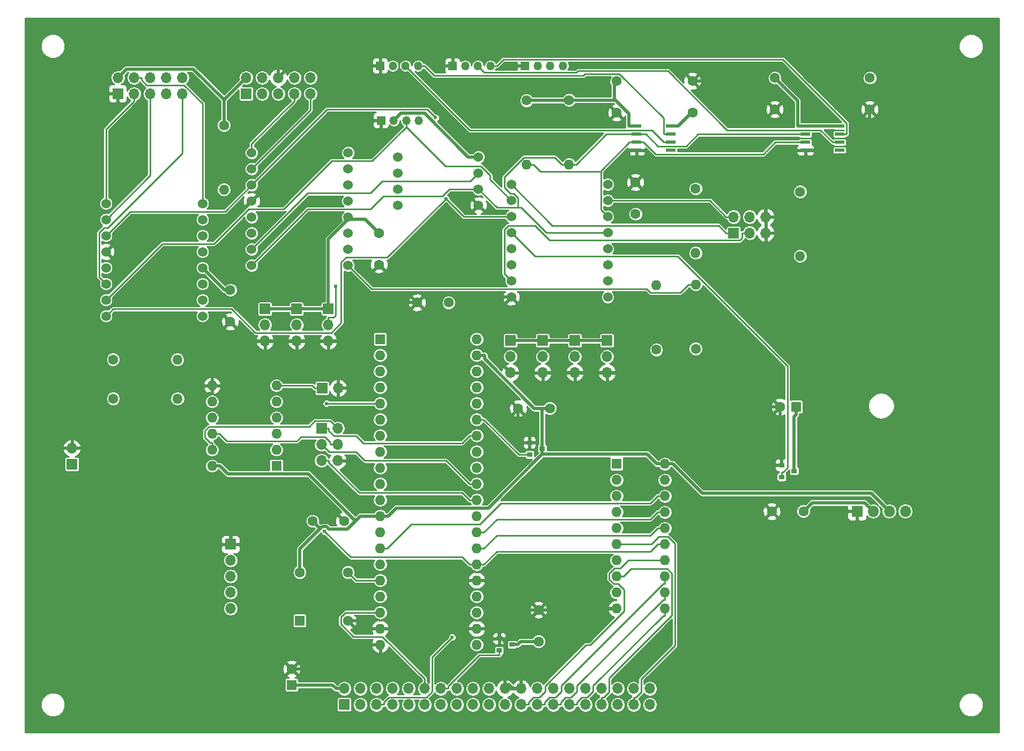
<source format=gtl>
G04 #@! TF.FileFunction,Copper,L1,Top,Signal*
%FSLAX46Y46*%
G04 Gerber Fmt 4.6, Leading zero omitted, Abs format (unit mm)*
G04 Created by KiCad (PCBNEW 4.0.7) date 07/30/18 12:41:52*
%MOMM*%
%LPD*%
G01*
G04 APERTURE LIST*
%ADD10C,0.100000*%
%ADD11C,1.600000*%
%ADD12R,1.600000X1.600000*%
%ADD13R,1.700000X1.700000*%
%ADD14O,1.700000X1.700000*%
%ADD15R,1.350000X1.350000*%
%ADD16O,1.350000X1.350000*%
%ADD17O,1.600000X1.600000*%
%ADD18R,0.900000X0.800000*%
%ADD19C,1.524000*%
%ADD20R,1.550000X0.600000*%
%ADD21R,1.800000X1.800000*%
%ADD22O,1.800000X1.800000*%
%ADD23C,0.600000*%
%ADD24C,0.500000*%
%ADD25C,0.250000*%
%ADD26C,0.254000*%
G04 APERTURE END LIST*
D10*
D11*
X128476000Y-92200000D03*
X133476000Y-92200000D03*
X168529000Y-108458000D03*
X173529000Y-108458000D03*
X117500000Y-75500000D03*
X112500000Y-75500000D03*
X96000000Y-110000000D03*
X101000000Y-110000000D03*
X83000000Y-73500000D03*
X83000000Y-78500000D03*
X147000000Y-56500000D03*
X147000000Y-61500000D03*
X144000000Y-45500000D03*
X144000000Y-40500000D03*
X169000000Y-45000000D03*
X169000000Y-40000000D03*
X156000000Y-45500000D03*
X156000000Y-40500000D03*
X184000000Y-40000000D03*
X184000000Y-45000000D03*
X106500000Y-69500000D03*
X106500000Y-64500000D03*
D12*
X172339000Y-91948000D03*
D11*
X169839000Y-91948000D03*
D12*
X92710000Y-135890000D03*
D11*
X92710000Y-133390000D03*
D13*
X97409000Y-95377000D03*
D14*
X99949000Y-95377000D03*
X97409000Y-97917000D03*
X99949000Y-97917000D03*
X97409000Y-100457000D03*
X99949000Y-100457000D03*
D13*
X65250000Y-42500000D03*
D14*
X65250000Y-39960000D03*
X67790000Y-42500000D03*
X67790000Y-39960000D03*
X70330000Y-42500000D03*
X70330000Y-39960000D03*
X72870000Y-42500000D03*
X72870000Y-39960000D03*
X75410000Y-42500000D03*
X75410000Y-39960000D03*
D13*
X58000000Y-101000000D03*
D14*
X58000000Y-98460000D03*
D13*
X162500000Y-64500000D03*
D14*
X162500000Y-61960000D03*
X165040000Y-64500000D03*
X165040000Y-61960000D03*
X167580000Y-64500000D03*
X167580000Y-61960000D03*
D13*
X85500000Y-42500000D03*
D14*
X85500000Y-39960000D03*
X88040000Y-42500000D03*
X88040000Y-39960000D03*
X90580000Y-42500000D03*
X90580000Y-39960000D03*
X93120000Y-42500000D03*
X93120000Y-39960000D03*
X95660000Y-42500000D03*
X95660000Y-39960000D03*
D13*
X101000000Y-139000000D03*
D14*
X101000000Y-136460000D03*
X103540000Y-139000000D03*
X103540000Y-136460000D03*
X106080000Y-139000000D03*
X106080000Y-136460000D03*
X108620000Y-139000000D03*
X108620000Y-136460000D03*
X111160000Y-139000000D03*
X111160000Y-136460000D03*
X113700000Y-139000000D03*
X113700000Y-136460000D03*
X116240000Y-139000000D03*
X116240000Y-136460000D03*
X118780000Y-139000000D03*
X118780000Y-136460000D03*
X121320000Y-139000000D03*
X121320000Y-136460000D03*
X123860000Y-139000000D03*
X123860000Y-136460000D03*
X126400000Y-139000000D03*
X126400000Y-136460000D03*
X128940000Y-139000000D03*
X128940000Y-136460000D03*
X131480000Y-139000000D03*
X131480000Y-136460000D03*
X134020000Y-139000000D03*
X134020000Y-136460000D03*
X136560000Y-139000000D03*
X136560000Y-136460000D03*
X139100000Y-139000000D03*
X139100000Y-136460000D03*
X141640000Y-139000000D03*
X141640000Y-136460000D03*
X144180000Y-139000000D03*
X144180000Y-136460000D03*
X146720000Y-139000000D03*
X146720000Y-136460000D03*
X149260000Y-139000000D03*
X149260000Y-136460000D03*
D15*
X106680000Y-38100000D03*
D16*
X108680000Y-38100000D03*
X110680000Y-38100000D03*
X112680000Y-38100000D03*
D15*
X118110000Y-38100000D03*
D16*
X120110000Y-38100000D03*
X122110000Y-38100000D03*
X124110000Y-38100000D03*
D15*
X129540000Y-38100000D03*
D16*
X131540000Y-38100000D03*
X133540000Y-38100000D03*
X135540000Y-38100000D03*
D15*
X106807000Y-46736000D03*
D16*
X108807000Y-46736000D03*
X110807000Y-46736000D03*
X112807000Y-46736000D03*
D13*
X97500000Y-89000000D03*
D14*
X100040000Y-89000000D03*
D13*
X127260000Y-81500000D03*
D14*
X127260000Y-84040000D03*
X127260000Y-86580000D03*
D13*
X88500000Y-76500000D03*
D14*
X88500000Y-79040000D03*
X88500000Y-81580000D03*
D13*
X132340000Y-81500000D03*
D14*
X132340000Y-84040000D03*
X132340000Y-86580000D03*
D13*
X93500000Y-76500000D03*
D14*
X93500000Y-79040000D03*
X93500000Y-81580000D03*
D13*
X137420000Y-81500000D03*
D14*
X137420000Y-84040000D03*
X137420000Y-86580000D03*
D13*
X98500000Y-76500000D03*
D14*
X98500000Y-79040000D03*
X98500000Y-81580000D03*
D13*
X142500000Y-81500000D03*
D14*
X142500000Y-84040000D03*
X142500000Y-86580000D03*
D11*
X64500000Y-84500000D03*
D17*
X74660000Y-84500000D03*
D11*
X64516000Y-90678000D03*
D17*
X74676000Y-90678000D03*
D11*
X129794000Y-43561000D03*
D17*
X129794000Y-53721000D03*
D11*
X136500000Y-43500000D03*
D17*
X136500000Y-53660000D03*
D11*
X82000000Y-47500000D03*
D17*
X82000000Y-57660000D03*
D11*
X150295000Y-82931000D03*
D17*
X150295000Y-72771000D03*
D11*
X173000000Y-58000000D03*
D17*
X173000000Y-68160000D03*
D11*
X156500000Y-57500000D03*
D17*
X156500000Y-67660000D03*
D11*
X156518000Y-82804000D03*
D17*
X156518000Y-72644000D03*
D18*
X130270000Y-97600000D03*
X130270000Y-99500000D03*
X132270000Y-98550000D03*
X170069000Y-101158000D03*
X170069000Y-103058000D03*
X172069000Y-102108000D03*
D12*
X93980000Y-125730000D03*
D11*
X93980000Y-118110000D03*
X101600000Y-118110000D03*
X101600000Y-125730000D03*
D12*
X106680000Y-81280000D03*
D17*
X121920000Y-129540000D03*
X106680000Y-83820000D03*
X121920000Y-127000000D03*
X106680000Y-86360000D03*
X121920000Y-124460000D03*
X106680000Y-88900000D03*
X121920000Y-121920000D03*
X106680000Y-91440000D03*
X121920000Y-119380000D03*
X106680000Y-93980000D03*
X121920000Y-116840000D03*
X106680000Y-96520000D03*
X121920000Y-114300000D03*
X106680000Y-99060000D03*
X121920000Y-111760000D03*
X106680000Y-101600000D03*
X121920000Y-109220000D03*
X106680000Y-104140000D03*
X121920000Y-106680000D03*
X106680000Y-106680000D03*
X121920000Y-104140000D03*
X106680000Y-109220000D03*
X121920000Y-101600000D03*
X106680000Y-111760000D03*
X121920000Y-99060000D03*
X106680000Y-114300000D03*
X121920000Y-96520000D03*
X106680000Y-116840000D03*
X121920000Y-93980000D03*
X106680000Y-119380000D03*
X121920000Y-91440000D03*
X106680000Y-121920000D03*
X121920000Y-88900000D03*
X106680000Y-124460000D03*
X121920000Y-86360000D03*
X106680000Y-127000000D03*
X121920000Y-83820000D03*
X106680000Y-129540000D03*
X121920000Y-81280000D03*
D12*
X90297000Y-101297000D03*
D17*
X80137000Y-88597000D03*
X90297000Y-98757000D03*
X80137000Y-91137000D03*
X90297000Y-96217000D03*
X80137000Y-93677000D03*
X90297000Y-93677000D03*
X80137000Y-96217000D03*
X90297000Y-91137000D03*
X80137000Y-98757000D03*
X90297000Y-88597000D03*
X80137000Y-101297000D03*
D19*
X109500000Y-52500000D03*
X109500000Y-55040000D03*
X109500000Y-57580000D03*
X109500000Y-60120000D03*
X122200000Y-60120000D03*
X122200000Y-57580000D03*
X122200000Y-55040000D03*
X122200000Y-52500000D03*
D12*
X144018000Y-100965000D03*
D17*
X151638000Y-123825000D03*
X144018000Y-103505000D03*
X151638000Y-121285000D03*
X144018000Y-106045000D03*
X151638000Y-118745000D03*
X144018000Y-108585000D03*
X151638000Y-116205000D03*
X144018000Y-111125000D03*
X151638000Y-113665000D03*
X144018000Y-113665000D03*
X151638000Y-111125000D03*
X144018000Y-116205000D03*
X151638000Y-108585000D03*
X144018000Y-118745000D03*
X151638000Y-106045000D03*
X144018000Y-121285000D03*
X151638000Y-103505000D03*
X144018000Y-123825000D03*
X151638000Y-100965000D03*
D13*
X83058000Y-113665000D03*
D14*
X83058000Y-116205000D03*
X83058000Y-118745000D03*
X83058000Y-121285000D03*
X83058000Y-123825000D03*
D20*
X147160000Y-47625000D03*
X147160000Y-48895000D03*
X147160000Y-50165000D03*
X147160000Y-51435000D03*
X152560000Y-51435000D03*
X152560000Y-50165000D03*
X152560000Y-48895000D03*
X152560000Y-47625000D03*
X173830000Y-47625000D03*
X173830000Y-48895000D03*
X173830000Y-50165000D03*
X173830000Y-51435000D03*
X179230000Y-51435000D03*
X179230000Y-50165000D03*
X179230000Y-48895000D03*
X179230000Y-47625000D03*
D18*
X125500000Y-128550000D03*
X125500000Y-130450000D03*
X127500000Y-129500000D03*
D21*
X181991000Y-108458000D03*
D22*
X184531000Y-108458000D03*
X187071000Y-108458000D03*
X189611000Y-108458000D03*
D11*
X131699000Y-129032000D03*
X131699000Y-124032000D03*
D19*
X63380000Y-59840000D03*
X63380000Y-62380000D03*
X63380000Y-64920000D03*
X63380000Y-67460000D03*
X63380000Y-70000000D03*
X63380000Y-72540000D03*
X63380000Y-75080000D03*
X63380000Y-77620000D03*
X78620000Y-77620000D03*
X78620000Y-75080000D03*
X78620000Y-72540000D03*
X78620000Y-70000000D03*
X78620000Y-67460000D03*
X78620000Y-64920000D03*
X78620000Y-62380000D03*
X78620000Y-59840000D03*
X127380000Y-56840000D03*
X127380000Y-59380000D03*
X127380000Y-61920000D03*
X127380000Y-64460000D03*
X127380000Y-67000000D03*
X127380000Y-69540000D03*
X127380000Y-72080000D03*
X127380000Y-74620000D03*
X142620000Y-74620000D03*
X142620000Y-72080000D03*
X142620000Y-69540000D03*
X142620000Y-67000000D03*
X142620000Y-64460000D03*
X142620000Y-61920000D03*
X142620000Y-59380000D03*
X142620000Y-56840000D03*
X86380000Y-51840000D03*
X86380000Y-54380000D03*
X86380000Y-56920000D03*
X86380000Y-59460000D03*
X86380000Y-62000000D03*
X86380000Y-64540000D03*
X86380000Y-67080000D03*
X86380000Y-69620000D03*
X101620000Y-69620000D03*
X101620000Y-67080000D03*
X101620000Y-64540000D03*
X101620000Y-62000000D03*
X101620000Y-59460000D03*
X101620000Y-56920000D03*
X101620000Y-54380000D03*
X101620000Y-51840000D03*
D23*
X118044300Y-128354200D03*
X98193100Y-91440000D03*
X99675300Y-72930400D03*
X97907500Y-111639300D03*
X117055800Y-59077100D03*
X115420700Y-46277600D03*
D24*
X170069000Y-101158000D02*
X170069000Y-100307700D01*
X130270000Y-97600000D02*
X130270000Y-96749700D01*
X98500000Y-81580000D02*
X93500000Y-81580000D01*
X93500000Y-81580000D02*
X88500000Y-81580000D01*
X169839000Y-100077700D02*
X169839000Y-91948000D01*
X170069000Y-100307700D02*
X169839000Y-100077700D01*
X142500000Y-86580000D02*
X143800300Y-86580000D01*
X149168300Y-91948000D02*
X143800300Y-86580000D01*
X169839000Y-91948000D02*
X149168300Y-91948000D01*
X128476000Y-94955700D02*
X128476000Y-92200000D01*
X130270000Y-96749700D02*
X128476000Y-94955700D01*
X132340000Y-86580000D02*
X137420000Y-86580000D01*
X137420000Y-86580000D02*
X142500000Y-86580000D01*
X80137000Y-88597000D02*
X80137000Y-89847300D01*
X58000000Y-98460000D02*
X59300300Y-98460000D01*
X59300300Y-98460000D02*
X74021200Y-98460000D01*
X79593100Y-89847300D02*
X80137000Y-89847300D01*
X74021200Y-95419200D02*
X79593100Y-89847300D01*
X74021200Y-98460000D02*
X74021200Y-95419200D01*
X99723700Y-108723700D02*
X101000000Y-110000000D01*
X83058000Y-108723700D02*
X99723700Y-108723700D01*
X83058000Y-107496800D02*
X83058000Y-108723700D01*
X74021200Y-98460000D02*
X83058000Y-107496800D01*
X83058000Y-108723700D02*
X83058000Y-113665000D01*
X121920000Y-119380000D02*
X123170300Y-119380000D01*
X67190000Y-63650000D02*
X63380000Y-67460000D01*
X82190000Y-63650000D02*
X67190000Y-63650000D01*
X86380000Y-59460000D02*
X82190000Y-63650000D01*
X127380000Y-74620000D02*
X125940100Y-74620000D01*
X125940100Y-85260100D02*
X127260000Y-86580000D01*
X125940100Y-74620000D02*
X125940100Y-85260100D01*
X98500000Y-81580000D02*
X99800300Y-81580000D01*
X113750400Y-74249600D02*
X112500000Y-75500000D01*
X125569700Y-74249600D02*
X113750400Y-74249600D01*
X125940100Y-74620000D02*
X125569700Y-74249600D01*
X106318700Y-75500000D02*
X112500000Y-75500000D01*
X100238700Y-81580000D02*
X106318700Y-75500000D01*
X99800300Y-81580000D02*
X100238700Y-81580000D01*
X104159700Y-125730000D02*
X105429700Y-127000000D01*
X101600000Y-125730000D02*
X104159700Y-125730000D01*
X106680000Y-127000000D02*
X105429700Y-127000000D01*
X80137000Y-88597000D02*
X80137000Y-87346700D01*
X85991900Y-81491800D02*
X80137000Y-87346700D01*
X83000000Y-78500000D02*
X85991900Y-81491800D01*
X86080000Y-81580000D02*
X88500000Y-81580000D01*
X85991900Y-81491800D02*
X86080000Y-81580000D01*
X106680000Y-127000000D02*
X121920000Y-127000000D01*
X121920000Y-127000000D02*
X124800300Y-127000000D01*
X124800300Y-127000000D02*
X125500000Y-127699700D01*
X127795300Y-124005000D02*
X124800300Y-127000000D01*
X123170300Y-119380000D02*
X127795300Y-124005000D01*
X125500000Y-128550000D02*
X125500000Y-128124800D01*
X125500000Y-128124800D02*
X125500000Y-127699700D01*
X126400400Y-135159300D02*
X126400000Y-135159700D01*
X126400400Y-129025200D02*
X126400400Y-135159300D01*
X125500000Y-128124800D02*
X126400400Y-129025200D01*
X92440000Y-38100000D02*
X90580000Y-39960000D01*
X106680000Y-38100000D02*
X92440000Y-38100000D01*
X126400000Y-136460000D02*
X126400000Y-135809800D01*
X126400000Y-135809800D02*
X126400000Y-135159700D01*
X126989500Y-135809800D02*
X127639700Y-136460000D01*
X126400000Y-135809800D02*
X126989500Y-135809800D01*
X128940000Y-136460000D02*
X127639700Y-136460000D01*
X147160000Y-51435000D02*
X145934700Y-51435000D01*
X173830000Y-51435000D02*
X175055300Y-51435000D01*
X167580000Y-61960000D02*
X167580000Y-60659700D01*
X180222300Y-52185300D02*
X175805600Y-52185300D01*
X184000000Y-48407600D02*
X180222300Y-52185300D01*
X184000000Y-45000000D02*
X184000000Y-48407600D01*
X175805600Y-52185300D02*
X175055300Y-51435000D01*
X127822300Y-124032000D02*
X131699000Y-124032000D01*
X127795300Y-124005000D02*
X127822300Y-124032000D01*
X142560700Y-124032000D02*
X142767700Y-123825000D01*
X131699000Y-124032000D02*
X142560700Y-124032000D01*
X144018000Y-123825000D02*
X142767700Y-123825000D01*
X101579700Y-133390000D02*
X92710000Y-133390000D01*
X105429700Y-129540000D02*
X101579700Y-133390000D01*
X106680000Y-129540000D02*
X105429700Y-129540000D01*
X175805600Y-52434100D02*
X167580000Y-60659700D01*
X175805600Y-52185300D02*
X175805600Y-52434100D01*
X145934700Y-55434700D02*
X145934700Y-51435000D01*
X147000000Y-56500000D02*
X145934700Y-55434700D01*
X164500000Y-40500000D02*
X169000000Y-45000000D01*
X156000000Y-40500000D02*
X164500000Y-40500000D01*
X80137000Y-101297000D02*
X81387300Y-101297000D01*
X106054900Y-109220000D02*
X105429700Y-109220000D01*
X106054900Y-109220000D02*
X106680000Y-109220000D01*
X121920000Y-83820000D02*
X123170300Y-83820000D01*
X128868300Y-129032000D02*
X128400300Y-129500000D01*
X131699000Y-129032000D02*
X128868300Y-129032000D01*
X127500000Y-129500000D02*
X128400300Y-129500000D01*
X106680000Y-109220000D02*
X107930300Y-109220000D01*
X109219900Y-107930400D02*
X107930300Y-109220000D01*
X123739900Y-107930400D02*
X109219900Y-107930400D01*
X132270000Y-99400300D02*
X123739900Y-107930400D01*
X132270000Y-98550000D02*
X132270000Y-99400300D01*
X148823000Y-99400300D02*
X132270000Y-99400300D01*
X150387700Y-100965000D02*
X148823000Y-99400300D01*
X151638000Y-100965000D02*
X150387700Y-100965000D01*
X132270000Y-98550000D02*
X132270000Y-97699700D01*
X132270000Y-92200000D02*
X132270000Y-97699700D01*
X131003300Y-92200000D02*
X132270000Y-92200000D01*
X123170300Y-84367000D02*
X131003300Y-92200000D01*
X123170300Y-83820000D02*
X123170300Y-84367000D01*
X132270000Y-92200000D02*
X133476000Y-92200000D01*
X155910300Y-45500000D02*
X153785300Y-47625000D01*
X156000000Y-45500000D02*
X155910300Y-45500000D01*
X152560000Y-47625000D02*
X153785300Y-47625000D01*
X157528400Y-105605100D02*
X152888300Y-100965000D01*
X184218100Y-105605100D02*
X157528400Y-105605100D01*
X187071000Y-108458000D02*
X184218100Y-105605100D01*
X151638000Y-100965000D02*
X152888300Y-100965000D01*
X99129700Y-135890000D02*
X99699700Y-136460000D01*
X92710000Y-135890000D02*
X99129700Y-135890000D01*
X101000000Y-136460000D02*
X99699700Y-136460000D01*
X103549900Y-109220000D02*
X102793200Y-109976700D01*
X105429700Y-109220000D02*
X103549900Y-109220000D01*
X82637600Y-102547300D02*
X81387300Y-101297000D01*
X95363800Y-102547300D02*
X82637600Y-102547300D01*
X102793200Y-109976700D02*
X95363800Y-102547300D01*
X97201400Y-111201400D02*
X96000000Y-110000000D01*
X93980000Y-114422800D02*
X93980000Y-118110000D01*
X97201400Y-111201400D02*
X93980000Y-114422800D01*
X97513800Y-110889000D02*
X97201400Y-111201400D01*
X98218400Y-110889000D02*
X97513800Y-110889000D01*
X98579800Y-111250400D02*
X98218400Y-110889000D01*
X101519500Y-111250400D02*
X98579800Y-111250400D01*
X102793200Y-109976700D02*
X101519500Y-111250400D01*
X142500000Y-81500000D02*
X137420000Y-81500000D01*
X93500000Y-76500000D02*
X88500000Y-76500000D01*
X183180700Y-107107700D02*
X184531000Y-108458000D01*
X174879300Y-107107700D02*
X183180700Y-107107700D01*
X173529000Y-108458000D02*
X174879300Y-107107700D01*
X82120000Y-73500000D02*
X83000000Y-73500000D01*
X78620000Y-70000000D02*
X82120000Y-73500000D01*
X172069000Y-93468300D02*
X172069000Y-102108000D01*
X172339000Y-93198300D02*
X172069000Y-93468300D01*
X172339000Y-91948000D02*
X172339000Y-93198300D01*
X179230000Y-47625000D02*
X178004700Y-47625000D01*
X172604700Y-43604700D02*
X172604700Y-47625000D01*
X169000000Y-40000000D02*
X172604700Y-43604700D01*
X173830000Y-47625000D02*
X178004700Y-47625000D01*
X173830000Y-47625000D02*
X172604700Y-47625000D01*
X66615400Y-38594600D02*
X65250000Y-39960000D01*
X77134600Y-38594600D02*
X66615400Y-38594600D01*
X82000000Y-43460000D02*
X77134600Y-38594600D01*
X82000000Y-47500000D02*
X82000000Y-43460000D01*
X82000000Y-43460000D02*
X85500000Y-39960000D01*
X101620000Y-62000000D02*
X101620000Y-62330200D01*
X104330200Y-62330200D02*
X106500000Y-64500000D01*
X101620000Y-62330200D02*
X104330200Y-62330200D01*
X98500000Y-65450200D02*
X101620000Y-62330200D01*
X98500000Y-76500000D02*
X98500000Y-65450200D01*
X93500000Y-76500000D02*
X94800300Y-76500000D01*
X98500000Y-76500000D02*
X94800300Y-76500000D01*
X137420000Y-81500000D02*
X132340000Y-81500000D01*
X132340000Y-81500000D02*
X127260000Y-81500000D01*
X136439000Y-43561000D02*
X136500000Y-43500000D01*
X129794000Y-43561000D02*
X136439000Y-43561000D01*
X147160000Y-47625000D02*
X145934700Y-47625000D01*
X143688000Y-40812000D02*
X144000000Y-40500000D01*
X143688000Y-43388700D02*
X143688000Y-40812000D01*
X143576700Y-43500000D02*
X143688000Y-43388700D01*
X136500000Y-43500000D02*
X143576700Y-43500000D01*
X145934700Y-45635400D02*
X145934700Y-47625000D01*
X143688000Y-43388700D02*
X145934700Y-45635400D01*
X120582000Y-52500000D02*
X122200000Y-52500000D01*
X113675500Y-45593500D02*
X120582000Y-52500000D01*
X109949500Y-45593500D02*
X113675500Y-45593500D01*
X108807000Y-46736000D02*
X109949500Y-45593500D01*
D25*
X121920000Y-96520000D02*
X120794700Y-96520000D01*
X97409000Y-95377000D02*
X98584300Y-95377000D01*
X119629000Y-97685700D02*
X120794700Y-96520000D01*
X104014600Y-97685700D02*
X119629000Y-97685700D01*
X102881200Y-96552300D02*
X104014600Y-97685700D01*
X99392200Y-96552300D02*
X102881200Y-96552300D01*
X98584300Y-95744400D02*
X99392200Y-96552300D01*
X98584300Y-95377000D02*
X98584300Y-95744400D01*
X98773600Y-94201600D02*
X99949000Y-95377000D01*
X96340700Y-94201600D02*
X98773600Y-94201600D01*
X95465900Y-95076400D02*
X96340700Y-94201600D01*
X79668300Y-95076400D02*
X95465900Y-95076400D01*
X79010500Y-95734200D02*
X79668300Y-95076400D01*
X79010500Y-96786500D02*
X79010500Y-95734200D01*
X79855700Y-97631700D02*
X79010500Y-96786500D01*
X80137000Y-97631700D02*
X79855700Y-97631700D01*
X80137000Y-98757000D02*
X80137000Y-97631700D01*
X98594700Y-99102700D02*
X97409000Y-97917000D01*
X102891600Y-99102700D02*
X98594700Y-99102700D01*
X104263500Y-100474600D02*
X102891600Y-99102700D01*
X117129300Y-100474600D02*
X104263500Y-100474600D01*
X120794700Y-104140000D02*
X117129300Y-100474600D01*
X121920000Y-104140000D02*
X120794700Y-104140000D01*
X80137000Y-96217000D02*
X81262300Y-96217000D01*
X99949000Y-97917000D02*
X98773700Y-97917000D01*
X98773700Y-97549600D02*
X98773700Y-97917000D01*
X97965800Y-96741700D02*
X98773700Y-97549600D01*
X94164500Y-96741700D02*
X97965800Y-96741700D01*
X93526500Y-97379700D02*
X94164500Y-96741700D01*
X82425000Y-97379700D02*
X93526500Y-97379700D01*
X81262300Y-96217000D02*
X82425000Y-97379700D01*
X98584300Y-100790700D02*
X98584300Y-100457000D01*
X103348300Y-105554700D02*
X98584300Y-100790700D01*
X119669400Y-105554700D02*
X103348300Y-105554700D01*
X120794700Y-106680000D02*
X119669400Y-105554700D01*
X121920000Y-106680000D02*
X120794700Y-106680000D01*
X97409000Y-100457000D02*
X98584300Y-100457000D01*
X63380000Y-48085300D02*
X67790000Y-43675300D01*
X63380000Y-59840000D02*
X63380000Y-48085300D01*
X67790000Y-42500000D02*
X67790000Y-43675300D01*
X68965300Y-40327400D02*
X68965300Y-39960000D01*
X69773200Y-41135300D02*
X68965300Y-40327400D01*
X75731400Y-41135300D02*
X69773200Y-41135300D01*
X78620000Y-44023900D02*
X75731400Y-41135300D01*
X78620000Y-59840000D02*
X78620000Y-44023900D01*
X67790000Y-39960000D02*
X68965300Y-39960000D01*
X70330000Y-55430000D02*
X70330000Y-43675300D01*
X63380000Y-62380000D02*
X70330000Y-55430000D01*
X70330000Y-42500000D02*
X70330000Y-43675300D01*
X75410000Y-51889100D02*
X75410000Y-42500000D01*
X63649100Y-63650000D02*
X75410000Y-51889100D01*
X63055200Y-63650000D02*
X63649100Y-63650000D01*
X62292600Y-64412600D02*
X63055200Y-63650000D01*
X62292600Y-71452600D02*
X62292600Y-64412600D01*
X63380000Y-72540000D02*
X62292600Y-71452600D01*
X160149400Y-63324700D02*
X161324700Y-64500000D01*
X133864700Y-63324700D02*
X160149400Y-63324700D01*
X127380000Y-56840000D02*
X133864700Y-63324700D01*
X162500000Y-64500000D02*
X161324700Y-64500000D01*
X158744700Y-59380000D02*
X161324700Y-61960000D01*
X142620000Y-59380000D02*
X158744700Y-59380000D01*
X162500000Y-61960000D02*
X161324700Y-61960000D01*
X165040000Y-64500000D02*
X163864700Y-64500000D01*
X126285100Y-70985100D02*
X127380000Y-72080000D01*
X126285100Y-63968000D02*
X126285100Y-70985100D01*
X126891100Y-63362000D02*
X126285100Y-63968000D01*
X131124600Y-63362000D02*
X126891100Y-63362000D01*
X133437900Y-65675300D02*
X131124600Y-63362000D01*
X163497500Y-65675300D02*
X133437900Y-65675300D01*
X163864700Y-65308100D02*
X163497500Y-65675300D01*
X163864700Y-64500000D02*
X163864700Y-65308100D01*
X154129400Y-73907300D02*
X155392700Y-72644000D01*
X149317300Y-73907300D02*
X154129400Y-73907300D01*
X148760000Y-73350000D02*
X149317300Y-73907300D01*
X105350000Y-73350000D02*
X148760000Y-73350000D01*
X101620000Y-69620000D02*
X105350000Y-73350000D01*
X156518000Y-72644000D02*
X155392700Y-72644000D01*
X86380000Y-50415300D02*
X93120000Y-43675300D01*
X86380000Y-51840000D02*
X86380000Y-50415300D01*
X93120000Y-42500000D02*
X93120000Y-43675300D01*
X95660000Y-45100000D02*
X95660000Y-42500000D01*
X86380000Y-54380000D02*
X95660000Y-45100000D01*
X107255300Y-138632600D02*
X107255300Y-139000000D01*
X108063200Y-137824700D02*
X107255300Y-138632600D01*
X114004900Y-137824700D02*
X108063200Y-137824700D01*
X114875400Y-136954200D02*
X114004900Y-137824700D01*
X114875400Y-131523100D02*
X114875400Y-136954200D01*
X118044300Y-128354200D02*
X114875400Y-131523100D01*
X106080000Y-139000000D02*
X107255300Y-139000000D01*
X106680000Y-91440000D02*
X98193100Y-91440000D01*
X113700000Y-134914500D02*
X113700000Y-136460000D01*
X107055500Y-128270000D02*
X113700000Y-134914500D01*
X102482600Y-128270000D02*
X107055500Y-128270000D01*
X100473300Y-126260700D02*
X102482600Y-128270000D01*
X100473300Y-125193400D02*
X100473300Y-126260700D01*
X101206700Y-124460000D02*
X100473300Y-125193400D01*
X106680000Y-124460000D02*
X101206700Y-124460000D01*
X117415300Y-136092700D02*
X117415300Y-136460000D01*
X122332700Y-131175300D02*
X117415300Y-136092700D01*
X125500000Y-131175300D02*
X122332700Y-131175300D01*
X125500000Y-130450000D02*
X125500000Y-131175300D01*
X116240000Y-136460000D02*
X117415300Y-136460000D01*
X151638000Y-108585000D02*
X150512700Y-108585000D01*
X121920000Y-111760000D02*
X123045300Y-111760000D01*
X149387400Y-109710300D02*
X150512700Y-108585000D01*
X125095000Y-109710300D02*
X149387400Y-109710300D01*
X123045300Y-111760000D02*
X125095000Y-109710300D01*
X98500000Y-79040000D02*
X98500000Y-77864700D01*
X99308100Y-77864700D02*
X98500000Y-77864700D01*
X99675300Y-77497500D02*
X99308100Y-77864700D01*
X99675300Y-72930400D02*
X99675300Y-77497500D01*
X149387400Y-112250300D02*
X150512700Y-111125000D01*
X125095000Y-112250300D02*
X149387400Y-112250300D01*
X123045300Y-114300000D02*
X125095000Y-112250300D01*
X121920000Y-114300000D02*
X123045300Y-114300000D01*
X151638000Y-111125000D02*
X150512700Y-111125000D01*
X151638000Y-113665000D02*
X150512700Y-113665000D01*
X122370100Y-116840000D02*
X123045300Y-116840000D01*
X125095000Y-114790300D02*
X123045300Y-116840000D01*
X149387400Y-114790300D02*
X125095000Y-114790300D01*
X150512700Y-113665000D02*
X149387400Y-114790300D01*
X122370100Y-116840000D02*
X121920000Y-116840000D01*
X119669400Y-115714700D02*
X120794700Y-116840000D01*
X101982900Y-115714700D02*
X119669400Y-115714700D01*
X97907500Y-111639300D02*
X101982900Y-115714700D01*
X121920000Y-116840000D02*
X120794700Y-116840000D01*
X130115300Y-138632600D02*
X130115300Y-139000000D01*
X130923200Y-137824700D02*
X130115300Y-138632600D01*
X131799500Y-137824700D02*
X130923200Y-137824700D01*
X132716600Y-136907600D02*
X131799500Y-137824700D01*
X132716600Y-136068200D02*
X132716600Y-136907600D01*
X139212200Y-129572600D02*
X132716600Y-136068200D01*
X139880900Y-129572600D02*
X139212200Y-129572600D01*
X145198700Y-124254800D02*
X139880900Y-129572600D01*
X145198700Y-120856700D02*
X145198700Y-124254800D01*
X144283100Y-119941100D02*
X145198700Y-120856700D01*
X143613900Y-119941100D02*
X144283100Y-119941100D01*
X142865300Y-119192500D02*
X143613900Y-119941100D01*
X142865300Y-118306000D02*
X142865300Y-119192500D01*
X143696300Y-117475000D02*
X142865300Y-118306000D01*
X144592100Y-117475000D02*
X143696300Y-117475000D01*
X145862100Y-116205000D02*
X144592100Y-117475000D01*
X150512700Y-116205000D02*
X145862100Y-116205000D01*
X151638000Y-116205000D02*
X150512700Y-116205000D01*
X128940000Y-139000000D02*
X130115300Y-139000000D01*
X132655300Y-138632600D02*
X132655300Y-139000000D01*
X133463200Y-137824700D02*
X132655300Y-138632600D01*
X134339500Y-137824700D02*
X133463200Y-137824700D01*
X135256600Y-136907600D02*
X134339500Y-137824700D01*
X135256600Y-135970400D02*
X135256600Y-136907600D01*
X151356700Y-119870300D02*
X135256600Y-135970400D01*
X151638000Y-119870300D02*
X151356700Y-119870300D01*
X151638000Y-118745000D02*
X151638000Y-119870300D01*
X131480000Y-139000000D02*
X132655300Y-139000000D01*
X135195300Y-138632600D02*
X135195300Y-139000000D01*
X136003200Y-137824700D02*
X135195300Y-138632600D01*
X136860100Y-137824700D02*
X136003200Y-137824700D01*
X137735400Y-136949400D02*
X136860100Y-137824700D01*
X137735400Y-136031600D02*
X137735400Y-136949400D01*
X151356700Y-122410300D02*
X137735400Y-136031600D01*
X151638000Y-122410300D02*
X151356700Y-122410300D01*
X151638000Y-121285000D02*
X151638000Y-122410300D01*
X134020000Y-139000000D02*
X135195300Y-139000000D01*
X137735300Y-138632600D02*
X137735300Y-139000000D01*
X138543200Y-137824700D02*
X137735300Y-138632600D01*
X139400100Y-137824700D02*
X138543200Y-137824700D01*
X140275400Y-136949400D02*
X139400100Y-137824700D01*
X140275400Y-136031600D02*
X140275400Y-136949400D01*
X151356700Y-124950300D02*
X140275400Y-136031600D01*
X151638000Y-124950300D02*
X151356700Y-124950300D01*
X151638000Y-123825000D02*
X151638000Y-124950300D01*
X136560000Y-139000000D02*
X137735300Y-139000000D01*
X144018000Y-118745000D02*
X145143300Y-118745000D01*
X141640000Y-139000000D02*
X141640000Y-137824700D01*
X142007400Y-137824700D02*
X141640000Y-137824700D01*
X142815300Y-137016800D02*
X142007400Y-137824700D01*
X142815300Y-134843400D02*
X142815300Y-137016800D01*
X152772800Y-124885900D02*
X142815300Y-134843400D01*
X152772800Y-118267000D02*
X152772800Y-124885900D01*
X152081300Y-117575500D02*
X152772800Y-118267000D01*
X146312800Y-117575500D02*
X152081300Y-117575500D01*
X145143300Y-118745000D02*
X146312800Y-117575500D01*
X147087400Y-137824700D02*
X146720000Y-137824700D01*
X147895300Y-137016800D02*
X147087400Y-137824700D01*
X147895300Y-134985700D02*
X147895300Y-137016800D01*
X153226600Y-129654400D02*
X147895300Y-134985700D01*
X153226600Y-113595700D02*
X153226600Y-129654400D01*
X152118100Y-112487200D02*
X153226600Y-113595700D01*
X150726400Y-112487200D02*
X152118100Y-112487200D01*
X149548600Y-113665000D02*
X150726400Y-112487200D01*
X144018000Y-113665000D02*
X149548600Y-113665000D01*
X146720000Y-139000000D02*
X146720000Y-137824700D01*
X120849700Y-48269700D02*
X110680000Y-38100000D01*
X149564400Y-48269700D02*
X120849700Y-48269700D01*
X151459700Y-50165000D02*
X149564400Y-48269700D01*
X152560000Y-50165000D02*
X151459700Y-50165000D01*
X115210800Y-39630500D02*
X113680300Y-38100000D01*
X138778000Y-39630500D02*
X115210800Y-39630500D01*
X139048800Y-39359700D02*
X138778000Y-39630500D01*
X144452100Y-39359700D02*
X139048800Y-39359700D01*
X151459700Y-46367300D02*
X144452100Y-39359700D01*
X151459700Y-48895000D02*
X151459700Y-46367300D01*
X152560000Y-48895000D02*
X151459700Y-48895000D01*
X112680000Y-38100000D02*
X113680300Y-38100000D01*
X179230000Y-50165000D02*
X178129700Y-50165000D01*
X123144500Y-39134500D02*
X122110000Y-38100000D01*
X137698000Y-39134500D02*
X123144500Y-39134500D01*
X137923200Y-38909300D02*
X137698000Y-39134500D01*
X152105100Y-38909300D02*
X137923200Y-38909300D01*
X161455900Y-48260100D02*
X152105100Y-38909300D01*
X176224800Y-48260100D02*
X161455900Y-48260100D01*
X178129700Y-50165000D02*
X176224800Y-48260100D01*
X126110600Y-37099700D02*
X125110300Y-38100000D01*
X170255900Y-37099700D02*
X126110600Y-37099700D01*
X180330300Y-47174100D02*
X170255900Y-37099700D01*
X180330300Y-48895000D02*
X180330300Y-47174100D01*
X179230000Y-48895000D02*
X180330300Y-48895000D01*
X124110000Y-38100000D02*
X125110300Y-38100000D01*
X110807000Y-46736000D02*
X110807000Y-47736300D01*
X105433300Y-53110000D02*
X110807000Y-47736300D01*
X99077800Y-53110000D02*
X105433300Y-53110000D01*
X91457800Y-60730000D02*
X99077800Y-53110000D01*
X85923700Y-60730000D02*
X91457800Y-60730000D01*
X80463700Y-66190000D02*
X85923700Y-60730000D01*
X72270000Y-66190000D02*
X80463700Y-66190000D01*
X63380000Y-75080000D02*
X72270000Y-66190000D01*
X117000000Y-53929300D02*
X110807000Y-47736300D01*
X122635600Y-53929300D02*
X117000000Y-53929300D01*
X124070200Y-55363900D02*
X122635600Y-53929300D01*
X124070200Y-56070200D02*
X124070200Y-55363900D01*
X127380000Y-59380000D02*
X124070200Y-56070200D01*
X119898700Y-61920000D02*
X117055800Y-59077100D01*
X127380000Y-61920000D02*
X119898700Y-61920000D01*
X64491300Y-76508700D02*
X63380000Y-77620000D01*
X83239700Y-76508700D02*
X64491300Y-76508700D01*
X86986100Y-80255100D02*
X83239700Y-76508700D01*
X98953200Y-80255100D02*
X86986100Y-80255100D01*
X100530000Y-78678300D02*
X98953200Y-80255100D01*
X100530000Y-69126000D02*
X100530000Y-78678300D01*
X101306000Y-68350000D02*
X100530000Y-69126000D01*
X107782900Y-68350000D02*
X101306000Y-68350000D01*
X117055800Y-59077100D02*
X107782900Y-68350000D01*
X95921700Y-88597000D02*
X96324700Y-89000000D01*
X90297000Y-88597000D02*
X95921700Y-88597000D01*
X97500000Y-89000000D02*
X96324700Y-89000000D01*
X129794000Y-53721000D02*
X130919300Y-53721000D01*
X132024800Y-54826500D02*
X141530500Y-54826500D01*
X130919300Y-53721000D02*
X132024800Y-54826500D01*
X141530500Y-54694200D02*
X141530500Y-54826500D01*
X146059700Y-50165000D02*
X141530500Y-54694200D01*
X141530500Y-60830500D02*
X142620000Y-61920000D01*
X141530500Y-54826500D02*
X141530500Y-60830500D01*
X146609900Y-50165000D02*
X146059700Y-50165000D01*
X146609900Y-50165000D02*
X147160000Y-50165000D01*
X169093100Y-50165000D02*
X173830000Y-50165000D01*
X167193300Y-52064800D02*
X169093100Y-50165000D01*
X150160100Y-52064800D02*
X167193300Y-52064800D01*
X148260300Y-50165000D02*
X150160100Y-52064800D01*
X147160000Y-50165000D02*
X148260300Y-50165000D01*
X120930000Y-56310000D02*
X122200000Y-55040000D01*
X107030100Y-56310000D02*
X120930000Y-56310000D01*
X105123300Y-58216800D02*
X107030100Y-56310000D01*
X95243200Y-58216800D02*
X105123300Y-58216800D01*
X86380000Y-67080000D02*
X95243200Y-58216800D01*
X117599100Y-57580000D02*
X122200000Y-57580000D01*
X116502100Y-58677000D02*
X117599100Y-57580000D01*
X107203100Y-58677000D02*
X116502100Y-58677000D01*
X105150100Y-60730000D02*
X107203100Y-58677000D01*
X95270000Y-60730000D02*
X105150100Y-60730000D01*
X86380000Y-69620000D02*
X95270000Y-60730000D01*
X142390300Y-48895000D02*
X147160000Y-48895000D01*
X137625300Y-53660000D02*
X142390300Y-48895000D01*
X136500000Y-53660000D02*
X137625300Y-53660000D01*
X148654400Y-48895000D02*
X147160000Y-48895000D01*
X150549800Y-50790400D02*
X148654400Y-48895000D01*
X155003500Y-50790400D02*
X150549800Y-50790400D01*
X156898900Y-48895000D02*
X155003500Y-50790400D01*
X173830000Y-48895000D02*
X156898900Y-48895000D01*
X136500000Y-53660000D02*
X135374700Y-53660000D01*
X134272200Y-52557500D02*
X135374700Y-53660000D01*
X129357300Y-52557500D02*
X134272200Y-52557500D01*
X126289500Y-55625300D02*
X129357300Y-52557500D01*
X126289500Y-57311900D02*
X126289500Y-55625300D01*
X127219500Y-58241900D02*
X126289500Y-57311900D01*
X127779700Y-58241900D02*
X127219500Y-58241900D01*
X128471500Y-58933700D02*
X127779700Y-58241900D01*
X128471500Y-60474800D02*
X128471500Y-58933700D01*
X125094800Y-60474800D02*
X122200000Y-57580000D01*
X128471500Y-60474800D02*
X125094800Y-60474800D01*
X128929200Y-60474800D02*
X128471500Y-60474800D01*
X132914400Y-64460000D02*
X128929200Y-60474800D01*
X142620000Y-64460000D02*
X132914400Y-64460000D01*
X128565300Y-99500000D02*
X130270000Y-99500000D01*
X123045300Y-93980000D02*
X128565300Y-99500000D01*
X121920000Y-93980000D02*
X123045300Y-93980000D01*
X170250300Y-102332700D02*
X170069000Y-102332700D01*
X170999000Y-101584000D02*
X170250300Y-102332700D01*
X170999000Y-85533300D02*
X170999000Y-101584000D01*
X153654700Y-68189000D02*
X170999000Y-85533300D01*
X131109000Y-68189000D02*
X153654700Y-68189000D01*
X127380000Y-64460000D02*
X131109000Y-68189000D01*
X170069000Y-103058000D02*
X170069000Y-102332700D01*
X82190000Y-61110000D02*
X86380000Y-56920000D01*
X67190000Y-61110000D02*
X82190000Y-61110000D01*
X63380000Y-64920000D02*
X67190000Y-61110000D01*
X114125800Y-44982700D02*
X115420700Y-46277600D01*
X98317300Y-44982700D02*
X114125800Y-44982700D01*
X86380000Y-56920000D02*
X98317300Y-44982700D01*
X102870000Y-119380000D02*
X101600000Y-118110000D01*
X106680000Y-119380000D02*
X102870000Y-119380000D01*
X111615300Y-110490000D02*
X107805300Y-114300000D01*
X122450200Y-110490000D02*
X111615300Y-110490000D01*
X125769900Y-107170300D02*
X122450200Y-110490000D01*
X149387400Y-107170300D02*
X125769900Y-107170300D01*
X150512700Y-106045000D02*
X149387400Y-107170300D01*
X151638000Y-106045000D02*
X150512700Y-106045000D01*
X106680000Y-114300000D02*
X107805300Y-114300000D01*
D26*
G36*
X204373000Y-143373000D02*
X50627000Y-143373000D01*
X50627000Y-139381622D01*
X53072666Y-139381622D01*
X53365416Y-140090132D01*
X53907017Y-140632678D01*
X54615014Y-140926665D01*
X55381622Y-140927334D01*
X56090132Y-140634584D01*
X56632678Y-140092983D01*
X56926665Y-139384986D01*
X56927334Y-138618378D01*
X56733805Y-138150000D01*
X99816594Y-138150000D01*
X99816594Y-139850000D01*
X99839395Y-139971179D01*
X99911012Y-140082474D01*
X100020286Y-140157138D01*
X100150000Y-140183406D01*
X101850000Y-140183406D01*
X101971179Y-140160605D01*
X102082474Y-140088988D01*
X102157138Y-139979714D01*
X102183406Y-139850000D01*
X102183406Y-138976941D01*
X102363000Y-138976941D01*
X102363000Y-139023059D01*
X102452594Y-139473477D01*
X102707735Y-139855324D01*
X103089582Y-140110465D01*
X103540000Y-140200059D01*
X103990418Y-140110465D01*
X104372265Y-139855324D01*
X104627406Y-139473477D01*
X104717000Y-139023059D01*
X104717000Y-138976941D01*
X104627406Y-138526523D01*
X104372265Y-138144676D01*
X103990418Y-137889535D01*
X103540000Y-137799941D01*
X103089582Y-137889535D01*
X102707735Y-138144676D01*
X102452594Y-138526523D01*
X102363000Y-138976941D01*
X102183406Y-138976941D01*
X102183406Y-138150000D01*
X102160605Y-138028821D01*
X102088988Y-137917526D01*
X101979714Y-137842862D01*
X101850000Y-137816594D01*
X100150000Y-137816594D01*
X100028821Y-137839395D01*
X99917526Y-137911012D01*
X99842862Y-138020286D01*
X99816594Y-138150000D01*
X56733805Y-138150000D01*
X56634584Y-137909868D01*
X56092983Y-137367322D01*
X55384986Y-137073335D01*
X54618378Y-137072666D01*
X53909868Y-137365416D01*
X53367322Y-137907017D01*
X53073335Y-138615014D01*
X53072666Y-139381622D01*
X50627000Y-139381622D01*
X50627000Y-135090000D01*
X91576594Y-135090000D01*
X91576594Y-136690000D01*
X91599395Y-136811179D01*
X91671012Y-136922474D01*
X91780286Y-136997138D01*
X91910000Y-137023406D01*
X93510000Y-137023406D01*
X93631179Y-137000605D01*
X93742474Y-136928988D01*
X93817138Y-136819714D01*
X93843406Y-136690000D01*
X93843406Y-136467000D01*
X98890698Y-136467000D01*
X99291697Y-136867998D01*
X99291699Y-136868001D01*
X99478892Y-136993078D01*
X99699700Y-137037001D01*
X99699705Y-137037000D01*
X99981766Y-137037000D01*
X100167735Y-137315324D01*
X100549582Y-137570465D01*
X101000000Y-137660059D01*
X101450418Y-137570465D01*
X101832265Y-137315324D01*
X102087406Y-136933477D01*
X102177000Y-136483059D01*
X102177000Y-136436941D01*
X102363000Y-136436941D01*
X102363000Y-136483059D01*
X102452594Y-136933477D01*
X102707735Y-137315324D01*
X103089582Y-137570465D01*
X103540000Y-137660059D01*
X103990418Y-137570465D01*
X104372265Y-137315324D01*
X104627406Y-136933477D01*
X104717000Y-136483059D01*
X104717000Y-136436941D01*
X104903000Y-136436941D01*
X104903000Y-136483059D01*
X104992594Y-136933477D01*
X105247735Y-137315324D01*
X105629582Y-137570465D01*
X106080000Y-137660059D01*
X106530418Y-137570465D01*
X106912265Y-137315324D01*
X107167406Y-136933477D01*
X107257000Y-136483059D01*
X107257000Y-136436941D01*
X107167406Y-135986523D01*
X106912265Y-135604676D01*
X106530418Y-135349535D01*
X106080000Y-135259941D01*
X105629582Y-135349535D01*
X105247735Y-135604676D01*
X104992594Y-135986523D01*
X104903000Y-136436941D01*
X104717000Y-136436941D01*
X104627406Y-135986523D01*
X104372265Y-135604676D01*
X103990418Y-135349535D01*
X103540000Y-135259941D01*
X103089582Y-135349535D01*
X102707735Y-135604676D01*
X102452594Y-135986523D01*
X102363000Y-136436941D01*
X102177000Y-136436941D01*
X102087406Y-135986523D01*
X101832265Y-135604676D01*
X101450418Y-135349535D01*
X101000000Y-135259941D01*
X100549582Y-135349535D01*
X100167735Y-135604676D01*
X99981766Y-135883000D01*
X99938701Y-135883000D01*
X99537701Y-135481999D01*
X99350508Y-135356922D01*
X99129700Y-135312999D01*
X99129695Y-135313000D01*
X93843406Y-135313000D01*
X93843406Y-135090000D01*
X93820605Y-134968821D01*
X93748988Y-134857526D01*
X93639714Y-134782862D01*
X93510000Y-134756594D01*
X93191851Y-134756594D01*
X93464005Y-134643864D01*
X93538139Y-134397745D01*
X92710000Y-133569605D01*
X91881861Y-134397745D01*
X91955995Y-134643864D01*
X92269622Y-134756594D01*
X91910000Y-134756594D01*
X91788821Y-134779395D01*
X91677526Y-134851012D01*
X91602862Y-134960286D01*
X91576594Y-135090000D01*
X50627000Y-135090000D01*
X50627000Y-133173223D01*
X91263035Y-133173223D01*
X91290222Y-133743454D01*
X91456136Y-134144005D01*
X91702255Y-134218139D01*
X92530395Y-133390000D01*
X92889605Y-133390000D01*
X93717745Y-134218139D01*
X93963864Y-134144005D01*
X94156965Y-133606777D01*
X94129778Y-133036546D01*
X93963864Y-132635995D01*
X93717745Y-132561861D01*
X92889605Y-133390000D01*
X92530395Y-133390000D01*
X91702255Y-132561861D01*
X91456136Y-132635995D01*
X91263035Y-133173223D01*
X50627000Y-133173223D01*
X50627000Y-132382255D01*
X91881861Y-132382255D01*
X92710000Y-133210395D01*
X93538139Y-132382255D01*
X93464005Y-132136136D01*
X92926777Y-131943035D01*
X92356546Y-131970222D01*
X91955995Y-132136136D01*
X91881861Y-132382255D01*
X50627000Y-132382255D01*
X50627000Y-129889039D01*
X105288096Y-129889039D01*
X105448959Y-130277423D01*
X105824866Y-130692389D01*
X106330959Y-130931914D01*
X106553000Y-130810629D01*
X106553000Y-129667000D01*
X105410085Y-129667000D01*
X105288096Y-129889039D01*
X50627000Y-129889039D01*
X50627000Y-123825000D01*
X81857941Y-123825000D01*
X81947535Y-124275418D01*
X82202676Y-124657265D01*
X82584523Y-124912406D01*
X83034941Y-125002000D01*
X83081059Y-125002000D01*
X83443026Y-124930000D01*
X92846594Y-124930000D01*
X92846594Y-126530000D01*
X92869395Y-126651179D01*
X92941012Y-126762474D01*
X93050286Y-126837138D01*
X93180000Y-126863406D01*
X94780000Y-126863406D01*
X94901179Y-126840605D01*
X95012474Y-126768988D01*
X95087138Y-126659714D01*
X95113406Y-126530000D01*
X95113406Y-125193400D01*
X100021300Y-125193400D01*
X100021300Y-126260700D01*
X100055706Y-126433673D01*
X100153688Y-126580312D01*
X102162988Y-128589612D01*
X102309627Y-128687594D01*
X102482600Y-128722000D01*
X105521952Y-128722000D01*
X105448959Y-128802577D01*
X105288096Y-129190961D01*
X105410085Y-129413000D01*
X106553000Y-129413000D01*
X106553000Y-129393000D01*
X106807000Y-129393000D01*
X106807000Y-129413000D01*
X106827000Y-129413000D01*
X106827000Y-129667000D01*
X106807000Y-129667000D01*
X106807000Y-130810629D01*
X107029041Y-130931914D01*
X107535134Y-130692389D01*
X107911041Y-130277423D01*
X108061188Y-129914912D01*
X113248000Y-135101724D01*
X113248000Y-135350592D01*
X112867735Y-135604676D01*
X112612594Y-135986523D01*
X112523000Y-136436941D01*
X112523000Y-136483059D01*
X112612594Y-136933477D01*
X112867735Y-137315324D01*
X112953605Y-137372700D01*
X111906395Y-137372700D01*
X111992265Y-137315324D01*
X112247406Y-136933477D01*
X112337000Y-136483059D01*
X112337000Y-136436941D01*
X112247406Y-135986523D01*
X111992265Y-135604676D01*
X111610418Y-135349535D01*
X111160000Y-135259941D01*
X110709582Y-135349535D01*
X110327735Y-135604676D01*
X110072594Y-135986523D01*
X109983000Y-136436941D01*
X109983000Y-136483059D01*
X110072594Y-136933477D01*
X110327735Y-137315324D01*
X110413605Y-137372700D01*
X109366395Y-137372700D01*
X109452265Y-137315324D01*
X109707406Y-136933477D01*
X109797000Y-136483059D01*
X109797000Y-136436941D01*
X109707406Y-135986523D01*
X109452265Y-135604676D01*
X109070418Y-135349535D01*
X108620000Y-135259941D01*
X108169582Y-135349535D01*
X107787735Y-135604676D01*
X107532594Y-135986523D01*
X107443000Y-136436941D01*
X107443000Y-136483059D01*
X107532594Y-136933477D01*
X107787735Y-137315324D01*
X107917098Y-137401761D01*
X107890227Y-137407106D01*
X107743588Y-137505088D01*
X106989063Y-138259613D01*
X106912265Y-138144676D01*
X106530418Y-137889535D01*
X106080000Y-137799941D01*
X105629582Y-137889535D01*
X105247735Y-138144676D01*
X104992594Y-138526523D01*
X104903000Y-138976941D01*
X104903000Y-139023059D01*
X104992594Y-139473477D01*
X105247735Y-139855324D01*
X105629582Y-140110465D01*
X106080000Y-140200059D01*
X106530418Y-140110465D01*
X106912265Y-139855324D01*
X107167406Y-139473477D01*
X107171678Y-139452000D01*
X107255300Y-139452000D01*
X107428273Y-139417594D01*
X107510544Y-139362622D01*
X107532594Y-139473477D01*
X107787735Y-139855324D01*
X108169582Y-140110465D01*
X108620000Y-140200059D01*
X109070418Y-140110465D01*
X109452265Y-139855324D01*
X109707406Y-139473477D01*
X109797000Y-139023059D01*
X109797000Y-138976941D01*
X109707406Y-138526523D01*
X109540480Y-138276700D01*
X110239520Y-138276700D01*
X110072594Y-138526523D01*
X109983000Y-138976941D01*
X109983000Y-139023059D01*
X110072594Y-139473477D01*
X110327735Y-139855324D01*
X110709582Y-140110465D01*
X111160000Y-140200059D01*
X111610418Y-140110465D01*
X111992265Y-139855324D01*
X112247406Y-139473477D01*
X112337000Y-139023059D01*
X112337000Y-138976941D01*
X112247406Y-138526523D01*
X112080480Y-138276700D01*
X112779520Y-138276700D01*
X112612594Y-138526523D01*
X112523000Y-138976941D01*
X112523000Y-139023059D01*
X112612594Y-139473477D01*
X112867735Y-139855324D01*
X113249582Y-140110465D01*
X113700000Y-140200059D01*
X114150418Y-140110465D01*
X114532265Y-139855324D01*
X114787406Y-139473477D01*
X114877000Y-139023059D01*
X114877000Y-138976941D01*
X115063000Y-138976941D01*
X115063000Y-139023059D01*
X115152594Y-139473477D01*
X115407735Y-139855324D01*
X115789582Y-140110465D01*
X116240000Y-140200059D01*
X116690418Y-140110465D01*
X117072265Y-139855324D01*
X117327406Y-139473477D01*
X117417000Y-139023059D01*
X117417000Y-138976941D01*
X117603000Y-138976941D01*
X117603000Y-139023059D01*
X117692594Y-139473477D01*
X117947735Y-139855324D01*
X118329582Y-140110465D01*
X118780000Y-140200059D01*
X119230418Y-140110465D01*
X119612265Y-139855324D01*
X119867406Y-139473477D01*
X119957000Y-139023059D01*
X119957000Y-138976941D01*
X120143000Y-138976941D01*
X120143000Y-139023059D01*
X120232594Y-139473477D01*
X120487735Y-139855324D01*
X120869582Y-140110465D01*
X121320000Y-140200059D01*
X121770418Y-140110465D01*
X122152265Y-139855324D01*
X122407406Y-139473477D01*
X122497000Y-139023059D01*
X122497000Y-138976941D01*
X122683000Y-138976941D01*
X122683000Y-139023059D01*
X122772594Y-139473477D01*
X123027735Y-139855324D01*
X123409582Y-140110465D01*
X123860000Y-140200059D01*
X124310418Y-140110465D01*
X124692265Y-139855324D01*
X124947406Y-139473477D01*
X125037000Y-139023059D01*
X125037000Y-138976941D01*
X124947406Y-138526523D01*
X124692265Y-138144676D01*
X124310418Y-137889535D01*
X123860000Y-137799941D01*
X123409582Y-137889535D01*
X123027735Y-138144676D01*
X122772594Y-138526523D01*
X122683000Y-138976941D01*
X122497000Y-138976941D01*
X122407406Y-138526523D01*
X122152265Y-138144676D01*
X121770418Y-137889535D01*
X121320000Y-137799941D01*
X120869582Y-137889535D01*
X120487735Y-138144676D01*
X120232594Y-138526523D01*
X120143000Y-138976941D01*
X119957000Y-138976941D01*
X119867406Y-138526523D01*
X119612265Y-138144676D01*
X119230418Y-137889535D01*
X118780000Y-137799941D01*
X118329582Y-137889535D01*
X117947735Y-138144676D01*
X117692594Y-138526523D01*
X117603000Y-138976941D01*
X117417000Y-138976941D01*
X117327406Y-138526523D01*
X117072265Y-138144676D01*
X116690418Y-137889535D01*
X116240000Y-137799941D01*
X115789582Y-137889535D01*
X115407735Y-138144676D01*
X115152594Y-138526523D01*
X115063000Y-138976941D01*
X114877000Y-138976941D01*
X114787406Y-138526523D01*
X114532265Y-138144676D01*
X114407508Y-138061316D01*
X115195012Y-137273812D01*
X115287505Y-137135387D01*
X115407735Y-137315324D01*
X115789582Y-137570465D01*
X116240000Y-137660059D01*
X116690418Y-137570465D01*
X117072265Y-137315324D01*
X117327406Y-136933477D01*
X117331678Y-136912000D01*
X117415300Y-136912000D01*
X117588273Y-136877594D01*
X117670544Y-136822622D01*
X117692594Y-136933477D01*
X117947735Y-137315324D01*
X118329582Y-137570465D01*
X118780000Y-137660059D01*
X119230418Y-137570465D01*
X119612265Y-137315324D01*
X119867406Y-136933477D01*
X119957000Y-136483059D01*
X119957000Y-136436941D01*
X120143000Y-136436941D01*
X120143000Y-136483059D01*
X120232594Y-136933477D01*
X120487735Y-137315324D01*
X120869582Y-137570465D01*
X121320000Y-137660059D01*
X121770418Y-137570465D01*
X122152265Y-137315324D01*
X122407406Y-136933477D01*
X122497000Y-136483059D01*
X122497000Y-136436941D01*
X122407406Y-135986523D01*
X122152265Y-135604676D01*
X121770418Y-135349535D01*
X121320000Y-135259941D01*
X120869582Y-135349535D01*
X120487735Y-135604676D01*
X120232594Y-135986523D01*
X120143000Y-136436941D01*
X119957000Y-136436941D01*
X119867406Y-135986523D01*
X119612265Y-135604676D01*
X119230418Y-135349535D01*
X118869484Y-135277740D01*
X122519924Y-131627300D01*
X125500000Y-131627300D01*
X125672973Y-131592894D01*
X125819612Y-131494912D01*
X125917594Y-131348273D01*
X125950403Y-131183330D01*
X126071179Y-131160605D01*
X126182474Y-131088988D01*
X126257138Y-130979714D01*
X126283406Y-130850000D01*
X126283406Y-130050000D01*
X126260605Y-129928821D01*
X126188988Y-129817526D01*
X126079714Y-129742862D01*
X125950000Y-129716594D01*
X125050000Y-129716594D01*
X124928821Y-129739395D01*
X124817526Y-129811012D01*
X124742862Y-129920286D01*
X124716594Y-130050000D01*
X124716594Y-130723300D01*
X122332700Y-130723300D01*
X122159727Y-130757706D01*
X122013088Y-130855688D01*
X117149103Y-135719673D01*
X117072265Y-135604676D01*
X116690418Y-135349535D01*
X116240000Y-135259941D01*
X115789582Y-135349535D01*
X115407735Y-135604676D01*
X115327400Y-135724906D01*
X115327400Y-131710324D01*
X118056514Y-128981211D01*
X118168471Y-128981309D01*
X118399003Y-128886055D01*
X118575535Y-128709831D01*
X118671191Y-128479465D01*
X118671409Y-128230029D01*
X118576155Y-127999497D01*
X118399931Y-127822965D01*
X118169565Y-127727309D01*
X117920129Y-127727091D01*
X117689597Y-127822345D01*
X117513065Y-127998569D01*
X117417409Y-128228935D01*
X117417310Y-128341965D01*
X114555788Y-131203488D01*
X114457806Y-131350127D01*
X114423400Y-131523100D01*
X114423400Y-135531935D01*
X114152000Y-135350592D01*
X114152000Y-134914500D01*
X114117594Y-134741527D01*
X114019612Y-134594888D01*
X107555087Y-128130363D01*
X107911041Y-127737423D01*
X108071904Y-127349039D01*
X120528096Y-127349039D01*
X120688959Y-127737423D01*
X121064866Y-128152389D01*
X121570959Y-128391914D01*
X121792998Y-128270630D01*
X121792998Y-128433871D01*
X121466637Y-128498788D01*
X121101012Y-128743091D01*
X120856709Y-129108716D01*
X120770921Y-129540000D01*
X120856709Y-129971284D01*
X121101012Y-130336909D01*
X121466637Y-130581212D01*
X121897921Y-130667000D01*
X121942079Y-130667000D01*
X122373363Y-130581212D01*
X122738988Y-130336909D01*
X122983291Y-129971284D01*
X123069079Y-129540000D01*
X122983291Y-129108716D01*
X122800901Y-128835750D01*
X124415000Y-128835750D01*
X124415000Y-129076310D01*
X124511673Y-129309699D01*
X124690302Y-129488327D01*
X124923691Y-129585000D01*
X125214250Y-129585000D01*
X125373000Y-129426250D01*
X125373000Y-128677000D01*
X125627000Y-128677000D01*
X125627000Y-129426250D01*
X125785750Y-129585000D01*
X126076309Y-129585000D01*
X126309698Y-129488327D01*
X126488327Y-129309699D01*
X126575187Y-129100000D01*
X126716594Y-129100000D01*
X126716594Y-129900000D01*
X126739395Y-130021179D01*
X126811012Y-130132474D01*
X126920286Y-130207138D01*
X127050000Y-130233406D01*
X127950000Y-130233406D01*
X128071179Y-130210605D01*
X128182474Y-130138988D01*
X128224829Y-130077000D01*
X128400295Y-130077000D01*
X128400300Y-130077001D01*
X128621108Y-130033078D01*
X128808301Y-129908001D01*
X129107302Y-129609000D01*
X130717996Y-129609000D01*
X130743019Y-129669560D01*
X131059772Y-129986867D01*
X131473842Y-130158804D01*
X131922191Y-130159195D01*
X132336560Y-129987981D01*
X132653867Y-129671228D01*
X132825804Y-129257158D01*
X132826195Y-128808809D01*
X132654981Y-128394440D01*
X132338228Y-128077133D01*
X131924158Y-127905196D01*
X131475809Y-127904805D01*
X131061440Y-128076019D01*
X130744133Y-128392772D01*
X130718294Y-128455000D01*
X128868305Y-128455000D01*
X128868300Y-128454999D01*
X128647492Y-128498922D01*
X128460299Y-128623999D01*
X128199866Y-128884432D01*
X128188988Y-128867526D01*
X128079714Y-128792862D01*
X127950000Y-128766594D01*
X127050000Y-128766594D01*
X126928821Y-128789395D01*
X126817526Y-128861012D01*
X126742862Y-128970286D01*
X126716594Y-129100000D01*
X126575187Y-129100000D01*
X126585000Y-129076310D01*
X126585000Y-128835750D01*
X126426250Y-128677000D01*
X125627000Y-128677000D01*
X125373000Y-128677000D01*
X124573750Y-128677000D01*
X124415000Y-128835750D01*
X122800901Y-128835750D01*
X122738988Y-128743091D01*
X122373363Y-128498788D01*
X122047002Y-128433871D01*
X122047002Y-128270630D01*
X122269041Y-128391914D01*
X122775134Y-128152389D01*
X122891719Y-128023690D01*
X124415000Y-128023690D01*
X124415000Y-128264250D01*
X124573750Y-128423000D01*
X125373000Y-128423000D01*
X125373000Y-127673750D01*
X125627000Y-127673750D01*
X125627000Y-128423000D01*
X126426250Y-128423000D01*
X126585000Y-128264250D01*
X126585000Y-128023690D01*
X126488327Y-127790301D01*
X126309698Y-127611673D01*
X126076309Y-127515000D01*
X125785750Y-127515000D01*
X125627000Y-127673750D01*
X125373000Y-127673750D01*
X125214250Y-127515000D01*
X124923691Y-127515000D01*
X124690302Y-127611673D01*
X124511673Y-127790301D01*
X124415000Y-128023690D01*
X122891719Y-128023690D01*
X123151041Y-127737423D01*
X123311904Y-127349039D01*
X123189915Y-127127000D01*
X122047000Y-127127000D01*
X122047000Y-127147000D01*
X121793000Y-127147000D01*
X121793000Y-127127000D01*
X120650085Y-127127000D01*
X120528096Y-127349039D01*
X108071904Y-127349039D01*
X107949915Y-127127000D01*
X106807000Y-127127000D01*
X106807000Y-127147000D01*
X106553000Y-127147000D01*
X106553000Y-127127000D01*
X105410085Y-127127000D01*
X105288096Y-127349039D01*
X105448959Y-127737423D01*
X105521952Y-127818000D01*
X102669824Y-127818000D01*
X101987500Y-127135676D01*
X102354005Y-126983864D01*
X102428139Y-126737745D01*
X101600000Y-125909605D01*
X101585858Y-125923748D01*
X101406252Y-125744142D01*
X101420395Y-125730000D01*
X101406252Y-125715858D01*
X101585858Y-125536252D01*
X101600000Y-125550395D01*
X101614142Y-125536252D01*
X101793748Y-125715858D01*
X101779605Y-125730000D01*
X102607745Y-126558139D01*
X102853864Y-126484005D01*
X103046965Y-125946777D01*
X103019778Y-125376546D01*
X102853864Y-124975995D01*
X102641406Y-124912000D01*
X105630551Y-124912000D01*
X105861012Y-125256909D01*
X106226637Y-125501212D01*
X106552998Y-125566129D01*
X106552998Y-125729370D01*
X106330959Y-125608086D01*
X105824866Y-125847611D01*
X105448959Y-126262577D01*
X105288096Y-126650961D01*
X105410085Y-126873000D01*
X106553000Y-126873000D01*
X106553000Y-126853000D01*
X106807000Y-126853000D01*
X106807000Y-126873000D01*
X107949915Y-126873000D01*
X108071904Y-126650961D01*
X120528096Y-126650961D01*
X120650085Y-126873000D01*
X121793000Y-126873000D01*
X121793000Y-126853000D01*
X122047000Y-126853000D01*
X122047000Y-126873000D01*
X123189915Y-126873000D01*
X123311904Y-126650961D01*
X123151041Y-126262577D01*
X122775134Y-125847611D01*
X122269041Y-125608086D01*
X122047002Y-125729370D01*
X122047002Y-125566129D01*
X122373363Y-125501212D01*
X122738988Y-125256909D01*
X122884092Y-125039745D01*
X130870861Y-125039745D01*
X130944995Y-125285864D01*
X131482223Y-125478965D01*
X132052454Y-125451778D01*
X132453005Y-125285864D01*
X132527139Y-125039745D01*
X131699000Y-124211605D01*
X130870861Y-125039745D01*
X122884092Y-125039745D01*
X122983291Y-124891284D01*
X123069079Y-124460000D01*
X122983291Y-124028716D01*
X122840640Y-123815223D01*
X130252035Y-123815223D01*
X130279222Y-124385454D01*
X130445136Y-124786005D01*
X130691255Y-124860139D01*
X131519395Y-124032000D01*
X131878605Y-124032000D01*
X132706745Y-124860139D01*
X132952864Y-124786005D01*
X133145965Y-124248777D01*
X133118778Y-123678546D01*
X132952864Y-123277995D01*
X132706745Y-123203861D01*
X131878605Y-124032000D01*
X131519395Y-124032000D01*
X130691255Y-123203861D01*
X130445136Y-123277995D01*
X130252035Y-123815223D01*
X122840640Y-123815223D01*
X122738988Y-123663091D01*
X122373363Y-123418788D01*
X121942079Y-123333000D01*
X121897921Y-123333000D01*
X121466637Y-123418788D01*
X121101012Y-123663091D01*
X120856709Y-124028716D01*
X120770921Y-124460000D01*
X120856709Y-124891284D01*
X121101012Y-125256909D01*
X121466637Y-125501212D01*
X121792998Y-125566129D01*
X121792998Y-125729370D01*
X121570959Y-125608086D01*
X121064866Y-125847611D01*
X120688959Y-126262577D01*
X120528096Y-126650961D01*
X108071904Y-126650961D01*
X107911041Y-126262577D01*
X107535134Y-125847611D01*
X107029041Y-125608086D01*
X106807002Y-125729370D01*
X106807002Y-125566129D01*
X107133363Y-125501212D01*
X107498988Y-125256909D01*
X107743291Y-124891284D01*
X107829079Y-124460000D01*
X107743291Y-124028716D01*
X107498988Y-123663091D01*
X107133363Y-123418788D01*
X106702079Y-123333000D01*
X106657921Y-123333000D01*
X106226637Y-123418788D01*
X105861012Y-123663091D01*
X105630551Y-124008000D01*
X101206700Y-124008000D01*
X101033727Y-124042406D01*
X100887088Y-124140388D01*
X100153688Y-124873788D01*
X100055706Y-125020427D01*
X100021300Y-125193400D01*
X95113406Y-125193400D01*
X95113406Y-124930000D01*
X95090605Y-124808821D01*
X95018988Y-124697526D01*
X94909714Y-124622862D01*
X94780000Y-124596594D01*
X93180000Y-124596594D01*
X93058821Y-124619395D01*
X92947526Y-124691012D01*
X92872862Y-124800286D01*
X92846594Y-124930000D01*
X83443026Y-124930000D01*
X83531477Y-124912406D01*
X83913324Y-124657265D01*
X84168465Y-124275418D01*
X84258059Y-123825000D01*
X84168465Y-123374582D01*
X83913324Y-122992735D01*
X83531477Y-122737594D01*
X83081059Y-122648000D01*
X83034941Y-122648000D01*
X82584523Y-122737594D01*
X82202676Y-122992735D01*
X81947535Y-123374582D01*
X81857941Y-123825000D01*
X50627000Y-123825000D01*
X50627000Y-121285000D01*
X81857941Y-121285000D01*
X81947535Y-121735418D01*
X82202676Y-122117265D01*
X82584523Y-122372406D01*
X83034941Y-122462000D01*
X83081059Y-122462000D01*
X83531477Y-122372406D01*
X83913324Y-122117265D01*
X84045131Y-121920000D01*
X105530921Y-121920000D01*
X105616709Y-122351284D01*
X105861012Y-122716909D01*
X106226637Y-122961212D01*
X106657921Y-123047000D01*
X106702079Y-123047000D01*
X107133363Y-122961212D01*
X107498988Y-122716909D01*
X107743291Y-122351284D01*
X107829079Y-121920000D01*
X107743291Y-121488716D01*
X107498988Y-121123091D01*
X107133363Y-120878788D01*
X106702079Y-120793000D01*
X106657921Y-120793000D01*
X106226637Y-120878788D01*
X105861012Y-121123091D01*
X105616709Y-121488716D01*
X105530921Y-121920000D01*
X84045131Y-121920000D01*
X84168465Y-121735418D01*
X84258059Y-121285000D01*
X84168465Y-120834582D01*
X83913324Y-120452735D01*
X83531477Y-120197594D01*
X83081059Y-120108000D01*
X83034941Y-120108000D01*
X82584523Y-120197594D01*
X82202676Y-120452735D01*
X81947535Y-120834582D01*
X81857941Y-121285000D01*
X50627000Y-121285000D01*
X50627000Y-118745000D01*
X81857941Y-118745000D01*
X81947535Y-119195418D01*
X82202676Y-119577265D01*
X82584523Y-119832406D01*
X83034941Y-119922000D01*
X83081059Y-119922000D01*
X83531477Y-119832406D01*
X83913324Y-119577265D01*
X84168465Y-119195418D01*
X84258059Y-118745000D01*
X84168465Y-118294582D01*
X83913324Y-117912735D01*
X83531477Y-117657594D01*
X83081059Y-117568000D01*
X83034941Y-117568000D01*
X82584523Y-117657594D01*
X82202676Y-117912735D01*
X81947535Y-118294582D01*
X81857941Y-118745000D01*
X50627000Y-118745000D01*
X50627000Y-113950750D01*
X81573000Y-113950750D01*
X81573000Y-114641310D01*
X81669673Y-114874699D01*
X81848302Y-115053327D01*
X82081691Y-115150000D01*
X82536024Y-115150000D01*
X82202676Y-115372735D01*
X81947535Y-115754582D01*
X81857941Y-116205000D01*
X81947535Y-116655418D01*
X82202676Y-117037265D01*
X82584523Y-117292406D01*
X83034941Y-117382000D01*
X83081059Y-117382000D01*
X83531477Y-117292406D01*
X83913324Y-117037265D01*
X84168465Y-116655418D01*
X84258059Y-116205000D01*
X84168465Y-115754582D01*
X83913324Y-115372735D01*
X83579976Y-115150000D01*
X84034309Y-115150000D01*
X84267698Y-115053327D01*
X84446327Y-114874699D01*
X84543000Y-114641310D01*
X84543000Y-113950750D01*
X84384250Y-113792000D01*
X83185000Y-113792000D01*
X83185000Y-113812000D01*
X82931000Y-113812000D01*
X82931000Y-113792000D01*
X81731750Y-113792000D01*
X81573000Y-113950750D01*
X50627000Y-113950750D01*
X50627000Y-112688690D01*
X81573000Y-112688690D01*
X81573000Y-113379250D01*
X81731750Y-113538000D01*
X82931000Y-113538000D01*
X82931000Y-112338750D01*
X83185000Y-112338750D01*
X83185000Y-113538000D01*
X84384250Y-113538000D01*
X84543000Y-113379250D01*
X84543000Y-112688690D01*
X84446327Y-112455301D01*
X84267698Y-112276673D01*
X84034309Y-112180000D01*
X83343750Y-112180000D01*
X83185000Y-112338750D01*
X82931000Y-112338750D01*
X82772250Y-112180000D01*
X82081691Y-112180000D01*
X81848302Y-112276673D01*
X81669673Y-112455301D01*
X81573000Y-112688690D01*
X50627000Y-112688690D01*
X50627000Y-98816890D01*
X56558524Y-98816890D01*
X56728355Y-99226924D01*
X57118642Y-99655183D01*
X57462343Y-99816594D01*
X57150000Y-99816594D01*
X57028821Y-99839395D01*
X56917526Y-99911012D01*
X56842862Y-100020286D01*
X56816594Y-100150000D01*
X56816594Y-101850000D01*
X56839395Y-101971179D01*
X56911012Y-102082474D01*
X57020286Y-102157138D01*
X57150000Y-102183406D01*
X58850000Y-102183406D01*
X58971179Y-102160605D01*
X59082474Y-102088988D01*
X59157138Y-101979714D01*
X59183406Y-101850000D01*
X59183406Y-100150000D01*
X59160605Y-100028821D01*
X59088988Y-99917526D01*
X58979714Y-99842862D01*
X58850000Y-99816594D01*
X58537657Y-99816594D01*
X58881358Y-99655183D01*
X59271645Y-99226924D01*
X59441476Y-98816890D01*
X59320155Y-98587000D01*
X58127000Y-98587000D01*
X58127000Y-98607000D01*
X57873000Y-98607000D01*
X57873000Y-98587000D01*
X56679845Y-98587000D01*
X56558524Y-98816890D01*
X50627000Y-98816890D01*
X50627000Y-98103110D01*
X56558524Y-98103110D01*
X56679845Y-98333000D01*
X57873000Y-98333000D01*
X57873000Y-97139181D01*
X58127000Y-97139181D01*
X58127000Y-98333000D01*
X59320155Y-98333000D01*
X59441476Y-98103110D01*
X59271645Y-97693076D01*
X58881358Y-97264817D01*
X58356892Y-97018514D01*
X58127000Y-97139181D01*
X57873000Y-97139181D01*
X57643108Y-97018514D01*
X57118642Y-97264817D01*
X56728355Y-97693076D01*
X56558524Y-98103110D01*
X50627000Y-98103110D01*
X50627000Y-95734200D01*
X78558500Y-95734200D01*
X78558500Y-96786500D01*
X78592906Y-96959473D01*
X78690888Y-97106112D01*
X79454002Y-97869226D01*
X79318012Y-97960091D01*
X79073709Y-98325716D01*
X78987921Y-98757000D01*
X79073709Y-99188284D01*
X79318012Y-99553909D01*
X79683637Y-99798212D01*
X80114921Y-99884000D01*
X80159079Y-99884000D01*
X80590363Y-99798212D01*
X80955988Y-99553909D01*
X81200291Y-99188284D01*
X81286079Y-98757000D01*
X81200291Y-98325716D01*
X80955988Y-97960091D01*
X80590363Y-97715788D01*
X80589000Y-97715517D01*
X80589000Y-97631700D01*
X80554594Y-97458727D01*
X80456612Y-97312088D01*
X80425161Y-97291073D01*
X80590363Y-97258212D01*
X80955988Y-97013909D01*
X81141839Y-96735763D01*
X82105388Y-97699312D01*
X82252027Y-97797294D01*
X82425000Y-97831700D01*
X89670163Y-97831700D01*
X89478012Y-97960091D01*
X89233709Y-98325716D01*
X89147921Y-98757000D01*
X89233709Y-99188284D01*
X89478012Y-99553909D01*
X89843637Y-99798212D01*
X90274921Y-99884000D01*
X90319079Y-99884000D01*
X90750363Y-99798212D01*
X91115988Y-99553909D01*
X91360291Y-99188284D01*
X91446079Y-98757000D01*
X91360291Y-98325716D01*
X91115988Y-97960091D01*
X90923837Y-97831700D01*
X93526500Y-97831700D01*
X93699473Y-97797294D01*
X93846112Y-97699312D01*
X94351724Y-97193700D01*
X96480868Y-97193700D01*
X96298535Y-97466582D01*
X96208941Y-97917000D01*
X96298535Y-98367418D01*
X96553676Y-98749265D01*
X96935523Y-99004406D01*
X97385941Y-99094000D01*
X97432059Y-99094000D01*
X97861379Y-99008603D01*
X98275088Y-99422312D01*
X98421727Y-99520294D01*
X98594700Y-99554700D01*
X98800728Y-99554700D01*
X98677355Y-99690076D01*
X98546917Y-100005000D01*
X98518408Y-100005000D01*
X98264324Y-99624735D01*
X97882477Y-99369594D01*
X97432059Y-99280000D01*
X97385941Y-99280000D01*
X96935523Y-99369594D01*
X96553676Y-99624735D01*
X96298535Y-100006582D01*
X96208941Y-100457000D01*
X96298535Y-100907418D01*
X96553676Y-101289265D01*
X96935523Y-101544406D01*
X97385941Y-101634000D01*
X97432059Y-101634000D01*
X97882477Y-101544406D01*
X98264324Y-101289265D01*
X98336148Y-101181772D01*
X103028687Y-105874312D01*
X103175327Y-105972294D01*
X103348300Y-106006700D01*
X105778419Y-106006700D01*
X105616709Y-106248716D01*
X105530921Y-106680000D01*
X105616709Y-107111284D01*
X105861012Y-107476909D01*
X106226637Y-107721212D01*
X106657921Y-107807000D01*
X106702079Y-107807000D01*
X107133363Y-107721212D01*
X107498988Y-107476909D01*
X107743291Y-107111284D01*
X107829079Y-106680000D01*
X107743291Y-106248716D01*
X107581581Y-106006700D01*
X119482176Y-106006700D01*
X120475088Y-106999613D01*
X120621727Y-107097594D01*
X120794700Y-107132000D01*
X120870551Y-107132000D01*
X121018486Y-107353400D01*
X109219905Y-107353400D01*
X109219900Y-107353399D01*
X108999092Y-107397322D01*
X108811899Y-107522399D01*
X108811897Y-107522402D01*
X107691298Y-108643000D01*
X107645927Y-108643000D01*
X107498988Y-108423091D01*
X107133363Y-108178788D01*
X106702079Y-108093000D01*
X106657921Y-108093000D01*
X106226637Y-108178788D01*
X105861012Y-108423091D01*
X105714073Y-108643000D01*
X103549900Y-108643000D01*
X103329091Y-108686922D01*
X103254113Y-108737021D01*
X103141899Y-108811999D01*
X103141897Y-108812002D01*
X102793200Y-109160699D01*
X95771801Y-102139299D01*
X95584608Y-102014222D01*
X95363800Y-101970299D01*
X95363795Y-101970300D01*
X91430406Y-101970300D01*
X91430406Y-100497000D01*
X91407605Y-100375821D01*
X91335988Y-100264526D01*
X91226714Y-100189862D01*
X91097000Y-100163594D01*
X89497000Y-100163594D01*
X89375821Y-100186395D01*
X89264526Y-100258012D01*
X89189862Y-100367286D01*
X89163594Y-100497000D01*
X89163594Y-101970300D01*
X82876601Y-101970300D01*
X81795301Y-100888999D01*
X81608108Y-100763922D01*
X81387300Y-100719999D01*
X81387295Y-100720000D01*
X81102927Y-100720000D01*
X80955988Y-100500091D01*
X80590363Y-100255788D01*
X80159079Y-100170000D01*
X80114921Y-100170000D01*
X79683637Y-100255788D01*
X79318012Y-100500091D01*
X79073709Y-100865716D01*
X78987921Y-101297000D01*
X79073709Y-101728284D01*
X79318012Y-102093909D01*
X79683637Y-102338212D01*
X80114921Y-102424000D01*
X80159079Y-102424000D01*
X80590363Y-102338212D01*
X80955988Y-102093909D01*
X81102927Y-101874000D01*
X81148298Y-101874000D01*
X82229597Y-102955298D01*
X82229599Y-102955301D01*
X82315953Y-103013000D01*
X82416792Y-103080378D01*
X82637600Y-103124300D01*
X95124798Y-103124300D01*
X100600001Y-108599502D01*
X100245995Y-108746136D01*
X100171861Y-108992255D01*
X101000000Y-109820395D01*
X101014143Y-109806253D01*
X101193748Y-109985858D01*
X101179605Y-110000000D01*
X101193748Y-110014142D01*
X101014142Y-110193748D01*
X101000000Y-110179605D01*
X100985858Y-110193748D01*
X100806252Y-110014142D01*
X100820395Y-110000000D01*
X99992255Y-109171861D01*
X99746136Y-109245995D01*
X99553035Y-109783223D01*
X99580222Y-110353454D01*
X99712748Y-110673400D01*
X98818801Y-110673400D01*
X98626401Y-110480999D01*
X98439208Y-110355922D01*
X98218400Y-110311999D01*
X98218395Y-110312000D01*
X97513800Y-110312000D01*
X97292992Y-110355922D01*
X97220416Y-110404415D01*
X97101676Y-110285674D01*
X97126804Y-110225158D01*
X97127195Y-109776809D01*
X96955981Y-109362440D01*
X96639228Y-109045133D01*
X96225158Y-108873196D01*
X95776809Y-108872805D01*
X95362440Y-109044019D01*
X95045133Y-109360772D01*
X94873196Y-109774842D01*
X94872805Y-110223191D01*
X95044019Y-110637560D01*
X95360772Y-110954867D01*
X95774842Y-111126804D01*
X96223191Y-111127195D01*
X96285463Y-111101465D01*
X96385399Y-111201400D01*
X93571999Y-114014799D01*
X93446922Y-114201992D01*
X93402999Y-114422800D01*
X93403000Y-114422805D01*
X93403000Y-117128996D01*
X93342440Y-117154019D01*
X93025133Y-117470772D01*
X92853196Y-117884842D01*
X92852805Y-118333191D01*
X93024019Y-118747560D01*
X93340772Y-119064867D01*
X93754842Y-119236804D01*
X94203191Y-119237195D01*
X94617560Y-119065981D01*
X94934867Y-118749228D01*
X95106804Y-118335158D01*
X95106805Y-118333191D01*
X100472805Y-118333191D01*
X100644019Y-118747560D01*
X100960772Y-119064867D01*
X101374842Y-119236804D01*
X101823191Y-119237195D01*
X102010554Y-119159778D01*
X102550388Y-119699612D01*
X102697027Y-119797594D01*
X102870000Y-119832000D01*
X105630551Y-119832000D01*
X105861012Y-120176909D01*
X106226637Y-120421212D01*
X106657921Y-120507000D01*
X106702079Y-120507000D01*
X107133363Y-120421212D01*
X107498988Y-120176909D01*
X107743291Y-119811284D01*
X107759650Y-119729039D01*
X120528096Y-119729039D01*
X120688959Y-120117423D01*
X121064866Y-120532389D01*
X121570959Y-120771914D01*
X121792998Y-120650630D01*
X121792998Y-120813871D01*
X121466637Y-120878788D01*
X121101012Y-121123091D01*
X120856709Y-121488716D01*
X120770921Y-121920000D01*
X120856709Y-122351284D01*
X121101012Y-122716909D01*
X121466637Y-122961212D01*
X121897921Y-123047000D01*
X121942079Y-123047000D01*
X122056425Y-123024255D01*
X130870861Y-123024255D01*
X131699000Y-123852395D01*
X132527139Y-123024255D01*
X132453005Y-122778136D01*
X131915777Y-122585035D01*
X131345546Y-122612222D01*
X130944995Y-122778136D01*
X130870861Y-123024255D01*
X122056425Y-123024255D01*
X122373363Y-122961212D01*
X122738988Y-122716909D01*
X122983291Y-122351284D01*
X123069079Y-121920000D01*
X122983291Y-121488716D01*
X122738988Y-121123091D01*
X122373363Y-120878788D01*
X122047002Y-120813871D01*
X122047002Y-120650630D01*
X122269041Y-120771914D01*
X122775134Y-120532389D01*
X123151041Y-120117423D01*
X123311904Y-119729039D01*
X123189915Y-119507000D01*
X122047000Y-119507000D01*
X122047000Y-119527000D01*
X121793000Y-119527000D01*
X121793000Y-119507000D01*
X120650085Y-119507000D01*
X120528096Y-119729039D01*
X107759650Y-119729039D01*
X107829079Y-119380000D01*
X107743291Y-118948716D01*
X107498988Y-118583091D01*
X107133363Y-118338788D01*
X106702079Y-118253000D01*
X106657921Y-118253000D01*
X106226637Y-118338788D01*
X105861012Y-118583091D01*
X105630551Y-118928000D01*
X103057224Y-118928000D01*
X102649808Y-118520584D01*
X102726804Y-118335158D01*
X102727195Y-117886809D01*
X102555981Y-117472440D01*
X102239228Y-117155133D01*
X101825158Y-116983196D01*
X101376809Y-116982805D01*
X100962440Y-117154019D01*
X100645133Y-117470772D01*
X100473196Y-117884842D01*
X100472805Y-118333191D01*
X95106805Y-118333191D01*
X95107195Y-117886809D01*
X94935981Y-117472440D01*
X94619228Y-117155133D01*
X94557000Y-117129294D01*
X94557000Y-114661802D01*
X97331540Y-111887261D01*
X97375645Y-111994003D01*
X97551869Y-112170535D01*
X97782235Y-112266191D01*
X97895266Y-112266290D01*
X101663288Y-116034312D01*
X101809927Y-116132294D01*
X101982900Y-116166700D01*
X105778419Y-116166700D01*
X105616709Y-116408716D01*
X105530921Y-116840000D01*
X105616709Y-117271284D01*
X105861012Y-117636909D01*
X106226637Y-117881212D01*
X106657921Y-117967000D01*
X106702079Y-117967000D01*
X107133363Y-117881212D01*
X107498988Y-117636909D01*
X107743291Y-117271284D01*
X107829079Y-116840000D01*
X107743291Y-116408716D01*
X107581581Y-116166700D01*
X119482176Y-116166700D01*
X120475088Y-117159613D01*
X120621727Y-117257594D01*
X120794700Y-117292000D01*
X120870551Y-117292000D01*
X121101012Y-117636909D01*
X121466637Y-117881212D01*
X121792998Y-117946129D01*
X121792998Y-118109370D01*
X121570959Y-117988086D01*
X121064866Y-118227611D01*
X120688959Y-118642577D01*
X120528096Y-119030961D01*
X120650085Y-119253000D01*
X121793000Y-119253000D01*
X121793000Y-119233000D01*
X122047000Y-119233000D01*
X122047000Y-119253000D01*
X123189915Y-119253000D01*
X123311904Y-119030961D01*
X123151041Y-118642577D01*
X122775134Y-118227611D01*
X122269041Y-117988086D01*
X122047002Y-118109370D01*
X122047002Y-117946129D01*
X122373363Y-117881212D01*
X122738988Y-117636909D01*
X122969449Y-117292000D01*
X123045300Y-117292000D01*
X123218273Y-117257594D01*
X123364912Y-117159612D01*
X125282225Y-115242300D01*
X143447136Y-115242300D01*
X143199012Y-115408091D01*
X142954709Y-115773716D01*
X142868921Y-116205000D01*
X142954709Y-116636284D01*
X143199012Y-117001909D01*
X143402698Y-117138008D01*
X143376687Y-117155388D01*
X142545688Y-117986388D01*
X142447706Y-118133027D01*
X142413300Y-118306000D01*
X142413300Y-119192500D01*
X142447706Y-119365473D01*
X142545688Y-119512112D01*
X143294288Y-120260712D01*
X143416798Y-120342571D01*
X143199012Y-120488091D01*
X142954709Y-120853716D01*
X142868921Y-121285000D01*
X142954709Y-121716284D01*
X143199012Y-122081909D01*
X143564637Y-122326212D01*
X143890998Y-122391129D01*
X143890998Y-122554370D01*
X143668959Y-122433086D01*
X143162866Y-122672611D01*
X142786959Y-123087577D01*
X142626096Y-123475961D01*
X142748085Y-123698000D01*
X143891000Y-123698000D01*
X143891000Y-123678000D01*
X144145000Y-123678000D01*
X144145000Y-123698000D01*
X144165000Y-123698000D01*
X144165000Y-123952000D01*
X144145000Y-123952000D01*
X144145000Y-123972000D01*
X143891000Y-123972000D01*
X143891000Y-123952000D01*
X142748085Y-123952000D01*
X142626096Y-124174039D01*
X142786959Y-124562423D01*
X143162866Y-124977389D01*
X143620362Y-125193914D01*
X139693676Y-129120600D01*
X139212200Y-129120600D01*
X139039227Y-129155006D01*
X138892588Y-129252987D01*
X132403843Y-135741733D01*
X132312265Y-135604676D01*
X131930418Y-135349535D01*
X131480000Y-135259941D01*
X131029582Y-135349535D01*
X130647735Y-135604676D01*
X130392594Y-135986523D01*
X130372999Y-136085035D01*
X130135183Y-135578642D01*
X129706924Y-135188355D01*
X129296890Y-135018524D01*
X129067000Y-135139845D01*
X129067000Y-136333000D01*
X129087000Y-136333000D01*
X129087000Y-136587000D01*
X129067000Y-136587000D01*
X129067000Y-136607000D01*
X128813000Y-136607000D01*
X128813000Y-136587000D01*
X126527000Y-136587000D01*
X126527000Y-136607000D01*
X126273000Y-136607000D01*
X126273000Y-136587000D01*
X126253000Y-136587000D01*
X126253000Y-136333000D01*
X126273000Y-136333000D01*
X126273000Y-135139845D01*
X126527000Y-135139845D01*
X126527000Y-136333000D01*
X128813000Y-136333000D01*
X128813000Y-135139845D01*
X128583110Y-135018524D01*
X128173076Y-135188355D01*
X127744817Y-135578642D01*
X127670000Y-135737954D01*
X127595183Y-135578642D01*
X127166924Y-135188355D01*
X126756890Y-135018524D01*
X126527000Y-135139845D01*
X126273000Y-135139845D01*
X126043110Y-135018524D01*
X125633076Y-135188355D01*
X125204817Y-135578642D01*
X124967001Y-136085035D01*
X124947406Y-135986523D01*
X124692265Y-135604676D01*
X124310418Y-135349535D01*
X123860000Y-135259941D01*
X123409582Y-135349535D01*
X123027735Y-135604676D01*
X122772594Y-135986523D01*
X122683000Y-136436941D01*
X122683000Y-136483059D01*
X122772594Y-136933477D01*
X123027735Y-137315324D01*
X123409582Y-137570465D01*
X123860000Y-137660059D01*
X124310418Y-137570465D01*
X124692265Y-137315324D01*
X124947406Y-136933477D01*
X124967001Y-136834965D01*
X125204817Y-137341358D01*
X125633076Y-137731645D01*
X125993290Y-137880841D01*
X125949582Y-137889535D01*
X125567735Y-138144676D01*
X125312594Y-138526523D01*
X125223000Y-138976941D01*
X125223000Y-139023059D01*
X125312594Y-139473477D01*
X125567735Y-139855324D01*
X125949582Y-140110465D01*
X126400000Y-140200059D01*
X126850418Y-140110465D01*
X127232265Y-139855324D01*
X127487406Y-139473477D01*
X127577000Y-139023059D01*
X127577000Y-138976941D01*
X127487406Y-138526523D01*
X127232265Y-138144676D01*
X126850418Y-137889535D01*
X126806710Y-137880841D01*
X127166924Y-137731645D01*
X127595183Y-137341358D01*
X127670000Y-137182046D01*
X127744817Y-137341358D01*
X128173076Y-137731645D01*
X128533290Y-137880841D01*
X128489582Y-137889535D01*
X128107735Y-138144676D01*
X127852594Y-138526523D01*
X127763000Y-138976941D01*
X127763000Y-139023059D01*
X127852594Y-139473477D01*
X128107735Y-139855324D01*
X128489582Y-140110465D01*
X128940000Y-140200059D01*
X129390418Y-140110465D01*
X129772265Y-139855324D01*
X130027406Y-139473477D01*
X130031678Y-139452000D01*
X130115300Y-139452000D01*
X130288273Y-139417594D01*
X130370544Y-139362622D01*
X130392594Y-139473477D01*
X130647735Y-139855324D01*
X131029582Y-140110465D01*
X131480000Y-140200059D01*
X131930418Y-140110465D01*
X132312265Y-139855324D01*
X132567406Y-139473477D01*
X132571678Y-139452000D01*
X132655300Y-139452000D01*
X132828273Y-139417594D01*
X132910544Y-139362622D01*
X132932594Y-139473477D01*
X133187735Y-139855324D01*
X133569582Y-140110465D01*
X134020000Y-140200059D01*
X134470418Y-140110465D01*
X134852265Y-139855324D01*
X135107406Y-139473477D01*
X135111678Y-139452000D01*
X135195300Y-139452000D01*
X135368273Y-139417594D01*
X135450544Y-139362622D01*
X135472594Y-139473477D01*
X135727735Y-139855324D01*
X136109582Y-140110465D01*
X136560000Y-140200059D01*
X137010418Y-140110465D01*
X137392265Y-139855324D01*
X137647406Y-139473477D01*
X137651678Y-139452000D01*
X137735300Y-139452000D01*
X137908273Y-139417594D01*
X137990544Y-139362622D01*
X138012594Y-139473477D01*
X138267735Y-139855324D01*
X138649582Y-140110465D01*
X139100000Y-140200059D01*
X139550418Y-140110465D01*
X139932265Y-139855324D01*
X140187406Y-139473477D01*
X140277000Y-139023059D01*
X140277000Y-138976941D01*
X140187406Y-138526523D01*
X139932265Y-138144676D01*
X139804630Y-138059394D01*
X140595012Y-137269012D01*
X140685902Y-137132987D01*
X140807735Y-137315324D01*
X141189582Y-137570465D01*
X141266483Y-137585762D01*
X141222406Y-137651727D01*
X141188000Y-137824700D01*
X141188000Y-137890592D01*
X140807735Y-138144676D01*
X140552594Y-138526523D01*
X140463000Y-138976941D01*
X140463000Y-139023059D01*
X140552594Y-139473477D01*
X140807735Y-139855324D01*
X141189582Y-140110465D01*
X141640000Y-140200059D01*
X142090418Y-140110465D01*
X142472265Y-139855324D01*
X142727406Y-139473477D01*
X142817000Y-139023059D01*
X142817000Y-138976941D01*
X143003000Y-138976941D01*
X143003000Y-139023059D01*
X143092594Y-139473477D01*
X143347735Y-139855324D01*
X143729582Y-140110465D01*
X144180000Y-140200059D01*
X144630418Y-140110465D01*
X145012265Y-139855324D01*
X145267406Y-139473477D01*
X145357000Y-139023059D01*
X145357000Y-138976941D01*
X145267406Y-138526523D01*
X145012265Y-138144676D01*
X144630418Y-137889535D01*
X144180000Y-137799941D01*
X143729582Y-137889535D01*
X143347735Y-138144676D01*
X143092594Y-138526523D01*
X143003000Y-138976941D01*
X142817000Y-138976941D01*
X142727406Y-138526523D01*
X142472265Y-138144676D01*
X142384974Y-138086350D01*
X143134912Y-137336412D01*
X143232894Y-137189773D01*
X143239994Y-137154078D01*
X143347735Y-137315324D01*
X143729582Y-137570465D01*
X144180000Y-137660059D01*
X144630418Y-137570465D01*
X145012265Y-137315324D01*
X145267406Y-136933477D01*
X145357000Y-136483059D01*
X145357000Y-136436941D01*
X145267406Y-135986523D01*
X145012265Y-135604676D01*
X144630418Y-135349535D01*
X144180000Y-135259941D01*
X143729582Y-135349535D01*
X143347735Y-135604676D01*
X143267300Y-135725056D01*
X143267300Y-135030624D01*
X152774600Y-125523325D01*
X152774600Y-129467176D01*
X147575688Y-134666088D01*
X147477706Y-134812727D01*
X147443300Y-134985700D01*
X147443300Y-135531868D01*
X147170418Y-135349535D01*
X146720000Y-135259941D01*
X146269582Y-135349535D01*
X145887735Y-135604676D01*
X145632594Y-135986523D01*
X145543000Y-136436941D01*
X145543000Y-136483059D01*
X145632594Y-136933477D01*
X145887735Y-137315324D01*
X146269582Y-137570465D01*
X146346483Y-137585762D01*
X146302406Y-137651727D01*
X146268000Y-137824700D01*
X146268000Y-137890592D01*
X145887735Y-138144676D01*
X145632594Y-138526523D01*
X145543000Y-138976941D01*
X145543000Y-139023059D01*
X145632594Y-139473477D01*
X145887735Y-139855324D01*
X146269582Y-140110465D01*
X146720000Y-140200059D01*
X147170418Y-140110465D01*
X147552265Y-139855324D01*
X147807406Y-139473477D01*
X147897000Y-139023059D01*
X147897000Y-138976941D01*
X148083000Y-138976941D01*
X148083000Y-139023059D01*
X148172594Y-139473477D01*
X148427735Y-139855324D01*
X148809582Y-140110465D01*
X149260000Y-140200059D01*
X149710418Y-140110465D01*
X150092265Y-139855324D01*
X150347406Y-139473477D01*
X150365677Y-139381622D01*
X198072666Y-139381622D01*
X198365416Y-140090132D01*
X198907017Y-140632678D01*
X199615014Y-140926665D01*
X200381622Y-140927334D01*
X201090132Y-140634584D01*
X201632678Y-140092983D01*
X201926665Y-139384986D01*
X201927334Y-138618378D01*
X201634584Y-137909868D01*
X201092983Y-137367322D01*
X200384986Y-137073335D01*
X199618378Y-137072666D01*
X198909868Y-137365416D01*
X198367322Y-137907017D01*
X198073335Y-138615014D01*
X198072666Y-139381622D01*
X150365677Y-139381622D01*
X150437000Y-139023059D01*
X150437000Y-138976941D01*
X150347406Y-138526523D01*
X150092265Y-138144676D01*
X149710418Y-137889535D01*
X149260000Y-137799941D01*
X148809582Y-137889535D01*
X148427735Y-138144676D01*
X148172594Y-138526523D01*
X148083000Y-138976941D01*
X147897000Y-138976941D01*
X147807406Y-138526523D01*
X147552265Y-138144676D01*
X147464974Y-138086350D01*
X148214912Y-137336412D01*
X148312894Y-137189773D01*
X148319994Y-137154078D01*
X148427735Y-137315324D01*
X148809582Y-137570465D01*
X149260000Y-137660059D01*
X149710418Y-137570465D01*
X150092265Y-137315324D01*
X150347406Y-136933477D01*
X150437000Y-136483059D01*
X150437000Y-136436941D01*
X150347406Y-135986523D01*
X150092265Y-135604676D01*
X149710418Y-135349535D01*
X149260000Y-135259941D01*
X148809582Y-135349535D01*
X148427735Y-135604676D01*
X148347300Y-135725056D01*
X148347300Y-135172924D01*
X153546212Y-129974012D01*
X153644194Y-129827373D01*
X153678600Y-129654400D01*
X153678600Y-113595700D01*
X153644194Y-113422727D01*
X153546212Y-113276088D01*
X152437712Y-112167588D01*
X152291073Y-112069606D01*
X152248591Y-112061156D01*
X152456988Y-111921909D01*
X152701291Y-111556284D01*
X152787079Y-111125000D01*
X152701291Y-110693716D01*
X152456988Y-110328091D01*
X152091363Y-110083788D01*
X151660079Y-109998000D01*
X151615921Y-109998000D01*
X151184637Y-110083788D01*
X150819012Y-110328091D01*
X150588551Y-110673000D01*
X150512700Y-110673000D01*
X150339727Y-110707406D01*
X150193088Y-110805387D01*
X149200176Y-111798300D01*
X144919581Y-111798300D01*
X145081291Y-111556284D01*
X145167079Y-111125000D01*
X145081291Y-110693716D01*
X144836988Y-110328091D01*
X144588864Y-110162300D01*
X149387400Y-110162300D01*
X149560373Y-110127894D01*
X149707012Y-110029912D01*
X150633161Y-109103764D01*
X150819012Y-109381909D01*
X151184637Y-109626212D01*
X151615921Y-109712000D01*
X151660079Y-109712000D01*
X152091363Y-109626212D01*
X152331518Y-109465745D01*
X167700861Y-109465745D01*
X167774995Y-109711864D01*
X168312223Y-109904965D01*
X168882454Y-109877778D01*
X169283005Y-109711864D01*
X169357139Y-109465745D01*
X168529000Y-108637605D01*
X167700861Y-109465745D01*
X152331518Y-109465745D01*
X152456988Y-109381909D01*
X152701291Y-109016284D01*
X152787079Y-108585000D01*
X152718698Y-108241223D01*
X167082035Y-108241223D01*
X167109222Y-108811454D01*
X167275136Y-109212005D01*
X167521255Y-109286139D01*
X168349395Y-108458000D01*
X168708605Y-108458000D01*
X169536745Y-109286139D01*
X169782864Y-109212005D01*
X169975965Y-108674777D01*
X169948778Y-108104546D01*
X169782864Y-107703995D01*
X169536745Y-107629861D01*
X168708605Y-108458000D01*
X168349395Y-108458000D01*
X167521255Y-107629861D01*
X167275136Y-107703995D01*
X167082035Y-108241223D01*
X152718698Y-108241223D01*
X152701291Y-108153716D01*
X152456988Y-107788091D01*
X152091363Y-107543788D01*
X151660079Y-107458000D01*
X151615921Y-107458000D01*
X151184637Y-107543788D01*
X150819012Y-107788091D01*
X150588551Y-108133000D01*
X150512700Y-108133000D01*
X150339727Y-108167406D01*
X150193088Y-108265387D01*
X149200176Y-109258300D01*
X144919581Y-109258300D01*
X145081291Y-109016284D01*
X145167079Y-108585000D01*
X145081291Y-108153716D01*
X144836988Y-107788091D01*
X144588864Y-107622300D01*
X149387400Y-107622300D01*
X149560373Y-107587894D01*
X149707012Y-107489912D01*
X149746669Y-107450255D01*
X167700861Y-107450255D01*
X168529000Y-108278395D01*
X169357139Y-107450255D01*
X169283005Y-107204136D01*
X168745777Y-107011035D01*
X168175546Y-107038222D01*
X167774995Y-107204136D01*
X167700861Y-107450255D01*
X149746669Y-107450255D01*
X150633161Y-106563764D01*
X150819012Y-106841909D01*
X151184637Y-107086212D01*
X151615921Y-107172000D01*
X151660079Y-107172000D01*
X152091363Y-107086212D01*
X152456988Y-106841909D01*
X152701291Y-106476284D01*
X152787079Y-106045000D01*
X152701291Y-105613716D01*
X152456988Y-105248091D01*
X152091363Y-105003788D01*
X151660079Y-104918000D01*
X151615921Y-104918000D01*
X151184637Y-105003788D01*
X150819012Y-105248091D01*
X150588551Y-105593000D01*
X150512700Y-105593000D01*
X150339727Y-105627406D01*
X150193088Y-105725387D01*
X149200176Y-106718300D01*
X144919581Y-106718300D01*
X145081291Y-106476284D01*
X145167079Y-106045000D01*
X145081291Y-105613716D01*
X144836988Y-105248091D01*
X144471363Y-105003788D01*
X144040079Y-104918000D01*
X143995921Y-104918000D01*
X143564637Y-105003788D01*
X143199012Y-105248091D01*
X142954709Y-105613716D01*
X142868921Y-106045000D01*
X142954709Y-106476284D01*
X143116419Y-106718300D01*
X125769900Y-106718300D01*
X125767531Y-106718771D01*
X128981302Y-103505000D01*
X142868921Y-103505000D01*
X142954709Y-103936284D01*
X143199012Y-104301909D01*
X143564637Y-104546212D01*
X143995921Y-104632000D01*
X144040079Y-104632000D01*
X144471363Y-104546212D01*
X144836988Y-104301909D01*
X145081291Y-103936284D01*
X145167079Y-103505000D01*
X150488921Y-103505000D01*
X150574709Y-103936284D01*
X150819012Y-104301909D01*
X151184637Y-104546212D01*
X151615921Y-104632000D01*
X151660079Y-104632000D01*
X152091363Y-104546212D01*
X152456988Y-104301909D01*
X152701291Y-103936284D01*
X152787079Y-103505000D01*
X152701291Y-103073716D01*
X152456988Y-102708091D01*
X152091363Y-102463788D01*
X151660079Y-102378000D01*
X151615921Y-102378000D01*
X151184637Y-102463788D01*
X150819012Y-102708091D01*
X150574709Y-103073716D01*
X150488921Y-103505000D01*
X145167079Y-103505000D01*
X145081291Y-103073716D01*
X144836988Y-102708091D01*
X144471363Y-102463788D01*
X144040079Y-102378000D01*
X143995921Y-102378000D01*
X143564637Y-102463788D01*
X143199012Y-102708091D01*
X142954709Y-103073716D01*
X142868921Y-103505000D01*
X128981302Y-103505000D01*
X132509002Y-99977300D01*
X142950482Y-99977300D01*
X142910862Y-100035286D01*
X142884594Y-100165000D01*
X142884594Y-101765000D01*
X142907395Y-101886179D01*
X142979012Y-101997474D01*
X143088286Y-102072138D01*
X143218000Y-102098406D01*
X144818000Y-102098406D01*
X144939179Y-102075605D01*
X145050474Y-102003988D01*
X145125138Y-101894714D01*
X145151406Y-101765000D01*
X145151406Y-100165000D01*
X145128605Y-100043821D01*
X145085800Y-99977300D01*
X148583998Y-99977300D01*
X149979699Y-101373001D01*
X150166892Y-101498078D01*
X150387700Y-101542001D01*
X150387705Y-101542000D01*
X150672073Y-101542000D01*
X150819012Y-101761909D01*
X151184637Y-102006212D01*
X151615921Y-102092000D01*
X151660079Y-102092000D01*
X152091363Y-102006212D01*
X152456988Y-101761909D01*
X152603927Y-101542000D01*
X152649298Y-101542000D01*
X157120397Y-106013098D01*
X157120399Y-106013101D01*
X157307592Y-106138178D01*
X157528400Y-106182100D01*
X183979098Y-106182100D01*
X185316336Y-107519338D01*
X185024591Y-107324400D01*
X184555038Y-107231000D01*
X184506962Y-107231000D01*
X184184202Y-107295201D01*
X183588701Y-106699699D01*
X183401508Y-106574622D01*
X183180700Y-106530699D01*
X183180695Y-106530700D01*
X174879305Y-106530700D01*
X174879300Y-106530699D01*
X174658492Y-106574622D01*
X174471299Y-106699699D01*
X174471297Y-106699702D01*
X173814674Y-107356324D01*
X173754158Y-107331196D01*
X173305809Y-107330805D01*
X172891440Y-107502019D01*
X172574133Y-107818772D01*
X172402196Y-108232842D01*
X172401805Y-108681191D01*
X172573019Y-109095560D01*
X172889772Y-109412867D01*
X173303842Y-109584804D01*
X173752191Y-109585195D01*
X174166560Y-109413981D01*
X174483867Y-109097228D01*
X174630643Y-108743750D01*
X180456000Y-108743750D01*
X180456000Y-109484310D01*
X180552673Y-109717699D01*
X180731302Y-109896327D01*
X180964691Y-109993000D01*
X181705250Y-109993000D01*
X181864000Y-109834250D01*
X181864000Y-108585000D01*
X180614750Y-108585000D01*
X180456000Y-108743750D01*
X174630643Y-108743750D01*
X174655804Y-108683158D01*
X174656195Y-108234809D01*
X174630465Y-108172537D01*
X175118301Y-107684700D01*
X180456000Y-107684700D01*
X180456000Y-108172250D01*
X180614750Y-108331000D01*
X181864000Y-108331000D01*
X181864000Y-108311000D01*
X182118000Y-108311000D01*
X182118000Y-108331000D01*
X182138000Y-108331000D01*
X182138000Y-108585000D01*
X182118000Y-108585000D01*
X182118000Y-109834250D01*
X182276750Y-109993000D01*
X183017309Y-109993000D01*
X183250698Y-109896327D01*
X183429327Y-109717699D01*
X183526000Y-109484310D01*
X183526000Y-109155992D01*
X183639342Y-109325620D01*
X184037409Y-109591600D01*
X184506962Y-109685000D01*
X184555038Y-109685000D01*
X185024591Y-109591600D01*
X185422658Y-109325620D01*
X185688638Y-108927553D01*
X185782038Y-108458000D01*
X185688638Y-107988447D01*
X185493700Y-107696702D01*
X185892139Y-108095141D01*
X185819962Y-108458000D01*
X185913362Y-108927553D01*
X186179342Y-109325620D01*
X186577409Y-109591600D01*
X187046962Y-109685000D01*
X187095038Y-109685000D01*
X187564591Y-109591600D01*
X187962658Y-109325620D01*
X188228638Y-108927553D01*
X188322038Y-108458000D01*
X188359962Y-108458000D01*
X188453362Y-108927553D01*
X188719342Y-109325620D01*
X189117409Y-109591600D01*
X189586962Y-109685000D01*
X189635038Y-109685000D01*
X190104591Y-109591600D01*
X190502658Y-109325620D01*
X190768638Y-108927553D01*
X190862038Y-108458000D01*
X190768638Y-107988447D01*
X190502658Y-107590380D01*
X190104591Y-107324400D01*
X189635038Y-107231000D01*
X189586962Y-107231000D01*
X189117409Y-107324400D01*
X188719342Y-107590380D01*
X188453362Y-107988447D01*
X188359962Y-108458000D01*
X188322038Y-108458000D01*
X188228638Y-107988447D01*
X187962658Y-107590380D01*
X187564591Y-107324400D01*
X187095038Y-107231000D01*
X187046962Y-107231000D01*
X186724203Y-107295201D01*
X184626101Y-105197099D01*
X184438908Y-105072022D01*
X184218100Y-105028099D01*
X184218095Y-105028100D01*
X157767401Y-105028100D01*
X153370992Y-100631690D01*
X168984000Y-100631690D01*
X168984000Y-100872250D01*
X169142750Y-101031000D01*
X169942000Y-101031000D01*
X169942000Y-100281750D01*
X169783250Y-100123000D01*
X169492691Y-100123000D01*
X169259302Y-100219673D01*
X169080673Y-100398301D01*
X168984000Y-100631690D01*
X153370992Y-100631690D01*
X153296301Y-100556999D01*
X153109108Y-100431922D01*
X152888300Y-100387999D01*
X152888295Y-100388000D01*
X152603927Y-100388000D01*
X152456988Y-100168091D01*
X152091363Y-99923788D01*
X151660079Y-99838000D01*
X151615921Y-99838000D01*
X151184637Y-99923788D01*
X150819012Y-100168091D01*
X150672073Y-100388000D01*
X150626702Y-100388000D01*
X149231001Y-98992299D01*
X149043808Y-98867222D01*
X148823000Y-98823299D01*
X148822995Y-98823300D01*
X133053406Y-98823300D01*
X133053406Y-98150000D01*
X133030605Y-98028821D01*
X132958988Y-97917526D01*
X132849714Y-97842862D01*
X132847000Y-97842312D01*
X132847000Y-93159114D01*
X133250842Y-93326804D01*
X133699191Y-93327195D01*
X134113560Y-93155981D01*
X134430867Y-92839228D01*
X134602804Y-92425158D01*
X134603195Y-91976809D01*
X134501721Y-91731223D01*
X168392035Y-91731223D01*
X168419222Y-92301454D01*
X168585136Y-92702005D01*
X168831255Y-92776139D01*
X169659395Y-91948000D01*
X168831255Y-91119861D01*
X168585136Y-91193995D01*
X168392035Y-91731223D01*
X134501721Y-91731223D01*
X134431981Y-91562440D01*
X134115228Y-91245133D01*
X133701158Y-91073196D01*
X133252809Y-91072805D01*
X132838440Y-91244019D01*
X132521133Y-91560772D01*
X132495294Y-91623000D01*
X131242301Y-91623000D01*
X127633152Y-88013850D01*
X128141358Y-87775183D01*
X128531645Y-87346924D01*
X128701476Y-86936890D01*
X130898524Y-86936890D01*
X131068355Y-87346924D01*
X131458642Y-87775183D01*
X131983108Y-88021486D01*
X132213000Y-87900819D01*
X132213000Y-86707000D01*
X132467000Y-86707000D01*
X132467000Y-87900819D01*
X132696892Y-88021486D01*
X133221358Y-87775183D01*
X133611645Y-87346924D01*
X133781476Y-86936890D01*
X135978524Y-86936890D01*
X136148355Y-87346924D01*
X136538642Y-87775183D01*
X137063108Y-88021486D01*
X137293000Y-87900819D01*
X137293000Y-86707000D01*
X137547000Y-86707000D01*
X137547000Y-87900819D01*
X137776892Y-88021486D01*
X138301358Y-87775183D01*
X138691645Y-87346924D01*
X138861476Y-86936890D01*
X141058524Y-86936890D01*
X141228355Y-87346924D01*
X141618642Y-87775183D01*
X142143108Y-88021486D01*
X142373000Y-87900819D01*
X142373000Y-86707000D01*
X142627000Y-86707000D01*
X142627000Y-87900819D01*
X142856892Y-88021486D01*
X143381358Y-87775183D01*
X143771645Y-87346924D01*
X143941476Y-86936890D01*
X143820155Y-86707000D01*
X142627000Y-86707000D01*
X142373000Y-86707000D01*
X141179845Y-86707000D01*
X141058524Y-86936890D01*
X138861476Y-86936890D01*
X138740155Y-86707000D01*
X137547000Y-86707000D01*
X137293000Y-86707000D01*
X136099845Y-86707000D01*
X135978524Y-86936890D01*
X133781476Y-86936890D01*
X133660155Y-86707000D01*
X132467000Y-86707000D01*
X132213000Y-86707000D01*
X131019845Y-86707000D01*
X130898524Y-86936890D01*
X128701476Y-86936890D01*
X128580155Y-86707000D01*
X127387000Y-86707000D01*
X127387000Y-86727000D01*
X127133000Y-86727000D01*
X127133000Y-86707000D01*
X127113000Y-86707000D01*
X127113000Y-86453000D01*
X127133000Y-86453000D01*
X127133000Y-86433000D01*
X127387000Y-86433000D01*
X127387000Y-86453000D01*
X128580155Y-86453000D01*
X128701476Y-86223110D01*
X130898524Y-86223110D01*
X131019845Y-86453000D01*
X132213000Y-86453000D01*
X132213000Y-86433000D01*
X132467000Y-86433000D01*
X132467000Y-86453000D01*
X133660155Y-86453000D01*
X133781476Y-86223110D01*
X135978524Y-86223110D01*
X136099845Y-86453000D01*
X137293000Y-86453000D01*
X137293000Y-86433000D01*
X137547000Y-86433000D01*
X137547000Y-86453000D01*
X138740155Y-86453000D01*
X138861476Y-86223110D01*
X141058524Y-86223110D01*
X141179845Y-86453000D01*
X142373000Y-86453000D01*
X142373000Y-86433000D01*
X142627000Y-86433000D01*
X142627000Y-86453000D01*
X143820155Y-86453000D01*
X143941476Y-86223110D01*
X143771645Y-85813076D01*
X143381358Y-85384817D01*
X142874965Y-85147001D01*
X142973477Y-85127406D01*
X143355324Y-84872265D01*
X143610465Y-84490418D01*
X143700059Y-84040000D01*
X143610465Y-83589582D01*
X143355324Y-83207735D01*
X143275190Y-83154191D01*
X149167805Y-83154191D01*
X149339019Y-83568560D01*
X149655772Y-83885867D01*
X150069842Y-84057804D01*
X150518191Y-84058195D01*
X150932560Y-83886981D01*
X151249867Y-83570228D01*
X151421804Y-83156158D01*
X151421916Y-83027191D01*
X155390805Y-83027191D01*
X155562019Y-83441560D01*
X155878772Y-83758867D01*
X156292842Y-83930804D01*
X156741191Y-83931195D01*
X157155560Y-83759981D01*
X157472867Y-83443228D01*
X157644804Y-83029158D01*
X157645195Y-82580809D01*
X157473981Y-82166440D01*
X157157228Y-81849133D01*
X156743158Y-81677196D01*
X156294809Y-81676805D01*
X155880440Y-81848019D01*
X155563133Y-82164772D01*
X155391196Y-82578842D01*
X155390805Y-83027191D01*
X151421916Y-83027191D01*
X151422195Y-82707809D01*
X151250981Y-82293440D01*
X150934228Y-81976133D01*
X150520158Y-81804196D01*
X150071809Y-81803805D01*
X149657440Y-81975019D01*
X149340133Y-82291772D01*
X149168196Y-82705842D01*
X149167805Y-83154191D01*
X143275190Y-83154191D01*
X142973477Y-82952594D01*
X142523059Y-82863000D01*
X142476941Y-82863000D01*
X142026523Y-82952594D01*
X141644676Y-83207735D01*
X141389535Y-83589582D01*
X141299941Y-84040000D01*
X141389535Y-84490418D01*
X141644676Y-84872265D01*
X142026523Y-85127406D01*
X142125035Y-85147001D01*
X141618642Y-85384817D01*
X141228355Y-85813076D01*
X141058524Y-86223110D01*
X138861476Y-86223110D01*
X138691645Y-85813076D01*
X138301358Y-85384817D01*
X137794965Y-85147001D01*
X137893477Y-85127406D01*
X138275324Y-84872265D01*
X138530465Y-84490418D01*
X138620059Y-84040000D01*
X138530465Y-83589582D01*
X138275324Y-83207735D01*
X137893477Y-82952594D01*
X137443059Y-82863000D01*
X137396941Y-82863000D01*
X136946523Y-82952594D01*
X136564676Y-83207735D01*
X136309535Y-83589582D01*
X136219941Y-84040000D01*
X136309535Y-84490418D01*
X136564676Y-84872265D01*
X136946523Y-85127406D01*
X137045035Y-85147001D01*
X136538642Y-85384817D01*
X136148355Y-85813076D01*
X135978524Y-86223110D01*
X133781476Y-86223110D01*
X133611645Y-85813076D01*
X133221358Y-85384817D01*
X132714965Y-85147001D01*
X132813477Y-85127406D01*
X133195324Y-84872265D01*
X133450465Y-84490418D01*
X133540059Y-84040000D01*
X133450465Y-83589582D01*
X133195324Y-83207735D01*
X132813477Y-82952594D01*
X132363059Y-82863000D01*
X132316941Y-82863000D01*
X131866523Y-82952594D01*
X131484676Y-83207735D01*
X131229535Y-83589582D01*
X131139941Y-84040000D01*
X131229535Y-84490418D01*
X131484676Y-84872265D01*
X131866523Y-85127406D01*
X131965035Y-85147001D01*
X131458642Y-85384817D01*
X131068355Y-85813076D01*
X130898524Y-86223110D01*
X128701476Y-86223110D01*
X128531645Y-85813076D01*
X128141358Y-85384817D01*
X127634965Y-85147001D01*
X127733477Y-85127406D01*
X128115324Y-84872265D01*
X128370465Y-84490418D01*
X128460059Y-84040000D01*
X128370465Y-83589582D01*
X128115324Y-83207735D01*
X127733477Y-82952594D01*
X127283059Y-82863000D01*
X127236941Y-82863000D01*
X126786523Y-82952594D01*
X126404676Y-83207735D01*
X126149535Y-83589582D01*
X126059941Y-84040000D01*
X126149535Y-84490418D01*
X126404676Y-84872265D01*
X126786523Y-85127406D01*
X126885035Y-85147001D01*
X126378642Y-85384817D01*
X125988355Y-85813076D01*
X125825520Y-86206219D01*
X123747300Y-84127998D01*
X123747300Y-83820000D01*
X123703378Y-83599192D01*
X123578301Y-83411999D01*
X123391108Y-83286922D01*
X123170300Y-83243000D01*
X122885927Y-83243000D01*
X122738988Y-83023091D01*
X122373363Y-82778788D01*
X121942079Y-82693000D01*
X121897921Y-82693000D01*
X121466637Y-82778788D01*
X121101012Y-83023091D01*
X120856709Y-83388716D01*
X120770921Y-83820000D01*
X120856709Y-84251284D01*
X121101012Y-84616909D01*
X121466637Y-84861212D01*
X121897921Y-84947000D01*
X121942079Y-84947000D01*
X122373363Y-84861212D01*
X122682076Y-84654937D01*
X122762299Y-84775001D01*
X128767019Y-90779721D01*
X128692777Y-90753035D01*
X128122546Y-90780222D01*
X127721995Y-90946136D01*
X127647861Y-91192255D01*
X128476000Y-92020395D01*
X128490142Y-92006252D01*
X128669748Y-92185858D01*
X128655605Y-92200000D01*
X129483745Y-93028139D01*
X129729864Y-92954005D01*
X129922965Y-92416777D01*
X129898879Y-91911580D01*
X130595297Y-92607998D01*
X130595299Y-92608001D01*
X130782492Y-92733078D01*
X131003300Y-92777001D01*
X131003305Y-92777000D01*
X131693000Y-92777000D01*
X131693000Y-97843141D01*
X131587526Y-97911012D01*
X131512862Y-98020286D01*
X131486594Y-98150000D01*
X131486594Y-98950000D01*
X131509395Y-99071179D01*
X131581012Y-99182474D01*
X131634962Y-99219336D01*
X131053406Y-99800892D01*
X131053406Y-99100000D01*
X131030605Y-98978821D01*
X130958988Y-98867526D01*
X130849714Y-98792862D01*
X130720000Y-98766594D01*
X129820000Y-98766594D01*
X129698821Y-98789395D01*
X129587526Y-98861012D01*
X129512862Y-98970286D01*
X129497124Y-99048000D01*
X128752524Y-99048000D01*
X127590274Y-97885750D01*
X129185000Y-97885750D01*
X129185000Y-98126310D01*
X129281673Y-98359699D01*
X129460302Y-98538327D01*
X129693691Y-98635000D01*
X129984250Y-98635000D01*
X130143000Y-98476250D01*
X130143000Y-97727000D01*
X130397000Y-97727000D01*
X130397000Y-98476250D01*
X130555750Y-98635000D01*
X130846309Y-98635000D01*
X131079698Y-98538327D01*
X131258327Y-98359699D01*
X131355000Y-98126310D01*
X131355000Y-97885750D01*
X131196250Y-97727000D01*
X130397000Y-97727000D01*
X130143000Y-97727000D01*
X129343750Y-97727000D01*
X129185000Y-97885750D01*
X127590274Y-97885750D01*
X126778214Y-97073690D01*
X129185000Y-97073690D01*
X129185000Y-97314250D01*
X129343750Y-97473000D01*
X130143000Y-97473000D01*
X130143000Y-96723750D01*
X130397000Y-96723750D01*
X130397000Y-97473000D01*
X131196250Y-97473000D01*
X131355000Y-97314250D01*
X131355000Y-97073690D01*
X131258327Y-96840301D01*
X131079698Y-96661673D01*
X130846309Y-96565000D01*
X130555750Y-96565000D01*
X130397000Y-96723750D01*
X130143000Y-96723750D01*
X129984250Y-96565000D01*
X129693691Y-96565000D01*
X129460302Y-96661673D01*
X129281673Y-96840301D01*
X129185000Y-97073690D01*
X126778214Y-97073690D01*
X123364912Y-93660388D01*
X123218273Y-93562406D01*
X123045300Y-93528000D01*
X122969449Y-93528000D01*
X122755462Y-93207745D01*
X127647861Y-93207745D01*
X127721995Y-93453864D01*
X128259223Y-93646965D01*
X128829454Y-93619778D01*
X129230005Y-93453864D01*
X129304139Y-93207745D01*
X128476000Y-92379605D01*
X127647861Y-93207745D01*
X122755462Y-93207745D01*
X122738988Y-93183091D01*
X122373363Y-92938788D01*
X121942079Y-92853000D01*
X121897921Y-92853000D01*
X121466637Y-92938788D01*
X121101012Y-93183091D01*
X120856709Y-93548716D01*
X120770921Y-93980000D01*
X120856709Y-94411284D01*
X121101012Y-94776909D01*
X121466637Y-95021212D01*
X121897921Y-95107000D01*
X121942079Y-95107000D01*
X122373363Y-95021212D01*
X122738988Y-94776909D01*
X122924839Y-94498763D01*
X128245688Y-99819612D01*
X128392327Y-99917594D01*
X128565300Y-99952000D01*
X129496378Y-99952000D01*
X129509395Y-100021179D01*
X129581012Y-100132474D01*
X129690286Y-100207138D01*
X129820000Y-100233406D01*
X130620892Y-100233406D01*
X123500898Y-107353400D01*
X122821514Y-107353400D01*
X122983291Y-107111284D01*
X123069079Y-106680000D01*
X122983291Y-106248716D01*
X122738988Y-105883091D01*
X122373363Y-105638788D01*
X121942079Y-105553000D01*
X121897921Y-105553000D01*
X121466637Y-105638788D01*
X121101012Y-105883091D01*
X120915161Y-106161236D01*
X119989012Y-105235088D01*
X119842373Y-105137106D01*
X119669400Y-105102700D01*
X107250864Y-105102700D01*
X107498988Y-104936909D01*
X107743291Y-104571284D01*
X107829079Y-104140000D01*
X107743291Y-103708716D01*
X107498988Y-103343091D01*
X107133363Y-103098788D01*
X106702079Y-103013000D01*
X106657921Y-103013000D01*
X106226637Y-103098788D01*
X105861012Y-103343091D01*
X105616709Y-103708716D01*
X105530921Y-104140000D01*
X105616709Y-104571284D01*
X105861012Y-104936909D01*
X106109136Y-105102700D01*
X103535525Y-105102700D01*
X100323188Y-101890363D01*
X100830358Y-101652183D01*
X101220645Y-101223924D01*
X101390476Y-100813890D01*
X101269155Y-100584000D01*
X100076000Y-100584000D01*
X100076000Y-100604000D01*
X99822000Y-100604000D01*
X99822000Y-100584000D01*
X99802000Y-100584000D01*
X99802000Y-100330000D01*
X99822000Y-100330000D01*
X99822000Y-100310000D01*
X100076000Y-100310000D01*
X100076000Y-100330000D01*
X101269155Y-100330000D01*
X101390476Y-100100110D01*
X101220645Y-99690076D01*
X101097272Y-99554700D01*
X102704376Y-99554700D01*
X103943888Y-100794213D01*
X104050900Y-100865716D01*
X104090527Y-100892194D01*
X104263500Y-100926600D01*
X105778486Y-100926600D01*
X105616709Y-101168716D01*
X105530921Y-101600000D01*
X105616709Y-102031284D01*
X105861012Y-102396909D01*
X106226637Y-102641212D01*
X106657921Y-102727000D01*
X106702079Y-102727000D01*
X107133363Y-102641212D01*
X107498988Y-102396909D01*
X107743291Y-102031284D01*
X107829079Y-101600000D01*
X107743291Y-101168716D01*
X107581514Y-100926600D01*
X116942076Y-100926600D01*
X120475087Y-104459612D01*
X120604693Y-104546212D01*
X120621727Y-104557594D01*
X120794700Y-104592000D01*
X120870551Y-104592000D01*
X121101012Y-104936909D01*
X121466637Y-105181212D01*
X121897921Y-105267000D01*
X121942079Y-105267000D01*
X122373363Y-105181212D01*
X122738988Y-104936909D01*
X122983291Y-104571284D01*
X123069079Y-104140000D01*
X122983291Y-103708716D01*
X122738988Y-103343091D01*
X122373363Y-103098788D01*
X121942079Y-103013000D01*
X121897921Y-103013000D01*
X121466637Y-103098788D01*
X121101012Y-103343091D01*
X120915161Y-103621236D01*
X118893925Y-101600000D01*
X120770921Y-101600000D01*
X120856709Y-102031284D01*
X121101012Y-102396909D01*
X121466637Y-102641212D01*
X121897921Y-102727000D01*
X121942079Y-102727000D01*
X122373363Y-102641212D01*
X122738988Y-102396909D01*
X122983291Y-102031284D01*
X123069079Y-101600000D01*
X122983291Y-101168716D01*
X122738988Y-100803091D01*
X122373363Y-100558788D01*
X121942079Y-100473000D01*
X121897921Y-100473000D01*
X121466637Y-100558788D01*
X121101012Y-100803091D01*
X120856709Y-101168716D01*
X120770921Y-101600000D01*
X118893925Y-101600000D01*
X117448912Y-100154988D01*
X117302273Y-100057006D01*
X117129300Y-100022600D01*
X107251014Y-100022600D01*
X107498988Y-99856909D01*
X107743291Y-99491284D01*
X107829079Y-99060000D01*
X120770921Y-99060000D01*
X120856709Y-99491284D01*
X121101012Y-99856909D01*
X121466637Y-100101212D01*
X121897921Y-100187000D01*
X121942079Y-100187000D01*
X122373363Y-100101212D01*
X122738988Y-99856909D01*
X122983291Y-99491284D01*
X123069079Y-99060000D01*
X122983291Y-98628716D01*
X122738988Y-98263091D01*
X122373363Y-98018788D01*
X121942079Y-97933000D01*
X121897921Y-97933000D01*
X121466637Y-98018788D01*
X121101012Y-98263091D01*
X120856709Y-98628716D01*
X120770921Y-99060000D01*
X107829079Y-99060000D01*
X107743291Y-98628716D01*
X107498988Y-98263091D01*
X107311327Y-98137700D01*
X119629000Y-98137700D01*
X119801973Y-98103294D01*
X119948612Y-98005312D01*
X120915161Y-97038763D01*
X121101012Y-97316909D01*
X121466637Y-97561212D01*
X121897921Y-97647000D01*
X121942079Y-97647000D01*
X122373363Y-97561212D01*
X122738988Y-97316909D01*
X122983291Y-96951284D01*
X123069079Y-96520000D01*
X122983291Y-96088716D01*
X122738988Y-95723091D01*
X122373363Y-95478788D01*
X121942079Y-95393000D01*
X121897921Y-95393000D01*
X121466637Y-95478788D01*
X121101012Y-95723091D01*
X120870551Y-96068000D01*
X120794700Y-96068000D01*
X120621727Y-96102406D01*
X120475088Y-96200388D01*
X119441776Y-97233700D01*
X107554587Y-97233700D01*
X107743291Y-96951284D01*
X107829079Y-96520000D01*
X107743291Y-96088716D01*
X107498988Y-95723091D01*
X107133363Y-95478788D01*
X106702079Y-95393000D01*
X106657921Y-95393000D01*
X106226637Y-95478788D01*
X105861012Y-95723091D01*
X105616709Y-96088716D01*
X105530921Y-96520000D01*
X105616709Y-96951284D01*
X105805413Y-97233700D01*
X104201825Y-97233700D01*
X103200812Y-96232688D01*
X103054173Y-96134706D01*
X102881200Y-96100300D01*
X100877132Y-96100300D01*
X101059465Y-95827418D01*
X101149059Y-95377000D01*
X101059465Y-94926582D01*
X100804324Y-94544735D01*
X100422477Y-94289594D01*
X99972059Y-94200000D01*
X99925941Y-94200000D01*
X99496622Y-94285397D01*
X99191225Y-93980000D01*
X105530921Y-93980000D01*
X105616709Y-94411284D01*
X105861012Y-94776909D01*
X106226637Y-95021212D01*
X106657921Y-95107000D01*
X106702079Y-95107000D01*
X107133363Y-95021212D01*
X107498988Y-94776909D01*
X107743291Y-94411284D01*
X107829079Y-93980000D01*
X107743291Y-93548716D01*
X107498988Y-93183091D01*
X107133363Y-92938788D01*
X106702079Y-92853000D01*
X106657921Y-92853000D01*
X106226637Y-92938788D01*
X105861012Y-93183091D01*
X105616709Y-93548716D01*
X105530921Y-93980000D01*
X99191225Y-93980000D01*
X99093212Y-93881988D01*
X98946573Y-93784006D01*
X98773600Y-93749600D01*
X96340700Y-93749600D01*
X96167727Y-93784006D01*
X96021088Y-93881988D01*
X95278676Y-94624400D01*
X90890762Y-94624400D01*
X91115988Y-94473909D01*
X91360291Y-94108284D01*
X91446079Y-93677000D01*
X91360291Y-93245716D01*
X91115988Y-92880091D01*
X90750363Y-92635788D01*
X90319079Y-92550000D01*
X90274921Y-92550000D01*
X89843637Y-92635788D01*
X89478012Y-92880091D01*
X89233709Y-93245716D01*
X89147921Y-93677000D01*
X89233709Y-94108284D01*
X89478012Y-94473909D01*
X89703238Y-94624400D01*
X80730762Y-94624400D01*
X80955988Y-94473909D01*
X81200291Y-94108284D01*
X81286079Y-93677000D01*
X81200291Y-93245716D01*
X80955988Y-92880091D01*
X80590363Y-92635788D01*
X80159079Y-92550000D01*
X80114921Y-92550000D01*
X79683637Y-92635788D01*
X79318012Y-92880091D01*
X79073709Y-93245716D01*
X78987921Y-93677000D01*
X79073709Y-94108284D01*
X79318012Y-94473909D01*
X79571927Y-94643570D01*
X79495327Y-94658806D01*
X79348688Y-94756788D01*
X78690888Y-95414588D01*
X78592906Y-95561227D01*
X78558500Y-95734200D01*
X50627000Y-95734200D01*
X50627000Y-90901191D01*
X63388805Y-90901191D01*
X63560019Y-91315560D01*
X63876772Y-91632867D01*
X64290842Y-91804804D01*
X64739191Y-91805195D01*
X65153560Y-91633981D01*
X65470867Y-91317228D01*
X65642804Y-90903158D01*
X65643000Y-90678000D01*
X73526921Y-90678000D01*
X73612709Y-91109284D01*
X73857012Y-91474909D01*
X74222637Y-91719212D01*
X74653921Y-91805000D01*
X74698079Y-91805000D01*
X75129363Y-91719212D01*
X75494988Y-91474909D01*
X75739291Y-91109284D01*
X75825079Y-90678000D01*
X75739291Y-90246716D01*
X75494988Y-89881091D01*
X75129363Y-89636788D01*
X74698079Y-89551000D01*
X74653921Y-89551000D01*
X74222637Y-89636788D01*
X73857012Y-89881091D01*
X73612709Y-90246716D01*
X73526921Y-90678000D01*
X65643000Y-90678000D01*
X65643195Y-90454809D01*
X65471981Y-90040440D01*
X65155228Y-89723133D01*
X64741158Y-89551196D01*
X64292809Y-89550805D01*
X63878440Y-89722019D01*
X63561133Y-90038772D01*
X63389196Y-90452842D01*
X63388805Y-90901191D01*
X50627000Y-90901191D01*
X50627000Y-88946039D01*
X78745096Y-88946039D01*
X78905959Y-89334423D01*
X79281866Y-89749389D01*
X79787959Y-89988914D01*
X80009998Y-89867630D01*
X80009998Y-90030871D01*
X79683637Y-90095788D01*
X79318012Y-90340091D01*
X79073709Y-90705716D01*
X78987921Y-91137000D01*
X79073709Y-91568284D01*
X79318012Y-91933909D01*
X79683637Y-92178212D01*
X80114921Y-92264000D01*
X80159079Y-92264000D01*
X80590363Y-92178212D01*
X80955988Y-91933909D01*
X81200291Y-91568284D01*
X81286079Y-91137000D01*
X89147921Y-91137000D01*
X89233709Y-91568284D01*
X89478012Y-91933909D01*
X89843637Y-92178212D01*
X90274921Y-92264000D01*
X90319079Y-92264000D01*
X90750363Y-92178212D01*
X91115988Y-91933909D01*
X91360291Y-91568284D01*
X91361109Y-91564171D01*
X97565991Y-91564171D01*
X97661245Y-91794703D01*
X97837469Y-91971235D01*
X98067835Y-92066891D01*
X98317271Y-92067109D01*
X98547803Y-91971855D01*
X98627798Y-91892000D01*
X105630551Y-91892000D01*
X105861012Y-92236909D01*
X106226637Y-92481212D01*
X106657921Y-92567000D01*
X106702079Y-92567000D01*
X107133363Y-92481212D01*
X107498988Y-92236909D01*
X107743291Y-91871284D01*
X107829079Y-91440000D01*
X120770921Y-91440000D01*
X120856709Y-91871284D01*
X121101012Y-92236909D01*
X121466637Y-92481212D01*
X121897921Y-92567000D01*
X121942079Y-92567000D01*
X122373363Y-92481212D01*
X122738988Y-92236909D01*
X122908495Y-91983223D01*
X127029035Y-91983223D01*
X127056222Y-92553454D01*
X127222136Y-92954005D01*
X127468255Y-93028139D01*
X128296395Y-92200000D01*
X127468255Y-91371861D01*
X127222136Y-91445995D01*
X127029035Y-91983223D01*
X122908495Y-91983223D01*
X122983291Y-91871284D01*
X123069079Y-91440000D01*
X122983291Y-91008716D01*
X122738988Y-90643091D01*
X122373363Y-90398788D01*
X121942079Y-90313000D01*
X121897921Y-90313000D01*
X121466637Y-90398788D01*
X121101012Y-90643091D01*
X120856709Y-91008716D01*
X120770921Y-91440000D01*
X107829079Y-91440000D01*
X107743291Y-91008716D01*
X107498988Y-90643091D01*
X107133363Y-90398788D01*
X106702079Y-90313000D01*
X106657921Y-90313000D01*
X106226637Y-90398788D01*
X105861012Y-90643091D01*
X105630551Y-90988000D01*
X98627828Y-90988000D01*
X98548731Y-90908765D01*
X98318365Y-90813109D01*
X98068929Y-90812891D01*
X97838397Y-90908145D01*
X97661865Y-91084369D01*
X97566209Y-91314735D01*
X97565991Y-91564171D01*
X91361109Y-91564171D01*
X91446079Y-91137000D01*
X91360291Y-90705716D01*
X91115988Y-90340091D01*
X90750363Y-90095788D01*
X90319079Y-90010000D01*
X90274921Y-90010000D01*
X89843637Y-90095788D01*
X89478012Y-90340091D01*
X89233709Y-90705716D01*
X89147921Y-91137000D01*
X81286079Y-91137000D01*
X81200291Y-90705716D01*
X80955988Y-90340091D01*
X80590363Y-90095788D01*
X80264002Y-90030871D01*
X80264002Y-89867630D01*
X80486041Y-89988914D01*
X80992134Y-89749389D01*
X81368041Y-89334423D01*
X81528904Y-88946039D01*
X81406915Y-88724000D01*
X80264000Y-88724000D01*
X80264000Y-88744000D01*
X80010000Y-88744000D01*
X80010000Y-88724000D01*
X78867085Y-88724000D01*
X78745096Y-88946039D01*
X50627000Y-88946039D01*
X50627000Y-88597000D01*
X89147921Y-88597000D01*
X89233709Y-89028284D01*
X89478012Y-89393909D01*
X89843637Y-89638212D01*
X90274921Y-89724000D01*
X90319079Y-89724000D01*
X90750363Y-89638212D01*
X91115988Y-89393909D01*
X91346449Y-89049000D01*
X95734476Y-89049000D01*
X96005088Y-89319612D01*
X96151727Y-89417594D01*
X96316594Y-89450388D01*
X96316594Y-89850000D01*
X96339395Y-89971179D01*
X96411012Y-90082474D01*
X96520286Y-90157138D01*
X96650000Y-90183406D01*
X98350000Y-90183406D01*
X98471179Y-90160605D01*
X98582474Y-90088988D01*
X98657138Y-89979714D01*
X98683406Y-89850000D01*
X98683406Y-89537657D01*
X98844817Y-89881358D01*
X99273076Y-90271645D01*
X99683110Y-90441476D01*
X99913000Y-90320155D01*
X99913000Y-89127000D01*
X100167000Y-89127000D01*
X100167000Y-90320155D01*
X100396890Y-90441476D01*
X100806924Y-90271645D01*
X101235183Y-89881358D01*
X101481486Y-89356892D01*
X101360819Y-89127000D01*
X100167000Y-89127000D01*
X99913000Y-89127000D01*
X99893000Y-89127000D01*
X99893000Y-88900000D01*
X105530921Y-88900000D01*
X105616709Y-89331284D01*
X105861012Y-89696909D01*
X106226637Y-89941212D01*
X106657921Y-90027000D01*
X106702079Y-90027000D01*
X107133363Y-89941212D01*
X107498988Y-89696909D01*
X107743291Y-89331284D01*
X107829079Y-88900000D01*
X120770921Y-88900000D01*
X120856709Y-89331284D01*
X121101012Y-89696909D01*
X121466637Y-89941212D01*
X121897921Y-90027000D01*
X121942079Y-90027000D01*
X122373363Y-89941212D01*
X122738988Y-89696909D01*
X122983291Y-89331284D01*
X123069079Y-88900000D01*
X122983291Y-88468716D01*
X122738988Y-88103091D01*
X122373363Y-87858788D01*
X121942079Y-87773000D01*
X121897921Y-87773000D01*
X121466637Y-87858788D01*
X121101012Y-88103091D01*
X120856709Y-88468716D01*
X120770921Y-88900000D01*
X107829079Y-88900000D01*
X107743291Y-88468716D01*
X107498988Y-88103091D01*
X107133363Y-87858788D01*
X106702079Y-87773000D01*
X106657921Y-87773000D01*
X106226637Y-87858788D01*
X105861012Y-88103091D01*
X105616709Y-88468716D01*
X105530921Y-88900000D01*
X99893000Y-88900000D01*
X99893000Y-88873000D01*
X99913000Y-88873000D01*
X99913000Y-87679845D01*
X100167000Y-87679845D01*
X100167000Y-88873000D01*
X101360819Y-88873000D01*
X101481486Y-88643108D01*
X101235183Y-88118642D01*
X100806924Y-87728355D01*
X100396890Y-87558524D01*
X100167000Y-87679845D01*
X99913000Y-87679845D01*
X99683110Y-87558524D01*
X99273076Y-87728355D01*
X98844817Y-88118642D01*
X98683406Y-88462343D01*
X98683406Y-88150000D01*
X98660605Y-88028821D01*
X98588988Y-87917526D01*
X98479714Y-87842862D01*
X98350000Y-87816594D01*
X96650000Y-87816594D01*
X96528821Y-87839395D01*
X96417526Y-87911012D01*
X96342862Y-88020286D01*
X96316594Y-88150000D01*
X96316594Y-88352670D01*
X96241312Y-88277388D01*
X96094673Y-88179406D01*
X95921700Y-88145000D01*
X91346449Y-88145000D01*
X91115988Y-87800091D01*
X90750363Y-87555788D01*
X90319079Y-87470000D01*
X90274921Y-87470000D01*
X89843637Y-87555788D01*
X89478012Y-87800091D01*
X89233709Y-88165716D01*
X89147921Y-88597000D01*
X50627000Y-88597000D01*
X50627000Y-88247961D01*
X78745096Y-88247961D01*
X78867085Y-88470000D01*
X80010000Y-88470000D01*
X80010000Y-87326371D01*
X80264000Y-87326371D01*
X80264000Y-88470000D01*
X81406915Y-88470000D01*
X81528904Y-88247961D01*
X81368041Y-87859577D01*
X80992134Y-87444611D01*
X80486041Y-87205086D01*
X80264000Y-87326371D01*
X80010000Y-87326371D01*
X79787959Y-87205086D01*
X79281866Y-87444611D01*
X78905959Y-87859577D01*
X78745096Y-88247961D01*
X50627000Y-88247961D01*
X50627000Y-86360000D01*
X105530921Y-86360000D01*
X105616709Y-86791284D01*
X105861012Y-87156909D01*
X106226637Y-87401212D01*
X106657921Y-87487000D01*
X106702079Y-87487000D01*
X107133363Y-87401212D01*
X107498988Y-87156909D01*
X107743291Y-86791284D01*
X107829079Y-86360000D01*
X120770921Y-86360000D01*
X120856709Y-86791284D01*
X121101012Y-87156909D01*
X121466637Y-87401212D01*
X121897921Y-87487000D01*
X121942079Y-87487000D01*
X122373363Y-87401212D01*
X122738988Y-87156909D01*
X122983291Y-86791284D01*
X123069079Y-86360000D01*
X122983291Y-85928716D01*
X122738988Y-85563091D01*
X122373363Y-85318788D01*
X121942079Y-85233000D01*
X121897921Y-85233000D01*
X121466637Y-85318788D01*
X121101012Y-85563091D01*
X120856709Y-85928716D01*
X120770921Y-86360000D01*
X107829079Y-86360000D01*
X107743291Y-85928716D01*
X107498988Y-85563091D01*
X107133363Y-85318788D01*
X106702079Y-85233000D01*
X106657921Y-85233000D01*
X106226637Y-85318788D01*
X105861012Y-85563091D01*
X105616709Y-85928716D01*
X105530921Y-86360000D01*
X50627000Y-86360000D01*
X50627000Y-84723191D01*
X63372805Y-84723191D01*
X63544019Y-85137560D01*
X63860772Y-85454867D01*
X64274842Y-85626804D01*
X64723191Y-85627195D01*
X65137560Y-85455981D01*
X65454867Y-85139228D01*
X65626804Y-84725158D01*
X65627000Y-84500000D01*
X73510921Y-84500000D01*
X73596709Y-84931284D01*
X73841012Y-85296909D01*
X74206637Y-85541212D01*
X74637921Y-85627000D01*
X74682079Y-85627000D01*
X75113363Y-85541212D01*
X75478988Y-85296909D01*
X75723291Y-84931284D01*
X75809079Y-84500000D01*
X75723291Y-84068716D01*
X75557105Y-83820000D01*
X105530921Y-83820000D01*
X105616709Y-84251284D01*
X105861012Y-84616909D01*
X106226637Y-84861212D01*
X106657921Y-84947000D01*
X106702079Y-84947000D01*
X107133363Y-84861212D01*
X107498988Y-84616909D01*
X107743291Y-84251284D01*
X107829079Y-83820000D01*
X107743291Y-83388716D01*
X107498988Y-83023091D01*
X107133363Y-82778788D01*
X106702079Y-82693000D01*
X106657921Y-82693000D01*
X106226637Y-82778788D01*
X105861012Y-83023091D01*
X105616709Y-83388716D01*
X105530921Y-83820000D01*
X75557105Y-83820000D01*
X75478988Y-83703091D01*
X75113363Y-83458788D01*
X74682079Y-83373000D01*
X74637921Y-83373000D01*
X74206637Y-83458788D01*
X73841012Y-83703091D01*
X73596709Y-84068716D01*
X73510921Y-84500000D01*
X65627000Y-84500000D01*
X65627195Y-84276809D01*
X65455981Y-83862440D01*
X65139228Y-83545133D01*
X64725158Y-83373196D01*
X64276809Y-83372805D01*
X63862440Y-83544019D01*
X63545133Y-83860772D01*
X63373196Y-84274842D01*
X63372805Y-84723191D01*
X50627000Y-84723191D01*
X50627000Y-81936890D01*
X87058524Y-81936890D01*
X87228355Y-82346924D01*
X87618642Y-82775183D01*
X88143108Y-83021486D01*
X88373000Y-82900819D01*
X88373000Y-81707000D01*
X88627000Y-81707000D01*
X88627000Y-82900819D01*
X88856892Y-83021486D01*
X89381358Y-82775183D01*
X89771645Y-82346924D01*
X89941476Y-81936890D01*
X92058524Y-81936890D01*
X92228355Y-82346924D01*
X92618642Y-82775183D01*
X93143108Y-83021486D01*
X93373000Y-82900819D01*
X93373000Y-81707000D01*
X93627000Y-81707000D01*
X93627000Y-82900819D01*
X93856892Y-83021486D01*
X94381358Y-82775183D01*
X94771645Y-82346924D01*
X94941476Y-81936890D01*
X97058524Y-81936890D01*
X97228355Y-82346924D01*
X97618642Y-82775183D01*
X98143108Y-83021486D01*
X98373000Y-82900819D01*
X98373000Y-81707000D01*
X98627000Y-81707000D01*
X98627000Y-82900819D01*
X98856892Y-83021486D01*
X99381358Y-82775183D01*
X99771645Y-82346924D01*
X99941476Y-81936890D01*
X99820155Y-81707000D01*
X98627000Y-81707000D01*
X98373000Y-81707000D01*
X97179845Y-81707000D01*
X97058524Y-81936890D01*
X94941476Y-81936890D01*
X94820155Y-81707000D01*
X93627000Y-81707000D01*
X93373000Y-81707000D01*
X92179845Y-81707000D01*
X92058524Y-81936890D01*
X89941476Y-81936890D01*
X89820155Y-81707000D01*
X88627000Y-81707000D01*
X88373000Y-81707000D01*
X87179845Y-81707000D01*
X87058524Y-81936890D01*
X50627000Y-81936890D01*
X50627000Y-79507745D01*
X82171861Y-79507745D01*
X82245995Y-79753864D01*
X82783223Y-79946965D01*
X83353454Y-79919778D01*
X83754005Y-79753864D01*
X83828139Y-79507745D01*
X83000000Y-78679605D01*
X82171861Y-79507745D01*
X50627000Y-79507745D01*
X50627000Y-64412600D01*
X61840600Y-64412600D01*
X61840600Y-71452600D01*
X61875006Y-71625573D01*
X61972988Y-71772212D01*
X62359265Y-72158489D01*
X62291189Y-72322434D01*
X62290811Y-72755665D01*
X62456252Y-73156063D01*
X62762326Y-73462671D01*
X63162434Y-73628811D01*
X63595665Y-73629189D01*
X63996063Y-73463748D01*
X64302671Y-73157674D01*
X64468811Y-72757566D01*
X64469189Y-72324335D01*
X64303748Y-71923937D01*
X63997674Y-71617329D01*
X63597566Y-71451189D01*
X63164335Y-71450811D01*
X62998540Y-71519316D01*
X62744600Y-71265376D01*
X62744600Y-70904914D01*
X62762326Y-70922671D01*
X63162434Y-71088811D01*
X63595665Y-71089189D01*
X63996063Y-70923748D01*
X64302671Y-70617674D01*
X64468811Y-70217566D01*
X64469189Y-69784335D01*
X64303748Y-69383937D01*
X63997674Y-69077329D01*
X63597566Y-68911189D01*
X63164335Y-68910811D01*
X62763937Y-69076252D01*
X62744600Y-69095555D01*
X62744600Y-68716555D01*
X63172302Y-68869144D01*
X63727368Y-68841362D01*
X64111143Y-68682397D01*
X64180608Y-68440213D01*
X63380000Y-67639605D01*
X63365858Y-67653748D01*
X63186253Y-67474143D01*
X63200395Y-67460000D01*
X63559605Y-67460000D01*
X64360213Y-68260608D01*
X64602397Y-68191143D01*
X64789144Y-67667698D01*
X64761362Y-67112632D01*
X64602397Y-66728857D01*
X64360213Y-66659392D01*
X63559605Y-67460000D01*
X63200395Y-67460000D01*
X63186253Y-67445858D01*
X63365858Y-67266253D01*
X63380000Y-67280395D01*
X64180608Y-66479787D01*
X64111143Y-66237603D01*
X63587698Y-66050856D01*
X63032632Y-66078638D01*
X62744600Y-66197945D01*
X62744600Y-65824914D01*
X62762326Y-65842671D01*
X63162434Y-66008811D01*
X63595665Y-66009189D01*
X63996063Y-65843748D01*
X64302671Y-65537674D01*
X64468811Y-65137566D01*
X64469189Y-64704335D01*
X64400684Y-64538540D01*
X67377224Y-61562000D01*
X77898005Y-61562000D01*
X77697329Y-61762326D01*
X77531189Y-62162434D01*
X77530811Y-62595665D01*
X77696252Y-62996063D01*
X78002326Y-63302671D01*
X78402434Y-63468811D01*
X78835665Y-63469189D01*
X79236063Y-63303748D01*
X79542671Y-62997674D01*
X79708811Y-62597566D01*
X79709189Y-62164335D01*
X79543748Y-61763937D01*
X79342163Y-61562000D01*
X82190000Y-61562000D01*
X82362973Y-61527594D01*
X82509612Y-61429612D01*
X85128338Y-58810886D01*
X84970856Y-59252302D01*
X84998638Y-59807368D01*
X85157603Y-60191143D01*
X85399787Y-60260608D01*
X86200395Y-59460000D01*
X86186253Y-59445858D01*
X86365858Y-59266253D01*
X86380000Y-59280395D01*
X87180608Y-58479787D01*
X87111143Y-58237603D01*
X86587698Y-58050856D01*
X86032632Y-58078638D01*
X85738931Y-58200293D01*
X85998489Y-57940735D01*
X86162434Y-58008811D01*
X86595665Y-58009189D01*
X86996063Y-57843748D01*
X87302671Y-57537674D01*
X87468811Y-57137566D01*
X87469189Y-56704335D01*
X87400684Y-56538540D01*
X96917474Y-47021750D01*
X105497000Y-47021750D01*
X105497000Y-47537309D01*
X105593673Y-47770698D01*
X105772301Y-47949327D01*
X106005690Y-48046000D01*
X106521250Y-48046000D01*
X106680000Y-47887250D01*
X106680000Y-46863000D01*
X105655750Y-46863000D01*
X105497000Y-47021750D01*
X96917474Y-47021750D01*
X98504525Y-45434700D01*
X105984686Y-45434700D01*
X105772301Y-45522673D01*
X105593673Y-45701302D01*
X105497000Y-45934691D01*
X105497000Y-46450250D01*
X105655750Y-46609000D01*
X106680000Y-46609000D01*
X106680000Y-46589000D01*
X106934000Y-46589000D01*
X106934000Y-46609000D01*
X106954000Y-46609000D01*
X106954000Y-46863000D01*
X106934000Y-46863000D01*
X106934000Y-47887250D01*
X107092750Y-48046000D01*
X107608310Y-48046000D01*
X107841699Y-47949327D01*
X108020327Y-47770698D01*
X108117000Y-47537309D01*
X108117000Y-47476526D01*
X108423551Y-47681357D01*
X108807000Y-47757630D01*
X109190449Y-47681357D01*
X109515521Y-47464151D01*
X109732727Y-47139079D01*
X109807000Y-46765685D01*
X109881273Y-47139079D01*
X110098479Y-47464151D01*
X110303160Y-47600915D01*
X105246076Y-52658000D01*
X102341995Y-52658000D01*
X102542671Y-52457674D01*
X102708811Y-52057566D01*
X102709189Y-51624335D01*
X102543748Y-51223937D01*
X102237674Y-50917329D01*
X101837566Y-50751189D01*
X101404335Y-50750811D01*
X101003937Y-50916252D01*
X100697329Y-51222326D01*
X100531189Y-51622434D01*
X100530811Y-52055665D01*
X100696252Y-52456063D01*
X100897837Y-52658000D01*
X99077800Y-52658000D01*
X98904827Y-52692406D01*
X98758187Y-52790388D01*
X91270576Y-60278000D01*
X87377608Y-60278000D01*
X87360215Y-60260607D01*
X87602397Y-60191143D01*
X87789144Y-59667698D01*
X87761362Y-59112632D01*
X87602397Y-58728857D01*
X87360213Y-58659392D01*
X86559605Y-59460000D01*
X86573748Y-59474143D01*
X86394143Y-59653748D01*
X86380000Y-59639605D01*
X85619545Y-60400060D01*
X85604088Y-60410388D01*
X80276476Y-65738000D01*
X79341995Y-65738000D01*
X79542671Y-65537674D01*
X79708811Y-65137566D01*
X79709189Y-64704335D01*
X79543748Y-64303937D01*
X79237674Y-63997329D01*
X78837566Y-63831189D01*
X78404335Y-63830811D01*
X78003937Y-63996252D01*
X77697329Y-64302326D01*
X77531189Y-64702434D01*
X77530811Y-65135665D01*
X77696252Y-65536063D01*
X77897837Y-65738000D01*
X72270000Y-65738000D01*
X72097027Y-65772406D01*
X71950388Y-65870387D01*
X63761511Y-74059265D01*
X63597566Y-73991189D01*
X63164335Y-73990811D01*
X62763937Y-74156252D01*
X62457329Y-74462326D01*
X62291189Y-74862434D01*
X62290811Y-75295665D01*
X62456252Y-75696063D01*
X62762326Y-76002671D01*
X63162434Y-76168811D01*
X63595665Y-76169189D01*
X63996063Y-76003748D01*
X64302671Y-75697674D01*
X64468811Y-75297566D01*
X64469189Y-74864335D01*
X64400684Y-74698540D01*
X66343559Y-72755665D01*
X77530811Y-72755665D01*
X77696252Y-73156063D01*
X78002326Y-73462671D01*
X78402434Y-73628811D01*
X78835665Y-73629189D01*
X79236063Y-73463748D01*
X79542671Y-73157674D01*
X79708811Y-72757566D01*
X79709189Y-72324335D01*
X79543748Y-71923937D01*
X79237674Y-71617329D01*
X78837566Y-71451189D01*
X78404335Y-71450811D01*
X78003937Y-71616252D01*
X77697329Y-71922326D01*
X77531189Y-72322434D01*
X77530811Y-72755665D01*
X66343559Y-72755665D01*
X68883559Y-70215665D01*
X77530811Y-70215665D01*
X77696252Y-70616063D01*
X78002326Y-70922671D01*
X78402434Y-71088811D01*
X78835665Y-71089189D01*
X78876369Y-71072371D01*
X81711997Y-73907998D01*
X81711999Y-73908001D01*
X81824213Y-73982979D01*
X81899191Y-74033078D01*
X82009951Y-74055110D01*
X82044019Y-74137560D01*
X82360772Y-74454867D01*
X82774842Y-74626804D01*
X83223191Y-74627195D01*
X83637560Y-74455981D01*
X83954867Y-74139228D01*
X84126804Y-73725158D01*
X84127195Y-73276809D01*
X83955981Y-72862440D01*
X83639228Y-72545133D01*
X83225158Y-72373196D01*
X82776809Y-72372805D01*
X82362440Y-72544019D01*
X82171063Y-72735062D01*
X79692602Y-70256601D01*
X79708811Y-70217566D01*
X79709189Y-69784335D01*
X79543748Y-69383937D01*
X79237674Y-69077329D01*
X78837566Y-68911189D01*
X78404335Y-68910811D01*
X78003937Y-69076252D01*
X77697329Y-69382326D01*
X77531189Y-69782434D01*
X77530811Y-70215665D01*
X68883559Y-70215665D01*
X72457225Y-66642000D01*
X77898005Y-66642000D01*
X77697329Y-66842326D01*
X77531189Y-67242434D01*
X77530811Y-67675665D01*
X77696252Y-68076063D01*
X78002326Y-68382671D01*
X78402434Y-68548811D01*
X78835665Y-68549189D01*
X79236063Y-68383748D01*
X79542671Y-68077674D01*
X79708811Y-67677566D01*
X79709189Y-67244335D01*
X79543748Y-66843937D01*
X79342163Y-66642000D01*
X80463700Y-66642000D01*
X80636673Y-66607594D01*
X80783312Y-66509612D01*
X82537259Y-64755665D01*
X85290811Y-64755665D01*
X85456252Y-65156063D01*
X85762326Y-65462671D01*
X86162434Y-65628811D01*
X86595665Y-65629189D01*
X86996063Y-65463748D01*
X87302671Y-65157674D01*
X87468811Y-64757566D01*
X87469189Y-64324335D01*
X87303748Y-63923937D01*
X86997674Y-63617329D01*
X86597566Y-63451189D01*
X86164335Y-63450811D01*
X85763937Y-63616252D01*
X85457329Y-63922326D01*
X85291189Y-64322434D01*
X85290811Y-64755665D01*
X82537259Y-64755665D01*
X85290997Y-62001927D01*
X85290811Y-62215665D01*
X85456252Y-62616063D01*
X85762326Y-62922671D01*
X86162434Y-63088811D01*
X86595665Y-63089189D01*
X86996063Y-62923748D01*
X87302671Y-62617674D01*
X87468811Y-62217566D01*
X87469189Y-61784335D01*
X87303748Y-61383937D01*
X87102163Y-61182000D01*
X91457800Y-61182000D01*
X91630773Y-61147594D01*
X91758580Y-61062195D01*
X86761511Y-66059265D01*
X86597566Y-65991189D01*
X86164335Y-65990811D01*
X85763937Y-66156252D01*
X85457329Y-66462326D01*
X85291189Y-66862434D01*
X85290811Y-67295665D01*
X85456252Y-67696063D01*
X85762326Y-68002671D01*
X86162434Y-68168811D01*
X86595665Y-68169189D01*
X86996063Y-68003748D01*
X87302671Y-67697674D01*
X87468811Y-67297566D01*
X87469189Y-66864335D01*
X87400684Y-66698540D01*
X95430425Y-58668800D01*
X100871158Y-58668800D01*
X100697329Y-58842326D01*
X100531189Y-59242434D01*
X100530811Y-59675665D01*
X100696252Y-60076063D01*
X100897837Y-60278000D01*
X95270000Y-60278000D01*
X95097027Y-60312406D01*
X94950388Y-60410387D01*
X86761511Y-68599265D01*
X86597566Y-68531189D01*
X86164335Y-68530811D01*
X85763937Y-68696252D01*
X85457329Y-69002326D01*
X85291189Y-69402434D01*
X85290811Y-69835665D01*
X85456252Y-70236063D01*
X85762326Y-70542671D01*
X86162434Y-70708811D01*
X86595665Y-70709189D01*
X86996063Y-70543748D01*
X87302671Y-70237674D01*
X87468811Y-69837566D01*
X87469189Y-69404335D01*
X87400684Y-69238540D01*
X95457225Y-61182000D01*
X100898005Y-61182000D01*
X100697329Y-61382326D01*
X100531189Y-61782434D01*
X100530811Y-62215665D01*
X100644174Y-62490025D01*
X98091999Y-65042199D01*
X97966922Y-65229392D01*
X97922999Y-65450200D01*
X97923000Y-65450205D01*
X97923000Y-75316594D01*
X97650000Y-75316594D01*
X97528821Y-75339395D01*
X97417526Y-75411012D01*
X97342862Y-75520286D01*
X97316594Y-75650000D01*
X97316594Y-75923000D01*
X94683406Y-75923000D01*
X94683406Y-75650000D01*
X94660605Y-75528821D01*
X94588988Y-75417526D01*
X94479714Y-75342862D01*
X94350000Y-75316594D01*
X92650000Y-75316594D01*
X92528821Y-75339395D01*
X92417526Y-75411012D01*
X92342862Y-75520286D01*
X92316594Y-75650000D01*
X92316594Y-75923000D01*
X89683406Y-75923000D01*
X89683406Y-75650000D01*
X89660605Y-75528821D01*
X89588988Y-75417526D01*
X89479714Y-75342862D01*
X89350000Y-75316594D01*
X87650000Y-75316594D01*
X87528821Y-75339395D01*
X87417526Y-75411012D01*
X87342862Y-75520286D01*
X87316594Y-75650000D01*
X87316594Y-77350000D01*
X87339395Y-77471179D01*
X87411012Y-77582474D01*
X87520286Y-77657138D01*
X87650000Y-77683406D01*
X89350000Y-77683406D01*
X89471179Y-77660605D01*
X89582474Y-77588988D01*
X89657138Y-77479714D01*
X89683406Y-77350000D01*
X89683406Y-77077000D01*
X92316594Y-77077000D01*
X92316594Y-77350000D01*
X92339395Y-77471179D01*
X92411012Y-77582474D01*
X92520286Y-77657138D01*
X92650000Y-77683406D01*
X94350000Y-77683406D01*
X94471179Y-77660605D01*
X94582474Y-77588988D01*
X94657138Y-77479714D01*
X94683406Y-77350000D01*
X94683406Y-77077000D01*
X97316594Y-77077000D01*
X97316594Y-77350000D01*
X97339395Y-77471179D01*
X97411012Y-77582474D01*
X97520286Y-77657138D01*
X97650000Y-77683406D01*
X98087966Y-77683406D01*
X98082406Y-77691727D01*
X98048000Y-77864700D01*
X98048000Y-77948322D01*
X98026523Y-77952594D01*
X97644676Y-78207735D01*
X97389535Y-78589582D01*
X97299941Y-79040000D01*
X97389535Y-79490418D01*
X97598462Y-79803100D01*
X94401538Y-79803100D01*
X94610465Y-79490418D01*
X94700059Y-79040000D01*
X94610465Y-78589582D01*
X94355324Y-78207735D01*
X93973477Y-77952594D01*
X93523059Y-77863000D01*
X93476941Y-77863000D01*
X93026523Y-77952594D01*
X92644676Y-78207735D01*
X92389535Y-78589582D01*
X92299941Y-79040000D01*
X92389535Y-79490418D01*
X92598462Y-79803100D01*
X89401538Y-79803100D01*
X89610465Y-79490418D01*
X89700059Y-79040000D01*
X89610465Y-78589582D01*
X89355324Y-78207735D01*
X88973477Y-77952594D01*
X88523059Y-77863000D01*
X88476941Y-77863000D01*
X88026523Y-77952594D01*
X87644676Y-78207735D01*
X87389535Y-78589582D01*
X87299941Y-79040000D01*
X87389535Y-79490418D01*
X87598462Y-79803100D01*
X87173324Y-79803100D01*
X83559312Y-76189088D01*
X83412673Y-76091106D01*
X83239700Y-76056700D01*
X79107909Y-76056700D01*
X79236063Y-76003748D01*
X79542671Y-75697674D01*
X79708811Y-75297566D01*
X79709189Y-74864335D01*
X79543748Y-74463937D01*
X79237674Y-74157329D01*
X78837566Y-73991189D01*
X78404335Y-73990811D01*
X78003937Y-74156252D01*
X77697329Y-74462326D01*
X77531189Y-74862434D01*
X77530811Y-75295665D01*
X77696252Y-75696063D01*
X78002326Y-76002671D01*
X78132442Y-76056700D01*
X64491300Y-76056700D01*
X64318327Y-76091106D01*
X64171688Y-76189087D01*
X63761510Y-76599265D01*
X63597566Y-76531189D01*
X63164335Y-76530811D01*
X62763937Y-76696252D01*
X62457329Y-77002326D01*
X62291189Y-77402434D01*
X62290811Y-77835665D01*
X62456252Y-78236063D01*
X62762326Y-78542671D01*
X63162434Y-78708811D01*
X63595665Y-78709189D01*
X63996063Y-78543748D01*
X64302671Y-78237674D01*
X64468811Y-77837566D01*
X64469189Y-77404335D01*
X64400684Y-77238540D01*
X64678525Y-76960700D01*
X77739028Y-76960700D01*
X77697329Y-77002326D01*
X77531189Y-77402434D01*
X77530811Y-77835665D01*
X77696252Y-78236063D01*
X78002326Y-78542671D01*
X78402434Y-78708811D01*
X78835665Y-78709189D01*
X79236063Y-78543748D01*
X79497042Y-78283223D01*
X81553035Y-78283223D01*
X81580222Y-78853454D01*
X81746136Y-79254005D01*
X81992255Y-79328139D01*
X82820395Y-78500000D01*
X81992255Y-77671861D01*
X81746136Y-77745995D01*
X81553035Y-78283223D01*
X79497042Y-78283223D01*
X79542671Y-78237674D01*
X79708811Y-77837566D01*
X79709189Y-77404335D01*
X79543748Y-77003937D01*
X79500586Y-76960700D01*
X83052476Y-76960700D01*
X83148086Y-77056310D01*
X82646546Y-77080222D01*
X82245995Y-77246136D01*
X82171861Y-77492255D01*
X83000000Y-78320395D01*
X83014142Y-78306252D01*
X83193748Y-78485858D01*
X83179605Y-78500000D01*
X84007745Y-79328139D01*
X84253864Y-79254005D01*
X84446965Y-78716777D01*
X84428862Y-78337086D01*
X86666488Y-80574712D01*
X86813127Y-80672694D01*
X86986100Y-80707100D01*
X87324935Y-80707100D01*
X87228355Y-80813076D01*
X87058524Y-81223110D01*
X87179845Y-81453000D01*
X88373000Y-81453000D01*
X88373000Y-81433000D01*
X88627000Y-81433000D01*
X88627000Y-81453000D01*
X89820155Y-81453000D01*
X89941476Y-81223110D01*
X89771645Y-80813076D01*
X89675065Y-80707100D01*
X92324935Y-80707100D01*
X92228355Y-80813076D01*
X92058524Y-81223110D01*
X92179845Y-81453000D01*
X93373000Y-81453000D01*
X93373000Y-81433000D01*
X93627000Y-81433000D01*
X93627000Y-81453000D01*
X94820155Y-81453000D01*
X94941476Y-81223110D01*
X94771645Y-80813076D01*
X94675065Y-80707100D01*
X97324935Y-80707100D01*
X97228355Y-80813076D01*
X97058524Y-81223110D01*
X97179845Y-81453000D01*
X98373000Y-81453000D01*
X98373000Y-81433000D01*
X98627000Y-81433000D01*
X98627000Y-81453000D01*
X99820155Y-81453000D01*
X99941476Y-81223110D01*
X99771645Y-80813076D01*
X99468103Y-80480000D01*
X105546594Y-80480000D01*
X105546594Y-82080000D01*
X105569395Y-82201179D01*
X105641012Y-82312474D01*
X105750286Y-82387138D01*
X105880000Y-82413406D01*
X107480000Y-82413406D01*
X107601179Y-82390605D01*
X107712474Y-82318988D01*
X107787138Y-82209714D01*
X107813406Y-82080000D01*
X107813406Y-81280000D01*
X120770921Y-81280000D01*
X120856709Y-81711284D01*
X121101012Y-82076909D01*
X121466637Y-82321212D01*
X121897921Y-82407000D01*
X121942079Y-82407000D01*
X122373363Y-82321212D01*
X122738988Y-82076909D01*
X122983291Y-81711284D01*
X123069079Y-81280000D01*
X122983291Y-80848716D01*
X122850514Y-80650000D01*
X126076594Y-80650000D01*
X126076594Y-82350000D01*
X126099395Y-82471179D01*
X126171012Y-82582474D01*
X126280286Y-82657138D01*
X126410000Y-82683406D01*
X128110000Y-82683406D01*
X128231179Y-82660605D01*
X128342474Y-82588988D01*
X128417138Y-82479714D01*
X128443406Y-82350000D01*
X128443406Y-82077000D01*
X131156594Y-82077000D01*
X131156594Y-82350000D01*
X131179395Y-82471179D01*
X131251012Y-82582474D01*
X131360286Y-82657138D01*
X131490000Y-82683406D01*
X133190000Y-82683406D01*
X133311179Y-82660605D01*
X133422474Y-82588988D01*
X133497138Y-82479714D01*
X133523406Y-82350000D01*
X133523406Y-82077000D01*
X136236594Y-82077000D01*
X136236594Y-82350000D01*
X136259395Y-82471179D01*
X136331012Y-82582474D01*
X136440286Y-82657138D01*
X136570000Y-82683406D01*
X138270000Y-82683406D01*
X138391179Y-82660605D01*
X138502474Y-82588988D01*
X138577138Y-82479714D01*
X138603406Y-82350000D01*
X138603406Y-82077000D01*
X141316594Y-82077000D01*
X141316594Y-82350000D01*
X141339395Y-82471179D01*
X141411012Y-82582474D01*
X141520286Y-82657138D01*
X141650000Y-82683406D01*
X143350000Y-82683406D01*
X143471179Y-82660605D01*
X143582474Y-82588988D01*
X143657138Y-82479714D01*
X143683406Y-82350000D01*
X143683406Y-80650000D01*
X143660605Y-80528821D01*
X143588988Y-80417526D01*
X143479714Y-80342862D01*
X143350000Y-80316594D01*
X141650000Y-80316594D01*
X141528821Y-80339395D01*
X141417526Y-80411012D01*
X141342862Y-80520286D01*
X141316594Y-80650000D01*
X141316594Y-80923000D01*
X138603406Y-80923000D01*
X138603406Y-80650000D01*
X138580605Y-80528821D01*
X138508988Y-80417526D01*
X138399714Y-80342862D01*
X138270000Y-80316594D01*
X136570000Y-80316594D01*
X136448821Y-80339395D01*
X136337526Y-80411012D01*
X136262862Y-80520286D01*
X136236594Y-80650000D01*
X136236594Y-80923000D01*
X133523406Y-80923000D01*
X133523406Y-80650000D01*
X133500605Y-80528821D01*
X133428988Y-80417526D01*
X133319714Y-80342862D01*
X133190000Y-80316594D01*
X131490000Y-80316594D01*
X131368821Y-80339395D01*
X131257526Y-80411012D01*
X131182862Y-80520286D01*
X131156594Y-80650000D01*
X131156594Y-80923000D01*
X128443406Y-80923000D01*
X128443406Y-80650000D01*
X128420605Y-80528821D01*
X128348988Y-80417526D01*
X128239714Y-80342862D01*
X128110000Y-80316594D01*
X126410000Y-80316594D01*
X126288821Y-80339395D01*
X126177526Y-80411012D01*
X126102862Y-80520286D01*
X126076594Y-80650000D01*
X122850514Y-80650000D01*
X122738988Y-80483091D01*
X122373363Y-80238788D01*
X121942079Y-80153000D01*
X121897921Y-80153000D01*
X121466637Y-80238788D01*
X121101012Y-80483091D01*
X120856709Y-80848716D01*
X120770921Y-81280000D01*
X107813406Y-81280000D01*
X107813406Y-80480000D01*
X107790605Y-80358821D01*
X107718988Y-80247526D01*
X107609714Y-80172862D01*
X107480000Y-80146594D01*
X105880000Y-80146594D01*
X105758821Y-80169395D01*
X105647526Y-80241012D01*
X105572862Y-80350286D01*
X105546594Y-80480000D01*
X99468103Y-80480000D01*
X99420146Y-80427378D01*
X100849612Y-78997912D01*
X100947594Y-78851273D01*
X100982000Y-78678300D01*
X100982000Y-76507745D01*
X111671861Y-76507745D01*
X111745995Y-76753864D01*
X112283223Y-76946965D01*
X112853454Y-76919778D01*
X113254005Y-76753864D01*
X113328139Y-76507745D01*
X112500000Y-75679605D01*
X111671861Y-76507745D01*
X100982000Y-76507745D01*
X100982000Y-75283223D01*
X111053035Y-75283223D01*
X111080222Y-75853454D01*
X111246136Y-76254005D01*
X111492255Y-76328139D01*
X112320395Y-75500000D01*
X112679605Y-75500000D01*
X113507745Y-76328139D01*
X113753864Y-76254005D01*
X113944659Y-75723191D01*
X116372805Y-75723191D01*
X116544019Y-76137560D01*
X116860772Y-76454867D01*
X117274842Y-76626804D01*
X117723191Y-76627195D01*
X118137560Y-76455981D01*
X118454867Y-76139228D01*
X118626804Y-75725158D01*
X118626912Y-75600213D01*
X126579392Y-75600213D01*
X126648857Y-75842397D01*
X127172302Y-76029144D01*
X127727368Y-76001362D01*
X128111143Y-75842397D01*
X128180608Y-75600213D01*
X127380000Y-74799605D01*
X126579392Y-75600213D01*
X118626912Y-75600213D01*
X118627195Y-75276809D01*
X118455981Y-74862440D01*
X118139228Y-74545133D01*
X117725158Y-74373196D01*
X117276809Y-74372805D01*
X116862440Y-74544019D01*
X116545133Y-74860772D01*
X116373196Y-75274842D01*
X116372805Y-75723191D01*
X113944659Y-75723191D01*
X113946965Y-75716777D01*
X113919778Y-75146546D01*
X113753864Y-74745995D01*
X113507745Y-74671861D01*
X112679605Y-75500000D01*
X112320395Y-75500000D01*
X111492255Y-74671861D01*
X111246136Y-74745995D01*
X111053035Y-75283223D01*
X100982000Y-75283223D01*
X100982000Y-74492255D01*
X111671861Y-74492255D01*
X112500000Y-75320395D01*
X113328139Y-74492255D01*
X113254005Y-74246136D01*
X112716777Y-74053035D01*
X112146546Y-74080222D01*
X111745995Y-74246136D01*
X111671861Y-74492255D01*
X100982000Y-74492255D01*
X100982000Y-70522310D01*
X101002326Y-70542671D01*
X101402434Y-70708811D01*
X101835665Y-70709189D01*
X102001460Y-70640684D01*
X105030388Y-73669613D01*
X105177027Y-73767594D01*
X105350000Y-73802000D01*
X126382392Y-73802000D01*
X126399785Y-73819393D01*
X126157603Y-73888857D01*
X125970856Y-74412302D01*
X125998638Y-74967368D01*
X126157603Y-75351143D01*
X126399787Y-75420608D01*
X127200395Y-74620000D01*
X127186253Y-74605858D01*
X127365858Y-74426253D01*
X127380000Y-74440395D01*
X127394143Y-74426253D01*
X127573748Y-74605858D01*
X127559605Y-74620000D01*
X128360213Y-75420608D01*
X128602397Y-75351143D01*
X128789144Y-74827698D01*
X128761362Y-74272632D01*
X128602397Y-73888857D01*
X128360215Y-73819393D01*
X128377608Y-73802000D01*
X141898005Y-73802000D01*
X141697329Y-74002326D01*
X141531189Y-74402434D01*
X141530811Y-74835665D01*
X141696252Y-75236063D01*
X142002326Y-75542671D01*
X142402434Y-75708811D01*
X142835665Y-75709189D01*
X143236063Y-75543748D01*
X143542671Y-75237674D01*
X143708811Y-74837566D01*
X143709189Y-74404335D01*
X143543748Y-74003937D01*
X143342163Y-73802000D01*
X148572776Y-73802000D01*
X148997688Y-74226912D01*
X149144327Y-74324894D01*
X149317300Y-74359300D01*
X154129400Y-74359300D01*
X154302373Y-74324894D01*
X154449012Y-74226912D01*
X155517553Y-73158371D01*
X155721091Y-73462988D01*
X156086716Y-73707291D01*
X156518000Y-73793079D01*
X156949284Y-73707291D01*
X157314909Y-73462988D01*
X157559212Y-73097363D01*
X157619708Y-72793232D01*
X170547000Y-85720524D01*
X170547000Y-90677600D01*
X170055777Y-90501035D01*
X169485546Y-90528222D01*
X169084995Y-90694136D01*
X169010861Y-90940255D01*
X169839000Y-91768395D01*
X169853142Y-91754252D01*
X170032748Y-91933858D01*
X170018605Y-91948000D01*
X170032748Y-91962142D01*
X169853142Y-92141748D01*
X169839000Y-92127605D01*
X169010861Y-92955745D01*
X169084995Y-93201864D01*
X169622223Y-93394965D01*
X170192454Y-93367778D01*
X170547000Y-93220920D01*
X170547000Y-100123000D01*
X170354750Y-100123000D01*
X170196000Y-100281750D01*
X170196000Y-101031000D01*
X170216000Y-101031000D01*
X170216000Y-101285000D01*
X170196000Y-101285000D01*
X170196000Y-101305000D01*
X169942000Y-101305000D01*
X169942000Y-101285000D01*
X169142750Y-101285000D01*
X168984000Y-101443750D01*
X168984000Y-101684310D01*
X169080673Y-101917699D01*
X169259302Y-102096327D01*
X169492691Y-102193000D01*
X169644788Y-102193000D01*
X169618597Y-102324670D01*
X169497821Y-102347395D01*
X169386526Y-102419012D01*
X169311862Y-102528286D01*
X169285594Y-102658000D01*
X169285594Y-103458000D01*
X169308395Y-103579179D01*
X169380012Y-103690474D01*
X169489286Y-103765138D01*
X169619000Y-103791406D01*
X170519000Y-103791406D01*
X170640179Y-103768605D01*
X170751474Y-103696988D01*
X170826138Y-103587714D01*
X170852406Y-103458000D01*
X170852406Y-102658000D01*
X170829605Y-102536821D01*
X170773144Y-102449080D01*
X171285594Y-101936630D01*
X171285594Y-102508000D01*
X171308395Y-102629179D01*
X171380012Y-102740474D01*
X171489286Y-102815138D01*
X171619000Y-102841406D01*
X172519000Y-102841406D01*
X172640179Y-102818605D01*
X172751474Y-102746988D01*
X172826138Y-102637714D01*
X172852406Y-102508000D01*
X172852406Y-101708000D01*
X172829605Y-101586821D01*
X172757988Y-101475526D01*
X172648714Y-101400862D01*
X172646000Y-101400312D01*
X172646000Y-93707301D01*
X172746998Y-93606303D01*
X172747001Y-93606301D01*
X172872078Y-93419108D01*
X172916001Y-93198300D01*
X172916000Y-93198295D01*
X172916000Y-93081406D01*
X173139000Y-93081406D01*
X173260179Y-93058605D01*
X173371474Y-92986988D01*
X173446138Y-92877714D01*
X173472406Y-92748000D01*
X173472406Y-91798000D01*
X183683309Y-91798000D01*
X183841411Y-92592833D01*
X184291648Y-93266661D01*
X184965476Y-93716898D01*
X185760309Y-93875000D01*
X185841691Y-93875000D01*
X186636524Y-93716898D01*
X187310352Y-93266661D01*
X187760589Y-92592833D01*
X187918691Y-91798000D01*
X187760589Y-91003167D01*
X187310352Y-90329339D01*
X186636524Y-89879102D01*
X185841691Y-89721000D01*
X185760309Y-89721000D01*
X184965476Y-89879102D01*
X184291648Y-90329339D01*
X183841411Y-91003167D01*
X183683309Y-91798000D01*
X173472406Y-91798000D01*
X173472406Y-91148000D01*
X173449605Y-91026821D01*
X173377988Y-90915526D01*
X173268714Y-90840862D01*
X173139000Y-90814594D01*
X171539000Y-90814594D01*
X171451000Y-90831152D01*
X171451000Y-85533300D01*
X171416594Y-85360327D01*
X171318612Y-85213688D01*
X153974312Y-67869388D01*
X153827673Y-67771406D01*
X153654700Y-67737000D01*
X143423137Y-67737000D01*
X143522388Y-67637921D01*
X155373000Y-67637921D01*
X155373000Y-67682079D01*
X155458788Y-68113363D01*
X155703091Y-68478988D01*
X156068716Y-68723291D01*
X156500000Y-68809079D01*
X156931284Y-68723291D01*
X157296909Y-68478988D01*
X157524802Y-68137921D01*
X171873000Y-68137921D01*
X171873000Y-68182079D01*
X171958788Y-68613363D01*
X172203091Y-68978988D01*
X172568716Y-69223291D01*
X173000000Y-69309079D01*
X173431284Y-69223291D01*
X173796909Y-68978988D01*
X174041212Y-68613363D01*
X174127000Y-68182079D01*
X174127000Y-68137921D01*
X174041212Y-67706637D01*
X173796909Y-67341012D01*
X173431284Y-67096709D01*
X173000000Y-67010921D01*
X172568716Y-67096709D01*
X172203091Y-67341012D01*
X171958788Y-67706637D01*
X171873000Y-68137921D01*
X157524802Y-68137921D01*
X157541212Y-68113363D01*
X157627000Y-67682079D01*
X157627000Y-67637921D01*
X157541212Y-67206637D01*
X157296909Y-66841012D01*
X156931284Y-66596709D01*
X156500000Y-66510921D01*
X156068716Y-66596709D01*
X155703091Y-66841012D01*
X155458788Y-67206637D01*
X155373000Y-67637921D01*
X143522388Y-67637921D01*
X143542671Y-67617674D01*
X143708811Y-67217566D01*
X143709189Y-66784335D01*
X143543748Y-66383937D01*
X143287558Y-66127300D01*
X163497500Y-66127300D01*
X163670473Y-66092894D01*
X163817112Y-65994912D01*
X164184312Y-65627712D01*
X164282294Y-65481073D01*
X164287285Y-65455981D01*
X164295625Y-65414050D01*
X164589582Y-65610465D01*
X165040000Y-65700059D01*
X165490418Y-65610465D01*
X165872265Y-65355324D01*
X166127406Y-64973477D01*
X166147001Y-64874965D01*
X166384817Y-65381358D01*
X166813076Y-65771645D01*
X167223110Y-65941476D01*
X167453000Y-65820155D01*
X167453000Y-64627000D01*
X167707000Y-64627000D01*
X167707000Y-65820155D01*
X167936890Y-65941476D01*
X168346924Y-65771645D01*
X168775183Y-65381358D01*
X169021486Y-64856892D01*
X168900819Y-64627000D01*
X167707000Y-64627000D01*
X167453000Y-64627000D01*
X167433000Y-64627000D01*
X167433000Y-64373000D01*
X167453000Y-64373000D01*
X167453000Y-62087000D01*
X167707000Y-62087000D01*
X167707000Y-64373000D01*
X168900819Y-64373000D01*
X169021486Y-64143108D01*
X168775183Y-63618642D01*
X168348729Y-63230000D01*
X168775183Y-62841358D01*
X169021486Y-62316892D01*
X168900819Y-62087000D01*
X167707000Y-62087000D01*
X167453000Y-62087000D01*
X167433000Y-62087000D01*
X167433000Y-61833000D01*
X167453000Y-61833000D01*
X167453000Y-60639845D01*
X167707000Y-60639845D01*
X167707000Y-61833000D01*
X168900819Y-61833000D01*
X169021486Y-61603108D01*
X168775183Y-61078642D01*
X168346924Y-60688355D01*
X167936890Y-60518524D01*
X167707000Y-60639845D01*
X167453000Y-60639845D01*
X167223110Y-60518524D01*
X166813076Y-60688355D01*
X166384817Y-61078642D01*
X166147001Y-61585035D01*
X166127406Y-61486523D01*
X165872265Y-61104676D01*
X165490418Y-60849535D01*
X165040000Y-60759941D01*
X164589582Y-60849535D01*
X164207735Y-61104676D01*
X163952594Y-61486523D01*
X163863000Y-61936941D01*
X163863000Y-61983059D01*
X163952594Y-62433477D01*
X164207735Y-62815324D01*
X164589582Y-63070465D01*
X165040000Y-63160059D01*
X165490418Y-63070465D01*
X165872265Y-62815324D01*
X166127406Y-62433477D01*
X166147001Y-62334965D01*
X166384817Y-62841358D01*
X166811271Y-63230000D01*
X166384817Y-63618642D01*
X166147001Y-64125035D01*
X166127406Y-64026523D01*
X165872265Y-63644676D01*
X165490418Y-63389535D01*
X165040000Y-63299941D01*
X164589582Y-63389535D01*
X164207735Y-63644676D01*
X163952594Y-64026523D01*
X163948322Y-64048000D01*
X163864700Y-64048000D01*
X163691727Y-64082406D01*
X163683406Y-64087966D01*
X163683406Y-63650000D01*
X163660605Y-63528821D01*
X163588988Y-63417526D01*
X163479714Y-63342862D01*
X163350000Y-63316594D01*
X161650000Y-63316594D01*
X161528821Y-63339395D01*
X161417526Y-63411012D01*
X161342862Y-63520286D01*
X161316594Y-63650000D01*
X161316594Y-63852670D01*
X160469012Y-63005088D01*
X160322373Y-62907106D01*
X160149400Y-62872700D01*
X143165994Y-62872700D01*
X143236063Y-62843748D01*
X143542671Y-62537674D01*
X143708811Y-62137566D01*
X143709172Y-61723191D01*
X145872805Y-61723191D01*
X146044019Y-62137560D01*
X146360772Y-62454867D01*
X146774842Y-62626804D01*
X147223191Y-62627195D01*
X147637560Y-62455981D01*
X147954867Y-62139228D01*
X148126804Y-61725158D01*
X148127195Y-61276809D01*
X147955981Y-60862440D01*
X147639228Y-60545133D01*
X147225158Y-60373196D01*
X146776809Y-60372805D01*
X146362440Y-60544019D01*
X146045133Y-60860772D01*
X145873196Y-61274842D01*
X145872805Y-61723191D01*
X143709172Y-61723191D01*
X143709189Y-61704335D01*
X143543748Y-61303937D01*
X143237674Y-60997329D01*
X142837566Y-60831189D01*
X142404335Y-60830811D01*
X142238540Y-60899316D01*
X141982500Y-60643276D01*
X141982500Y-60282810D01*
X142002326Y-60302671D01*
X142402434Y-60468811D01*
X142835665Y-60469189D01*
X143236063Y-60303748D01*
X143542671Y-59997674D01*
X143611465Y-59832000D01*
X158557476Y-59832000D01*
X161005088Y-62279612D01*
X161151727Y-62377594D01*
X161324700Y-62412000D01*
X161408322Y-62412000D01*
X161412594Y-62433477D01*
X161667735Y-62815324D01*
X162049582Y-63070465D01*
X162500000Y-63160059D01*
X162950418Y-63070465D01*
X163332265Y-62815324D01*
X163587406Y-62433477D01*
X163677000Y-61983059D01*
X163677000Y-61936941D01*
X163587406Y-61486523D01*
X163332265Y-61104676D01*
X162950418Y-60849535D01*
X162500000Y-60759941D01*
X162049582Y-60849535D01*
X161667735Y-61104676D01*
X161443777Y-61439853D01*
X159064312Y-59060388D01*
X158917673Y-58962406D01*
X158744700Y-58928000D01*
X143611537Y-58928000D01*
X143543748Y-58763937D01*
X143237674Y-58457329D01*
X142837566Y-58291189D01*
X142404335Y-58290811D01*
X142003937Y-58456252D01*
X141982500Y-58477652D01*
X141982500Y-57742810D01*
X142002326Y-57762671D01*
X142402434Y-57928811D01*
X142835665Y-57929189D01*
X143236063Y-57763748D01*
X143492512Y-57507745D01*
X146171861Y-57507745D01*
X146245995Y-57753864D01*
X146783223Y-57946965D01*
X147353454Y-57919778D01*
X147754005Y-57753864D01*
X147763244Y-57723191D01*
X155372805Y-57723191D01*
X155544019Y-58137560D01*
X155860772Y-58454867D01*
X156274842Y-58626804D01*
X156723191Y-58627195D01*
X157137560Y-58455981D01*
X157370757Y-58223191D01*
X171872805Y-58223191D01*
X172044019Y-58637560D01*
X172360772Y-58954867D01*
X172774842Y-59126804D01*
X173223191Y-59127195D01*
X173637560Y-58955981D01*
X173954867Y-58639228D01*
X174126804Y-58225158D01*
X174127195Y-57776809D01*
X173955981Y-57362440D01*
X173639228Y-57045133D01*
X173225158Y-56873196D01*
X172776809Y-56872805D01*
X172362440Y-57044019D01*
X172045133Y-57360772D01*
X171873196Y-57774842D01*
X171872805Y-58223191D01*
X157370757Y-58223191D01*
X157454867Y-58139228D01*
X157626804Y-57725158D01*
X157627195Y-57276809D01*
X157455981Y-56862440D01*
X157139228Y-56545133D01*
X156725158Y-56373196D01*
X156276809Y-56372805D01*
X155862440Y-56544019D01*
X155545133Y-56860772D01*
X155373196Y-57274842D01*
X155372805Y-57723191D01*
X147763244Y-57723191D01*
X147828139Y-57507745D01*
X147000000Y-56679605D01*
X146171861Y-57507745D01*
X143492512Y-57507745D01*
X143542671Y-57457674D01*
X143708811Y-57057566D01*
X143709189Y-56624335D01*
X143568245Y-56283223D01*
X145553035Y-56283223D01*
X145580222Y-56853454D01*
X145746136Y-57254005D01*
X145992255Y-57328139D01*
X146820395Y-56500000D01*
X147179605Y-56500000D01*
X148007745Y-57328139D01*
X148253864Y-57254005D01*
X148446965Y-56716777D01*
X148419778Y-56146546D01*
X148253864Y-55745995D01*
X148007745Y-55671861D01*
X147179605Y-56500000D01*
X146820395Y-56500000D01*
X145992255Y-55671861D01*
X145746136Y-55745995D01*
X145553035Y-56283223D01*
X143568245Y-56283223D01*
X143543748Y-56223937D01*
X143237674Y-55917329D01*
X142837566Y-55751189D01*
X142404335Y-55750811D01*
X142003937Y-55916252D01*
X141982500Y-55937652D01*
X141982500Y-55492255D01*
X146171861Y-55492255D01*
X147000000Y-56320395D01*
X147828139Y-55492255D01*
X147754005Y-55246136D01*
X147216777Y-55053035D01*
X146646546Y-55080222D01*
X146245995Y-55246136D01*
X146171861Y-55492255D01*
X141982500Y-55492255D01*
X141982500Y-54881424D01*
X145143174Y-51720750D01*
X145750000Y-51720750D01*
X145750000Y-51861310D01*
X145846673Y-52094699D01*
X146025302Y-52273327D01*
X146258691Y-52370000D01*
X146874250Y-52370000D01*
X147033000Y-52211250D01*
X147033000Y-51562000D01*
X147287000Y-51562000D01*
X147287000Y-52211250D01*
X147445750Y-52370000D01*
X148061309Y-52370000D01*
X148294698Y-52273327D01*
X148473327Y-52094699D01*
X148570000Y-51861310D01*
X148570000Y-51720750D01*
X148411250Y-51562000D01*
X147287000Y-51562000D01*
X147033000Y-51562000D01*
X145908750Y-51562000D01*
X145750000Y-51720750D01*
X145143174Y-51720750D01*
X145750000Y-51113924D01*
X145750000Y-51149250D01*
X145908750Y-51308000D01*
X147033000Y-51308000D01*
X147033000Y-51288000D01*
X147287000Y-51288000D01*
X147287000Y-51308000D01*
X148411250Y-51308000D01*
X148570000Y-51149250D01*
X148570000Y-51113924D01*
X149840488Y-52384412D01*
X149987127Y-52482394D01*
X150160100Y-52516800D01*
X167193300Y-52516800D01*
X167366273Y-52482394D01*
X167512912Y-52384412D01*
X168176574Y-51720750D01*
X172420000Y-51720750D01*
X172420000Y-51861310D01*
X172516673Y-52094699D01*
X172695302Y-52273327D01*
X172928691Y-52370000D01*
X173544250Y-52370000D01*
X173703000Y-52211250D01*
X173703000Y-51562000D01*
X173957000Y-51562000D01*
X173957000Y-52211250D01*
X174115750Y-52370000D01*
X174731309Y-52370000D01*
X174964698Y-52273327D01*
X175143327Y-52094699D01*
X175240000Y-51861310D01*
X175240000Y-51720750D01*
X175081250Y-51562000D01*
X173957000Y-51562000D01*
X173703000Y-51562000D01*
X172578750Y-51562000D01*
X172420000Y-51720750D01*
X168176574Y-51720750D01*
X169280324Y-50617000D01*
X172674975Y-50617000D01*
X172516673Y-50775301D01*
X172420000Y-51008690D01*
X172420000Y-51149250D01*
X172578750Y-51308000D01*
X173703000Y-51308000D01*
X173703000Y-51288000D01*
X173957000Y-51288000D01*
X173957000Y-51308000D01*
X175081250Y-51308000D01*
X175240000Y-51149250D01*
X175240000Y-51135000D01*
X178121594Y-51135000D01*
X178121594Y-51735000D01*
X178144395Y-51856179D01*
X178216012Y-51967474D01*
X178325286Y-52042138D01*
X178455000Y-52068406D01*
X180005000Y-52068406D01*
X180126179Y-52045605D01*
X180237474Y-51973988D01*
X180312138Y-51864714D01*
X180338406Y-51735000D01*
X180338406Y-51135000D01*
X180315605Y-51013821D01*
X180243988Y-50902526D01*
X180134714Y-50827862D01*
X180005000Y-50801594D01*
X178455000Y-50801594D01*
X178333821Y-50824395D01*
X178222526Y-50896012D01*
X178147862Y-51005286D01*
X178121594Y-51135000D01*
X175240000Y-51135000D01*
X175240000Y-51008690D01*
X175143327Y-50775301D01*
X174964698Y-50596673D01*
X174915840Y-50576435D01*
X174938406Y-50465000D01*
X174938406Y-49865000D01*
X174915605Y-49743821D01*
X174843988Y-49632526D01*
X174734714Y-49557862D01*
X174605000Y-49531594D01*
X173055000Y-49531594D01*
X172933821Y-49554395D01*
X172822526Y-49626012D01*
X172763089Y-49713000D01*
X169093100Y-49713000D01*
X168920127Y-49747406D01*
X168773488Y-49845388D01*
X167006076Y-51612800D01*
X153668406Y-51612800D01*
X153668406Y-51242400D01*
X155003500Y-51242400D01*
X155176473Y-51207994D01*
X155323112Y-51110012D01*
X157086125Y-49347000D01*
X172764228Y-49347000D01*
X172816012Y-49427474D01*
X172925286Y-49502138D01*
X173055000Y-49528406D01*
X174605000Y-49528406D01*
X174726179Y-49505605D01*
X174837474Y-49433988D01*
X174912138Y-49324714D01*
X174938406Y-49195000D01*
X174938406Y-48712100D01*
X176037576Y-48712100D01*
X177810087Y-50484612D01*
X177956727Y-50582594D01*
X178129700Y-50617000D01*
X178164228Y-50617000D01*
X178216012Y-50697474D01*
X178325286Y-50772138D01*
X178455000Y-50798406D01*
X180005000Y-50798406D01*
X180126179Y-50775605D01*
X180237474Y-50703988D01*
X180312138Y-50594714D01*
X180338406Y-50465000D01*
X180338406Y-49865000D01*
X180315605Y-49743821D01*
X180243988Y-49632526D01*
X180134714Y-49557862D01*
X180005000Y-49531594D01*
X178455000Y-49531594D01*
X178333821Y-49554395D01*
X178227035Y-49623110D01*
X176805924Y-48202000D01*
X178281178Y-48202000D01*
X178325286Y-48232138D01*
X178455000Y-48258406D01*
X179878300Y-48258406D01*
X179878300Y-48261594D01*
X178455000Y-48261594D01*
X178333821Y-48284395D01*
X178222526Y-48356012D01*
X178147862Y-48465286D01*
X178121594Y-48595000D01*
X178121594Y-49195000D01*
X178144395Y-49316179D01*
X178216012Y-49427474D01*
X178325286Y-49502138D01*
X178455000Y-49528406D01*
X180005000Y-49528406D01*
X180126179Y-49505605D01*
X180237474Y-49433988D01*
X180296911Y-49347000D01*
X180330300Y-49347000D01*
X180503273Y-49312594D01*
X180649912Y-49214612D01*
X180747894Y-49067973D01*
X180782300Y-48895000D01*
X180782300Y-47174100D01*
X180747894Y-47001127D01*
X180649912Y-46854488D01*
X179803169Y-46007745D01*
X183171861Y-46007745D01*
X183245995Y-46253864D01*
X183783223Y-46446965D01*
X184353454Y-46419778D01*
X184754005Y-46253864D01*
X184828139Y-46007745D01*
X184000000Y-45179605D01*
X183171861Y-46007745D01*
X179803169Y-46007745D01*
X178578647Y-44783223D01*
X182553035Y-44783223D01*
X182580222Y-45353454D01*
X182746136Y-45754005D01*
X182992255Y-45828139D01*
X183820395Y-45000000D01*
X184179605Y-45000000D01*
X185007745Y-45828139D01*
X185253864Y-45754005D01*
X185446965Y-45216777D01*
X185419778Y-44646546D01*
X185253864Y-44245995D01*
X185007745Y-44171861D01*
X184179605Y-45000000D01*
X183820395Y-45000000D01*
X182992255Y-44171861D01*
X182746136Y-44245995D01*
X182553035Y-44783223D01*
X178578647Y-44783223D01*
X177787679Y-43992255D01*
X183171861Y-43992255D01*
X184000000Y-44820395D01*
X184828139Y-43992255D01*
X184754005Y-43746136D01*
X184216777Y-43553035D01*
X183646546Y-43580222D01*
X183245995Y-43746136D01*
X183171861Y-43992255D01*
X177787679Y-43992255D01*
X174018615Y-40223191D01*
X182872805Y-40223191D01*
X183044019Y-40637560D01*
X183360772Y-40954867D01*
X183774842Y-41126804D01*
X184223191Y-41127195D01*
X184637560Y-40955981D01*
X184954867Y-40639228D01*
X185126804Y-40225158D01*
X185127195Y-39776809D01*
X184955981Y-39362440D01*
X184639228Y-39045133D01*
X184225158Y-38873196D01*
X183776809Y-38872805D01*
X183362440Y-39044019D01*
X183045133Y-39360772D01*
X182873196Y-39774842D01*
X182872805Y-40223191D01*
X174018615Y-40223191D01*
X170575512Y-36780088D01*
X170428873Y-36682106D01*
X170255900Y-36647700D01*
X126110600Y-36647700D01*
X125937627Y-36682106D01*
X125790988Y-36780088D01*
X124971010Y-37600066D01*
X124818521Y-37371849D01*
X124493449Y-37154643D01*
X124110000Y-37078370D01*
X123726551Y-37154643D01*
X123401479Y-37371849D01*
X123184273Y-37696921D01*
X123110000Y-38070315D01*
X123035727Y-37696921D01*
X122818521Y-37371849D01*
X122493449Y-37154643D01*
X122110000Y-37078370D01*
X121726551Y-37154643D01*
X121401479Y-37371849D01*
X121184273Y-37696921D01*
X121110000Y-38070315D01*
X121035727Y-37696921D01*
X120818521Y-37371849D01*
X120493449Y-37154643D01*
X120110000Y-37078370D01*
X119726551Y-37154643D01*
X119420000Y-37359474D01*
X119420000Y-37298691D01*
X119323327Y-37065302D01*
X119144699Y-36886673D01*
X118911310Y-36790000D01*
X118395750Y-36790000D01*
X118237000Y-36948750D01*
X118237000Y-37973000D01*
X118257000Y-37973000D01*
X118257000Y-38227000D01*
X118237000Y-38227000D01*
X118237000Y-38247000D01*
X117983000Y-38247000D01*
X117983000Y-38227000D01*
X116958750Y-38227000D01*
X116800000Y-38385750D01*
X116800000Y-38901309D01*
X116896673Y-39134698D01*
X116940475Y-39178500D01*
X115398024Y-39178500D01*
X113999912Y-37780388D01*
X113853273Y-37682406D01*
X113680300Y-37648000D01*
X113573039Y-37648000D01*
X113388521Y-37371849D01*
X113279033Y-37298691D01*
X116800000Y-37298691D01*
X116800000Y-37814250D01*
X116958750Y-37973000D01*
X117983000Y-37973000D01*
X117983000Y-36948750D01*
X117824250Y-36790000D01*
X117308690Y-36790000D01*
X117075301Y-36886673D01*
X116896673Y-37065302D01*
X116800000Y-37298691D01*
X113279033Y-37298691D01*
X113063449Y-37154643D01*
X112680000Y-37078370D01*
X112296551Y-37154643D01*
X111971479Y-37371849D01*
X111754273Y-37696921D01*
X111680000Y-38070315D01*
X111605727Y-37696921D01*
X111388521Y-37371849D01*
X111063449Y-37154643D01*
X110680000Y-37078370D01*
X110296551Y-37154643D01*
X109971479Y-37371849D01*
X109754273Y-37696921D01*
X109680000Y-38070315D01*
X109605727Y-37696921D01*
X109388521Y-37371849D01*
X109063449Y-37154643D01*
X108680000Y-37078370D01*
X108296551Y-37154643D01*
X107990000Y-37359474D01*
X107990000Y-37298691D01*
X107893327Y-37065302D01*
X107714699Y-36886673D01*
X107481310Y-36790000D01*
X106965750Y-36790000D01*
X106807000Y-36948750D01*
X106807000Y-37973000D01*
X106827000Y-37973000D01*
X106827000Y-38227000D01*
X106807000Y-38227000D01*
X106807000Y-39251250D01*
X106965750Y-39410000D01*
X107481310Y-39410000D01*
X107714699Y-39313327D01*
X107893327Y-39134698D01*
X107990000Y-38901309D01*
X107990000Y-38840526D01*
X108296551Y-39045357D01*
X108680000Y-39121630D01*
X109063449Y-39045357D01*
X109388521Y-38828151D01*
X109605727Y-38503079D01*
X109680000Y-38129685D01*
X109754273Y-38503079D01*
X109971479Y-38828151D01*
X110296551Y-39045357D01*
X110680000Y-39121630D01*
X110998961Y-39058185D01*
X120530088Y-48589313D01*
X120662360Y-48677694D01*
X120676727Y-48687294D01*
X120849700Y-48721700D01*
X141924375Y-48721700D01*
X137500447Y-53145629D01*
X137296909Y-52841012D01*
X136931284Y-52596709D01*
X136500000Y-52510921D01*
X136068716Y-52596709D01*
X135703091Y-52841012D01*
X135499553Y-53145628D01*
X134591812Y-52237888D01*
X134445173Y-52139906D01*
X134272200Y-52105500D01*
X129357300Y-52105500D01*
X129184327Y-52139906D01*
X129037687Y-52237888D01*
X125969888Y-55305688D01*
X125871906Y-55452327D01*
X125837500Y-55625300D01*
X125837500Y-57198276D01*
X124522200Y-55882976D01*
X124522200Y-55363900D01*
X124487794Y-55190927D01*
X124389812Y-55044288D01*
X122955212Y-53609688D01*
X122808573Y-53511706D01*
X122669931Y-53484129D01*
X122816063Y-53423748D01*
X123122671Y-53117674D01*
X123288811Y-52717566D01*
X123289189Y-52284335D01*
X123123748Y-51883937D01*
X122817674Y-51577329D01*
X122417566Y-51411189D01*
X121984335Y-51410811D01*
X121583937Y-51576252D01*
X121277329Y-51882326D01*
X121260440Y-51923000D01*
X120821002Y-51923000D01*
X115727323Y-46829321D01*
X115775403Y-46809455D01*
X115951935Y-46633231D01*
X116047591Y-46402865D01*
X116047809Y-46153429D01*
X115952555Y-45922897D01*
X115776331Y-45746365D01*
X115545965Y-45650709D01*
X115432934Y-45650610D01*
X114445412Y-44663088D01*
X114298773Y-44565106D01*
X114125800Y-44530700D01*
X98317300Y-44530700D01*
X98144327Y-44565106D01*
X97997688Y-44663087D01*
X86761511Y-55899265D01*
X86597566Y-55831189D01*
X86164335Y-55830811D01*
X85763937Y-55996252D01*
X85457329Y-56302326D01*
X85291189Y-56702434D01*
X85290811Y-57135665D01*
X85359316Y-57301460D01*
X82002776Y-60658000D01*
X79341995Y-60658000D01*
X79542671Y-60457674D01*
X79708811Y-60057566D01*
X79709189Y-59624335D01*
X79543748Y-59223937D01*
X79237674Y-58917329D01*
X79072000Y-58848535D01*
X79072000Y-57637921D01*
X80873000Y-57637921D01*
X80873000Y-57682079D01*
X80958788Y-58113363D01*
X81203091Y-58478988D01*
X81568716Y-58723291D01*
X82000000Y-58809079D01*
X82431284Y-58723291D01*
X82796909Y-58478988D01*
X83041212Y-58113363D01*
X83127000Y-57682079D01*
X83127000Y-57637921D01*
X83041212Y-57206637D01*
X82796909Y-56841012D01*
X82431284Y-56596709D01*
X82000000Y-56510921D01*
X81568716Y-56596709D01*
X81203091Y-56841012D01*
X80958788Y-57206637D01*
X80873000Y-57637921D01*
X79072000Y-57637921D01*
X79072000Y-54595665D01*
X85290811Y-54595665D01*
X85456252Y-54996063D01*
X85762326Y-55302671D01*
X86162434Y-55468811D01*
X86595665Y-55469189D01*
X86996063Y-55303748D01*
X87302671Y-54997674D01*
X87468811Y-54597566D01*
X87469189Y-54164335D01*
X87400684Y-53998540D01*
X95979612Y-45419612D01*
X96077594Y-45272973D01*
X96112000Y-45100000D01*
X96112000Y-43609408D01*
X96492265Y-43355324D01*
X96747406Y-42973477D01*
X96837000Y-42523059D01*
X96837000Y-42476941D01*
X96747406Y-42026523D01*
X96492265Y-41644676D01*
X96110418Y-41389535D01*
X95660000Y-41299941D01*
X95209582Y-41389535D01*
X94827735Y-41644676D01*
X94572594Y-42026523D01*
X94483000Y-42476941D01*
X94483000Y-42523059D01*
X94572594Y-42973477D01*
X94827735Y-43355324D01*
X95208000Y-43609408D01*
X95208000Y-44912776D01*
X86761511Y-53359265D01*
X86597566Y-53291189D01*
X86164335Y-53290811D01*
X85763937Y-53456252D01*
X85457329Y-53762326D01*
X85291189Y-54162434D01*
X85290811Y-54595665D01*
X79072000Y-54595665D01*
X79072000Y-52055665D01*
X85290811Y-52055665D01*
X85456252Y-52456063D01*
X85762326Y-52762671D01*
X86162434Y-52928811D01*
X86595665Y-52929189D01*
X86996063Y-52763748D01*
X87302671Y-52457674D01*
X87468811Y-52057566D01*
X87469189Y-51624335D01*
X87303748Y-51223937D01*
X86997674Y-50917329D01*
X86832000Y-50848535D01*
X86832000Y-50602524D01*
X93439612Y-43994913D01*
X93537594Y-43848273D01*
X93572000Y-43675300D01*
X93572000Y-43609408D01*
X93952265Y-43355324D01*
X94207406Y-42973477D01*
X94297000Y-42523059D01*
X94297000Y-42476941D01*
X94207406Y-42026523D01*
X93952265Y-41644676D01*
X93570418Y-41389535D01*
X93120000Y-41299941D01*
X92669582Y-41389535D01*
X92287735Y-41644676D01*
X92032594Y-42026523D01*
X91943000Y-42476941D01*
X91943000Y-42523059D01*
X92032594Y-42973477D01*
X92287735Y-43355324D01*
X92595266Y-43560809D01*
X86060388Y-50095688D01*
X85962406Y-50242327D01*
X85928000Y-50415300D01*
X85928000Y-50848463D01*
X85763937Y-50916252D01*
X85457329Y-51222326D01*
X85291189Y-51622434D01*
X85290811Y-52055665D01*
X79072000Y-52055665D01*
X79072000Y-44023900D01*
X79037594Y-43850927D01*
X78939612Y-43704288D01*
X76127399Y-40892075D01*
X76242265Y-40815324D01*
X76497406Y-40433477D01*
X76587000Y-39983059D01*
X76587000Y-39936941D01*
X76497406Y-39486523D01*
X76286982Y-39171600D01*
X76895598Y-39171600D01*
X81423000Y-43699001D01*
X81423000Y-46518996D01*
X81362440Y-46544019D01*
X81045133Y-46860772D01*
X80873196Y-47274842D01*
X80872805Y-47723191D01*
X81044019Y-48137560D01*
X81360772Y-48454867D01*
X81774842Y-48626804D01*
X82223191Y-48627195D01*
X82637560Y-48455981D01*
X82954867Y-48139228D01*
X83126804Y-47725158D01*
X83127195Y-47276809D01*
X82955981Y-46862440D01*
X82639228Y-46545133D01*
X82577000Y-46519294D01*
X82577000Y-43699002D01*
X84316594Y-41959407D01*
X84316594Y-43350000D01*
X84339395Y-43471179D01*
X84411012Y-43582474D01*
X84520286Y-43657138D01*
X84650000Y-43683406D01*
X86350000Y-43683406D01*
X86471179Y-43660605D01*
X86582474Y-43588988D01*
X86657138Y-43479714D01*
X86683406Y-43350000D01*
X86683406Y-42476941D01*
X86863000Y-42476941D01*
X86863000Y-42523059D01*
X86952594Y-42973477D01*
X87207735Y-43355324D01*
X87589582Y-43610465D01*
X88040000Y-43700059D01*
X88490418Y-43610465D01*
X88872265Y-43355324D01*
X89127406Y-42973477D01*
X89217000Y-42523059D01*
X89217000Y-42476941D01*
X89127406Y-42026523D01*
X88872265Y-41644676D01*
X88490418Y-41389535D01*
X88040000Y-41299941D01*
X87589582Y-41389535D01*
X87207735Y-41644676D01*
X86952594Y-42026523D01*
X86863000Y-42476941D01*
X86683406Y-42476941D01*
X86683406Y-41650000D01*
X86660605Y-41528821D01*
X86588988Y-41417526D01*
X86479714Y-41342862D01*
X86350000Y-41316594D01*
X84959407Y-41316594D01*
X85179662Y-41096340D01*
X85500000Y-41160059D01*
X85950418Y-41070465D01*
X86332265Y-40815324D01*
X86587406Y-40433477D01*
X86677000Y-39983059D01*
X86677000Y-39936941D01*
X86863000Y-39936941D01*
X86863000Y-39983059D01*
X86952594Y-40433477D01*
X87207735Y-40815324D01*
X87589582Y-41070465D01*
X88040000Y-41160059D01*
X88490418Y-41070465D01*
X88872265Y-40815324D01*
X89127406Y-40433477D01*
X89147001Y-40334965D01*
X89384817Y-40841358D01*
X89813076Y-41231645D01*
X90173290Y-41380841D01*
X90129582Y-41389535D01*
X89747735Y-41644676D01*
X89492594Y-42026523D01*
X89403000Y-42476941D01*
X89403000Y-42523059D01*
X89492594Y-42973477D01*
X89747735Y-43355324D01*
X90129582Y-43610465D01*
X90580000Y-43700059D01*
X91030418Y-43610465D01*
X91412265Y-43355324D01*
X91667406Y-42973477D01*
X91757000Y-42523059D01*
X91757000Y-42476941D01*
X91667406Y-42026523D01*
X91412265Y-41644676D01*
X91030418Y-41389535D01*
X90986710Y-41380841D01*
X91346924Y-41231645D01*
X91775183Y-40841358D01*
X92012999Y-40334965D01*
X92032594Y-40433477D01*
X92287735Y-40815324D01*
X92669582Y-41070465D01*
X93120000Y-41160059D01*
X93570418Y-41070465D01*
X93952265Y-40815324D01*
X94207406Y-40433477D01*
X94297000Y-39983059D01*
X94297000Y-39936941D01*
X94483000Y-39936941D01*
X94483000Y-39983059D01*
X94572594Y-40433477D01*
X94827735Y-40815324D01*
X95209582Y-41070465D01*
X95660000Y-41160059D01*
X96110418Y-41070465D01*
X96492265Y-40815324D01*
X96747406Y-40433477D01*
X96837000Y-39983059D01*
X96837000Y-39936941D01*
X96747406Y-39486523D01*
X96492265Y-39104676D01*
X96110418Y-38849535D01*
X95660000Y-38759941D01*
X95209582Y-38849535D01*
X94827735Y-39104676D01*
X94572594Y-39486523D01*
X94483000Y-39936941D01*
X94297000Y-39936941D01*
X94207406Y-39486523D01*
X93952265Y-39104676D01*
X93570418Y-38849535D01*
X93120000Y-38759941D01*
X92669582Y-38849535D01*
X92287735Y-39104676D01*
X92032594Y-39486523D01*
X92012999Y-39585035D01*
X91775183Y-39078642D01*
X91346924Y-38688355D01*
X90936890Y-38518524D01*
X90707000Y-38639845D01*
X90707000Y-39833000D01*
X90727000Y-39833000D01*
X90727000Y-40087000D01*
X90707000Y-40087000D01*
X90707000Y-40107000D01*
X90453000Y-40107000D01*
X90453000Y-40087000D01*
X90433000Y-40087000D01*
X90433000Y-39833000D01*
X90453000Y-39833000D01*
X90453000Y-38639845D01*
X90223110Y-38518524D01*
X89813076Y-38688355D01*
X89384817Y-39078642D01*
X89147001Y-39585035D01*
X89127406Y-39486523D01*
X88872265Y-39104676D01*
X88490418Y-38849535D01*
X88040000Y-38759941D01*
X87589582Y-38849535D01*
X87207735Y-39104676D01*
X86952594Y-39486523D01*
X86863000Y-39936941D01*
X86677000Y-39936941D01*
X86587406Y-39486523D01*
X86332265Y-39104676D01*
X85950418Y-38849535D01*
X85500000Y-38759941D01*
X85049582Y-38849535D01*
X84667735Y-39104676D01*
X84412594Y-39486523D01*
X84323000Y-39936941D01*
X84323000Y-39983059D01*
X84379068Y-40264931D01*
X82000000Y-42643999D01*
X77741752Y-38385750D01*
X105370000Y-38385750D01*
X105370000Y-38901309D01*
X105466673Y-39134698D01*
X105645301Y-39313327D01*
X105878690Y-39410000D01*
X106394250Y-39410000D01*
X106553000Y-39251250D01*
X106553000Y-38227000D01*
X105528750Y-38227000D01*
X105370000Y-38385750D01*
X77741752Y-38385750D01*
X77542601Y-38186599D01*
X77355408Y-38061522D01*
X77134600Y-38017599D01*
X77134595Y-38017600D01*
X66615400Y-38017600D01*
X66394592Y-38061522D01*
X66207399Y-38186599D01*
X66207397Y-38186602D01*
X65570338Y-38823660D01*
X65250000Y-38759941D01*
X64799582Y-38849535D01*
X64417735Y-39104676D01*
X64162594Y-39486523D01*
X64073000Y-39936941D01*
X64073000Y-39983059D01*
X64162594Y-40433477D01*
X64417735Y-40815324D01*
X64716572Y-41015000D01*
X64273690Y-41015000D01*
X64040301Y-41111673D01*
X63861673Y-41290302D01*
X63765000Y-41523691D01*
X63765000Y-42214250D01*
X63923750Y-42373000D01*
X65123000Y-42373000D01*
X65123000Y-42353000D01*
X65377000Y-42353000D01*
X65377000Y-42373000D01*
X65397000Y-42373000D01*
X65397000Y-42627000D01*
X65377000Y-42627000D01*
X65377000Y-43826250D01*
X65535750Y-43985000D01*
X66226310Y-43985000D01*
X66459699Y-43888327D01*
X66638327Y-43709698D01*
X66735000Y-43476309D01*
X66735000Y-43021976D01*
X66957735Y-43355324D01*
X67265267Y-43560809D01*
X63060388Y-47765688D01*
X62962406Y-47912327D01*
X62928000Y-48085300D01*
X62928000Y-58848463D01*
X62763937Y-58916252D01*
X62457329Y-59222326D01*
X62291189Y-59622434D01*
X62290811Y-60055665D01*
X62456252Y-60456063D01*
X62762326Y-60762671D01*
X63162434Y-60928811D01*
X63595665Y-60929189D01*
X63996063Y-60763748D01*
X64302671Y-60457674D01*
X64468811Y-60057566D01*
X64469189Y-59624335D01*
X64303748Y-59223937D01*
X63997674Y-58917329D01*
X63832000Y-58848535D01*
X63832000Y-48272524D01*
X68109612Y-43994912D01*
X68207594Y-43848273D01*
X68242000Y-43675300D01*
X68242000Y-43609408D01*
X68622265Y-43355324D01*
X68877406Y-42973477D01*
X68967000Y-42523059D01*
X68967000Y-42476941D01*
X68877406Y-42026523D01*
X68622265Y-41644676D01*
X68240418Y-41389535D01*
X67790000Y-41299941D01*
X67339582Y-41389535D01*
X66957735Y-41644676D01*
X66735000Y-41978024D01*
X66735000Y-41523691D01*
X66638327Y-41290302D01*
X66459699Y-41111673D01*
X66226310Y-41015000D01*
X65783428Y-41015000D01*
X66082265Y-40815324D01*
X66337406Y-40433477D01*
X66427000Y-39983059D01*
X66427000Y-39936941D01*
X66370932Y-39655069D01*
X66854401Y-39171600D01*
X66913018Y-39171600D01*
X66702594Y-39486523D01*
X66613000Y-39936941D01*
X66613000Y-39983059D01*
X66702594Y-40433477D01*
X66957735Y-40815324D01*
X67339582Y-41070465D01*
X67790000Y-41160059D01*
X68240418Y-41070465D01*
X68622265Y-40815324D01*
X68699063Y-40700387D01*
X69453588Y-41454912D01*
X69600227Y-41552894D01*
X69627098Y-41558239D01*
X69497735Y-41644676D01*
X69242594Y-42026523D01*
X69153000Y-42476941D01*
X69153000Y-42523059D01*
X69242594Y-42973477D01*
X69497735Y-43355324D01*
X69878000Y-43609408D01*
X69878000Y-55242776D01*
X63761511Y-61359265D01*
X63597566Y-61291189D01*
X63164335Y-61290811D01*
X62763937Y-61456252D01*
X62457329Y-61762326D01*
X62291189Y-62162434D01*
X62290811Y-62595665D01*
X62456252Y-62996063D01*
X62762326Y-63302671D01*
X62771419Y-63306447D01*
X62735588Y-63330388D01*
X61972988Y-64092988D01*
X61875006Y-64239627D01*
X61840600Y-64412600D01*
X50627000Y-64412600D01*
X50627000Y-42785750D01*
X63765000Y-42785750D01*
X63765000Y-43476309D01*
X63861673Y-43709698D01*
X64040301Y-43888327D01*
X64273690Y-43985000D01*
X64964250Y-43985000D01*
X65123000Y-43826250D01*
X65123000Y-42627000D01*
X63923750Y-42627000D01*
X63765000Y-42785750D01*
X50627000Y-42785750D01*
X50627000Y-37298691D01*
X105370000Y-37298691D01*
X105370000Y-37814250D01*
X105528750Y-37973000D01*
X106553000Y-37973000D01*
X106553000Y-36948750D01*
X106394250Y-36790000D01*
X105878690Y-36790000D01*
X105645301Y-36886673D01*
X105466673Y-37065302D01*
X105370000Y-37298691D01*
X50627000Y-37298691D01*
X50627000Y-35381622D01*
X53072666Y-35381622D01*
X53365416Y-36090132D01*
X53907017Y-36632678D01*
X54615014Y-36926665D01*
X55381622Y-36927334D01*
X56090132Y-36634584D01*
X56632678Y-36092983D01*
X56926665Y-35384986D01*
X56926667Y-35381622D01*
X198072666Y-35381622D01*
X198365416Y-36090132D01*
X198907017Y-36632678D01*
X199615014Y-36926665D01*
X200381622Y-36927334D01*
X201090132Y-36634584D01*
X201632678Y-36092983D01*
X201926665Y-35384986D01*
X201927334Y-34618378D01*
X201634584Y-33909868D01*
X201092983Y-33367322D01*
X200384986Y-33073335D01*
X199618378Y-33072666D01*
X198909868Y-33365416D01*
X198367322Y-33907017D01*
X198073335Y-34615014D01*
X198072666Y-35381622D01*
X56926667Y-35381622D01*
X56927334Y-34618378D01*
X56634584Y-33909868D01*
X56092983Y-33367322D01*
X55384986Y-33073335D01*
X54618378Y-33072666D01*
X53909868Y-33365416D01*
X53367322Y-33907017D01*
X53073335Y-34615014D01*
X53072666Y-35381622D01*
X50627000Y-35381622D01*
X50627000Y-30627000D01*
X204373000Y-30627000D01*
X204373000Y-143373000D01*
X204373000Y-143373000D01*
G37*
X204373000Y-143373000D02*
X50627000Y-143373000D01*
X50627000Y-139381622D01*
X53072666Y-139381622D01*
X53365416Y-140090132D01*
X53907017Y-140632678D01*
X54615014Y-140926665D01*
X55381622Y-140927334D01*
X56090132Y-140634584D01*
X56632678Y-140092983D01*
X56926665Y-139384986D01*
X56927334Y-138618378D01*
X56733805Y-138150000D01*
X99816594Y-138150000D01*
X99816594Y-139850000D01*
X99839395Y-139971179D01*
X99911012Y-140082474D01*
X100020286Y-140157138D01*
X100150000Y-140183406D01*
X101850000Y-140183406D01*
X101971179Y-140160605D01*
X102082474Y-140088988D01*
X102157138Y-139979714D01*
X102183406Y-139850000D01*
X102183406Y-138976941D01*
X102363000Y-138976941D01*
X102363000Y-139023059D01*
X102452594Y-139473477D01*
X102707735Y-139855324D01*
X103089582Y-140110465D01*
X103540000Y-140200059D01*
X103990418Y-140110465D01*
X104372265Y-139855324D01*
X104627406Y-139473477D01*
X104717000Y-139023059D01*
X104717000Y-138976941D01*
X104627406Y-138526523D01*
X104372265Y-138144676D01*
X103990418Y-137889535D01*
X103540000Y-137799941D01*
X103089582Y-137889535D01*
X102707735Y-138144676D01*
X102452594Y-138526523D01*
X102363000Y-138976941D01*
X102183406Y-138976941D01*
X102183406Y-138150000D01*
X102160605Y-138028821D01*
X102088988Y-137917526D01*
X101979714Y-137842862D01*
X101850000Y-137816594D01*
X100150000Y-137816594D01*
X100028821Y-137839395D01*
X99917526Y-137911012D01*
X99842862Y-138020286D01*
X99816594Y-138150000D01*
X56733805Y-138150000D01*
X56634584Y-137909868D01*
X56092983Y-137367322D01*
X55384986Y-137073335D01*
X54618378Y-137072666D01*
X53909868Y-137365416D01*
X53367322Y-137907017D01*
X53073335Y-138615014D01*
X53072666Y-139381622D01*
X50627000Y-139381622D01*
X50627000Y-135090000D01*
X91576594Y-135090000D01*
X91576594Y-136690000D01*
X91599395Y-136811179D01*
X91671012Y-136922474D01*
X91780286Y-136997138D01*
X91910000Y-137023406D01*
X93510000Y-137023406D01*
X93631179Y-137000605D01*
X93742474Y-136928988D01*
X93817138Y-136819714D01*
X93843406Y-136690000D01*
X93843406Y-136467000D01*
X98890698Y-136467000D01*
X99291697Y-136867998D01*
X99291699Y-136868001D01*
X99478892Y-136993078D01*
X99699700Y-137037001D01*
X99699705Y-137037000D01*
X99981766Y-137037000D01*
X100167735Y-137315324D01*
X100549582Y-137570465D01*
X101000000Y-137660059D01*
X101450418Y-137570465D01*
X101832265Y-137315324D01*
X102087406Y-136933477D01*
X102177000Y-136483059D01*
X102177000Y-136436941D01*
X102363000Y-136436941D01*
X102363000Y-136483059D01*
X102452594Y-136933477D01*
X102707735Y-137315324D01*
X103089582Y-137570465D01*
X103540000Y-137660059D01*
X103990418Y-137570465D01*
X104372265Y-137315324D01*
X104627406Y-136933477D01*
X104717000Y-136483059D01*
X104717000Y-136436941D01*
X104903000Y-136436941D01*
X104903000Y-136483059D01*
X104992594Y-136933477D01*
X105247735Y-137315324D01*
X105629582Y-137570465D01*
X106080000Y-137660059D01*
X106530418Y-137570465D01*
X106912265Y-137315324D01*
X107167406Y-136933477D01*
X107257000Y-136483059D01*
X107257000Y-136436941D01*
X107167406Y-135986523D01*
X106912265Y-135604676D01*
X106530418Y-135349535D01*
X106080000Y-135259941D01*
X105629582Y-135349535D01*
X105247735Y-135604676D01*
X104992594Y-135986523D01*
X104903000Y-136436941D01*
X104717000Y-136436941D01*
X104627406Y-135986523D01*
X104372265Y-135604676D01*
X103990418Y-135349535D01*
X103540000Y-135259941D01*
X103089582Y-135349535D01*
X102707735Y-135604676D01*
X102452594Y-135986523D01*
X102363000Y-136436941D01*
X102177000Y-136436941D01*
X102087406Y-135986523D01*
X101832265Y-135604676D01*
X101450418Y-135349535D01*
X101000000Y-135259941D01*
X100549582Y-135349535D01*
X100167735Y-135604676D01*
X99981766Y-135883000D01*
X99938701Y-135883000D01*
X99537701Y-135481999D01*
X99350508Y-135356922D01*
X99129700Y-135312999D01*
X99129695Y-135313000D01*
X93843406Y-135313000D01*
X93843406Y-135090000D01*
X93820605Y-134968821D01*
X93748988Y-134857526D01*
X93639714Y-134782862D01*
X93510000Y-134756594D01*
X93191851Y-134756594D01*
X93464005Y-134643864D01*
X93538139Y-134397745D01*
X92710000Y-133569605D01*
X91881861Y-134397745D01*
X91955995Y-134643864D01*
X92269622Y-134756594D01*
X91910000Y-134756594D01*
X91788821Y-134779395D01*
X91677526Y-134851012D01*
X91602862Y-134960286D01*
X91576594Y-135090000D01*
X50627000Y-135090000D01*
X50627000Y-133173223D01*
X91263035Y-133173223D01*
X91290222Y-133743454D01*
X91456136Y-134144005D01*
X91702255Y-134218139D01*
X92530395Y-133390000D01*
X92889605Y-133390000D01*
X93717745Y-134218139D01*
X93963864Y-134144005D01*
X94156965Y-133606777D01*
X94129778Y-133036546D01*
X93963864Y-132635995D01*
X93717745Y-132561861D01*
X92889605Y-133390000D01*
X92530395Y-133390000D01*
X91702255Y-132561861D01*
X91456136Y-132635995D01*
X91263035Y-133173223D01*
X50627000Y-133173223D01*
X50627000Y-132382255D01*
X91881861Y-132382255D01*
X92710000Y-133210395D01*
X93538139Y-132382255D01*
X93464005Y-132136136D01*
X92926777Y-131943035D01*
X92356546Y-131970222D01*
X91955995Y-132136136D01*
X91881861Y-132382255D01*
X50627000Y-132382255D01*
X50627000Y-129889039D01*
X105288096Y-129889039D01*
X105448959Y-130277423D01*
X105824866Y-130692389D01*
X106330959Y-130931914D01*
X106553000Y-130810629D01*
X106553000Y-129667000D01*
X105410085Y-129667000D01*
X105288096Y-129889039D01*
X50627000Y-129889039D01*
X50627000Y-123825000D01*
X81857941Y-123825000D01*
X81947535Y-124275418D01*
X82202676Y-124657265D01*
X82584523Y-124912406D01*
X83034941Y-125002000D01*
X83081059Y-125002000D01*
X83443026Y-124930000D01*
X92846594Y-124930000D01*
X92846594Y-126530000D01*
X92869395Y-126651179D01*
X92941012Y-126762474D01*
X93050286Y-126837138D01*
X93180000Y-126863406D01*
X94780000Y-126863406D01*
X94901179Y-126840605D01*
X95012474Y-126768988D01*
X95087138Y-126659714D01*
X95113406Y-126530000D01*
X95113406Y-125193400D01*
X100021300Y-125193400D01*
X100021300Y-126260700D01*
X100055706Y-126433673D01*
X100153688Y-126580312D01*
X102162988Y-128589612D01*
X102309627Y-128687594D01*
X102482600Y-128722000D01*
X105521952Y-128722000D01*
X105448959Y-128802577D01*
X105288096Y-129190961D01*
X105410085Y-129413000D01*
X106553000Y-129413000D01*
X106553000Y-129393000D01*
X106807000Y-129393000D01*
X106807000Y-129413000D01*
X106827000Y-129413000D01*
X106827000Y-129667000D01*
X106807000Y-129667000D01*
X106807000Y-130810629D01*
X107029041Y-130931914D01*
X107535134Y-130692389D01*
X107911041Y-130277423D01*
X108061188Y-129914912D01*
X113248000Y-135101724D01*
X113248000Y-135350592D01*
X112867735Y-135604676D01*
X112612594Y-135986523D01*
X112523000Y-136436941D01*
X112523000Y-136483059D01*
X112612594Y-136933477D01*
X112867735Y-137315324D01*
X112953605Y-137372700D01*
X111906395Y-137372700D01*
X111992265Y-137315324D01*
X112247406Y-136933477D01*
X112337000Y-136483059D01*
X112337000Y-136436941D01*
X112247406Y-135986523D01*
X111992265Y-135604676D01*
X111610418Y-135349535D01*
X111160000Y-135259941D01*
X110709582Y-135349535D01*
X110327735Y-135604676D01*
X110072594Y-135986523D01*
X109983000Y-136436941D01*
X109983000Y-136483059D01*
X110072594Y-136933477D01*
X110327735Y-137315324D01*
X110413605Y-137372700D01*
X109366395Y-137372700D01*
X109452265Y-137315324D01*
X109707406Y-136933477D01*
X109797000Y-136483059D01*
X109797000Y-136436941D01*
X109707406Y-135986523D01*
X109452265Y-135604676D01*
X109070418Y-135349535D01*
X108620000Y-135259941D01*
X108169582Y-135349535D01*
X107787735Y-135604676D01*
X107532594Y-135986523D01*
X107443000Y-136436941D01*
X107443000Y-136483059D01*
X107532594Y-136933477D01*
X107787735Y-137315324D01*
X107917098Y-137401761D01*
X107890227Y-137407106D01*
X107743588Y-137505088D01*
X106989063Y-138259613D01*
X106912265Y-138144676D01*
X106530418Y-137889535D01*
X106080000Y-137799941D01*
X105629582Y-137889535D01*
X105247735Y-138144676D01*
X104992594Y-138526523D01*
X104903000Y-138976941D01*
X104903000Y-139023059D01*
X104992594Y-139473477D01*
X105247735Y-139855324D01*
X105629582Y-140110465D01*
X106080000Y-140200059D01*
X106530418Y-140110465D01*
X106912265Y-139855324D01*
X107167406Y-139473477D01*
X107171678Y-139452000D01*
X107255300Y-139452000D01*
X107428273Y-139417594D01*
X107510544Y-139362622D01*
X107532594Y-139473477D01*
X107787735Y-139855324D01*
X108169582Y-140110465D01*
X108620000Y-140200059D01*
X109070418Y-140110465D01*
X109452265Y-139855324D01*
X109707406Y-139473477D01*
X109797000Y-139023059D01*
X109797000Y-138976941D01*
X109707406Y-138526523D01*
X109540480Y-138276700D01*
X110239520Y-138276700D01*
X110072594Y-138526523D01*
X109983000Y-138976941D01*
X109983000Y-139023059D01*
X110072594Y-139473477D01*
X110327735Y-139855324D01*
X110709582Y-140110465D01*
X111160000Y-140200059D01*
X111610418Y-140110465D01*
X111992265Y-139855324D01*
X112247406Y-139473477D01*
X112337000Y-139023059D01*
X112337000Y-138976941D01*
X112247406Y-138526523D01*
X112080480Y-138276700D01*
X112779520Y-138276700D01*
X112612594Y-138526523D01*
X112523000Y-138976941D01*
X112523000Y-139023059D01*
X112612594Y-139473477D01*
X112867735Y-139855324D01*
X113249582Y-140110465D01*
X113700000Y-140200059D01*
X114150418Y-140110465D01*
X114532265Y-139855324D01*
X114787406Y-139473477D01*
X114877000Y-139023059D01*
X114877000Y-138976941D01*
X115063000Y-138976941D01*
X115063000Y-139023059D01*
X115152594Y-139473477D01*
X115407735Y-139855324D01*
X115789582Y-140110465D01*
X116240000Y-140200059D01*
X116690418Y-140110465D01*
X117072265Y-139855324D01*
X117327406Y-139473477D01*
X117417000Y-139023059D01*
X117417000Y-138976941D01*
X117603000Y-138976941D01*
X117603000Y-139023059D01*
X117692594Y-139473477D01*
X117947735Y-139855324D01*
X118329582Y-140110465D01*
X118780000Y-140200059D01*
X119230418Y-140110465D01*
X119612265Y-139855324D01*
X119867406Y-139473477D01*
X119957000Y-139023059D01*
X119957000Y-138976941D01*
X120143000Y-138976941D01*
X120143000Y-139023059D01*
X120232594Y-139473477D01*
X120487735Y-139855324D01*
X120869582Y-140110465D01*
X121320000Y-140200059D01*
X121770418Y-140110465D01*
X122152265Y-139855324D01*
X122407406Y-139473477D01*
X122497000Y-139023059D01*
X122497000Y-138976941D01*
X122683000Y-138976941D01*
X122683000Y-139023059D01*
X122772594Y-139473477D01*
X123027735Y-139855324D01*
X123409582Y-140110465D01*
X123860000Y-140200059D01*
X124310418Y-140110465D01*
X124692265Y-139855324D01*
X124947406Y-139473477D01*
X125037000Y-139023059D01*
X125037000Y-138976941D01*
X124947406Y-138526523D01*
X124692265Y-138144676D01*
X124310418Y-137889535D01*
X123860000Y-137799941D01*
X123409582Y-137889535D01*
X123027735Y-138144676D01*
X122772594Y-138526523D01*
X122683000Y-138976941D01*
X122497000Y-138976941D01*
X122407406Y-138526523D01*
X122152265Y-138144676D01*
X121770418Y-137889535D01*
X121320000Y-137799941D01*
X120869582Y-137889535D01*
X120487735Y-138144676D01*
X120232594Y-138526523D01*
X120143000Y-138976941D01*
X119957000Y-138976941D01*
X119867406Y-138526523D01*
X119612265Y-138144676D01*
X119230418Y-137889535D01*
X118780000Y-137799941D01*
X118329582Y-137889535D01*
X117947735Y-138144676D01*
X117692594Y-138526523D01*
X117603000Y-138976941D01*
X117417000Y-138976941D01*
X117327406Y-138526523D01*
X117072265Y-138144676D01*
X116690418Y-137889535D01*
X116240000Y-137799941D01*
X115789582Y-137889535D01*
X115407735Y-138144676D01*
X115152594Y-138526523D01*
X115063000Y-138976941D01*
X114877000Y-138976941D01*
X114787406Y-138526523D01*
X114532265Y-138144676D01*
X114407508Y-138061316D01*
X115195012Y-137273812D01*
X115287505Y-137135387D01*
X115407735Y-137315324D01*
X115789582Y-137570465D01*
X116240000Y-137660059D01*
X116690418Y-137570465D01*
X117072265Y-137315324D01*
X117327406Y-136933477D01*
X117331678Y-136912000D01*
X117415300Y-136912000D01*
X117588273Y-136877594D01*
X117670544Y-136822622D01*
X117692594Y-136933477D01*
X117947735Y-137315324D01*
X118329582Y-137570465D01*
X118780000Y-137660059D01*
X119230418Y-137570465D01*
X119612265Y-137315324D01*
X119867406Y-136933477D01*
X119957000Y-136483059D01*
X119957000Y-136436941D01*
X120143000Y-136436941D01*
X120143000Y-136483059D01*
X120232594Y-136933477D01*
X120487735Y-137315324D01*
X120869582Y-137570465D01*
X121320000Y-137660059D01*
X121770418Y-137570465D01*
X122152265Y-137315324D01*
X122407406Y-136933477D01*
X122497000Y-136483059D01*
X122497000Y-136436941D01*
X122407406Y-135986523D01*
X122152265Y-135604676D01*
X121770418Y-135349535D01*
X121320000Y-135259941D01*
X120869582Y-135349535D01*
X120487735Y-135604676D01*
X120232594Y-135986523D01*
X120143000Y-136436941D01*
X119957000Y-136436941D01*
X119867406Y-135986523D01*
X119612265Y-135604676D01*
X119230418Y-135349535D01*
X118869484Y-135277740D01*
X122519924Y-131627300D01*
X125500000Y-131627300D01*
X125672973Y-131592894D01*
X125819612Y-131494912D01*
X125917594Y-131348273D01*
X125950403Y-131183330D01*
X126071179Y-131160605D01*
X126182474Y-131088988D01*
X126257138Y-130979714D01*
X126283406Y-130850000D01*
X126283406Y-130050000D01*
X126260605Y-129928821D01*
X126188988Y-129817526D01*
X126079714Y-129742862D01*
X125950000Y-129716594D01*
X125050000Y-129716594D01*
X124928821Y-129739395D01*
X124817526Y-129811012D01*
X124742862Y-129920286D01*
X124716594Y-130050000D01*
X124716594Y-130723300D01*
X122332700Y-130723300D01*
X122159727Y-130757706D01*
X122013088Y-130855688D01*
X117149103Y-135719673D01*
X117072265Y-135604676D01*
X116690418Y-135349535D01*
X116240000Y-135259941D01*
X115789582Y-135349535D01*
X115407735Y-135604676D01*
X115327400Y-135724906D01*
X115327400Y-131710324D01*
X118056514Y-128981211D01*
X118168471Y-128981309D01*
X118399003Y-128886055D01*
X118575535Y-128709831D01*
X118671191Y-128479465D01*
X118671409Y-128230029D01*
X118576155Y-127999497D01*
X118399931Y-127822965D01*
X118169565Y-127727309D01*
X117920129Y-127727091D01*
X117689597Y-127822345D01*
X117513065Y-127998569D01*
X117417409Y-128228935D01*
X117417310Y-128341965D01*
X114555788Y-131203488D01*
X114457806Y-131350127D01*
X114423400Y-131523100D01*
X114423400Y-135531935D01*
X114152000Y-135350592D01*
X114152000Y-134914500D01*
X114117594Y-134741527D01*
X114019612Y-134594888D01*
X107555087Y-128130363D01*
X107911041Y-127737423D01*
X108071904Y-127349039D01*
X120528096Y-127349039D01*
X120688959Y-127737423D01*
X121064866Y-128152389D01*
X121570959Y-128391914D01*
X121792998Y-128270630D01*
X121792998Y-128433871D01*
X121466637Y-128498788D01*
X121101012Y-128743091D01*
X120856709Y-129108716D01*
X120770921Y-129540000D01*
X120856709Y-129971284D01*
X121101012Y-130336909D01*
X121466637Y-130581212D01*
X121897921Y-130667000D01*
X121942079Y-130667000D01*
X122373363Y-130581212D01*
X122738988Y-130336909D01*
X122983291Y-129971284D01*
X123069079Y-129540000D01*
X122983291Y-129108716D01*
X122800901Y-128835750D01*
X124415000Y-128835750D01*
X124415000Y-129076310D01*
X124511673Y-129309699D01*
X124690302Y-129488327D01*
X124923691Y-129585000D01*
X125214250Y-129585000D01*
X125373000Y-129426250D01*
X125373000Y-128677000D01*
X125627000Y-128677000D01*
X125627000Y-129426250D01*
X125785750Y-129585000D01*
X126076309Y-129585000D01*
X126309698Y-129488327D01*
X126488327Y-129309699D01*
X126575187Y-129100000D01*
X126716594Y-129100000D01*
X126716594Y-129900000D01*
X126739395Y-130021179D01*
X126811012Y-130132474D01*
X126920286Y-130207138D01*
X127050000Y-130233406D01*
X127950000Y-130233406D01*
X128071179Y-130210605D01*
X128182474Y-130138988D01*
X128224829Y-130077000D01*
X128400295Y-130077000D01*
X128400300Y-130077001D01*
X128621108Y-130033078D01*
X128808301Y-129908001D01*
X129107302Y-129609000D01*
X130717996Y-129609000D01*
X130743019Y-129669560D01*
X131059772Y-129986867D01*
X131473842Y-130158804D01*
X131922191Y-130159195D01*
X132336560Y-129987981D01*
X132653867Y-129671228D01*
X132825804Y-129257158D01*
X132826195Y-128808809D01*
X132654981Y-128394440D01*
X132338228Y-128077133D01*
X131924158Y-127905196D01*
X131475809Y-127904805D01*
X131061440Y-128076019D01*
X130744133Y-128392772D01*
X130718294Y-128455000D01*
X128868305Y-128455000D01*
X128868300Y-128454999D01*
X128647492Y-128498922D01*
X128460299Y-128623999D01*
X128199866Y-128884432D01*
X128188988Y-128867526D01*
X128079714Y-128792862D01*
X127950000Y-128766594D01*
X127050000Y-128766594D01*
X126928821Y-128789395D01*
X126817526Y-128861012D01*
X126742862Y-128970286D01*
X126716594Y-129100000D01*
X126575187Y-129100000D01*
X126585000Y-129076310D01*
X126585000Y-128835750D01*
X126426250Y-128677000D01*
X125627000Y-128677000D01*
X125373000Y-128677000D01*
X124573750Y-128677000D01*
X124415000Y-128835750D01*
X122800901Y-128835750D01*
X122738988Y-128743091D01*
X122373363Y-128498788D01*
X122047002Y-128433871D01*
X122047002Y-128270630D01*
X122269041Y-128391914D01*
X122775134Y-128152389D01*
X122891719Y-128023690D01*
X124415000Y-128023690D01*
X124415000Y-128264250D01*
X124573750Y-128423000D01*
X125373000Y-128423000D01*
X125373000Y-127673750D01*
X125627000Y-127673750D01*
X125627000Y-128423000D01*
X126426250Y-128423000D01*
X126585000Y-128264250D01*
X126585000Y-128023690D01*
X126488327Y-127790301D01*
X126309698Y-127611673D01*
X126076309Y-127515000D01*
X125785750Y-127515000D01*
X125627000Y-127673750D01*
X125373000Y-127673750D01*
X125214250Y-127515000D01*
X124923691Y-127515000D01*
X124690302Y-127611673D01*
X124511673Y-127790301D01*
X124415000Y-128023690D01*
X122891719Y-128023690D01*
X123151041Y-127737423D01*
X123311904Y-127349039D01*
X123189915Y-127127000D01*
X122047000Y-127127000D01*
X122047000Y-127147000D01*
X121793000Y-127147000D01*
X121793000Y-127127000D01*
X120650085Y-127127000D01*
X120528096Y-127349039D01*
X108071904Y-127349039D01*
X107949915Y-127127000D01*
X106807000Y-127127000D01*
X106807000Y-127147000D01*
X106553000Y-127147000D01*
X106553000Y-127127000D01*
X105410085Y-127127000D01*
X105288096Y-127349039D01*
X105448959Y-127737423D01*
X105521952Y-127818000D01*
X102669824Y-127818000D01*
X101987500Y-127135676D01*
X102354005Y-126983864D01*
X102428139Y-126737745D01*
X101600000Y-125909605D01*
X101585858Y-125923748D01*
X101406252Y-125744142D01*
X101420395Y-125730000D01*
X101406252Y-125715858D01*
X101585858Y-125536252D01*
X101600000Y-125550395D01*
X101614142Y-125536252D01*
X101793748Y-125715858D01*
X101779605Y-125730000D01*
X102607745Y-126558139D01*
X102853864Y-126484005D01*
X103046965Y-125946777D01*
X103019778Y-125376546D01*
X102853864Y-124975995D01*
X102641406Y-124912000D01*
X105630551Y-124912000D01*
X105861012Y-125256909D01*
X106226637Y-125501212D01*
X106552998Y-125566129D01*
X106552998Y-125729370D01*
X106330959Y-125608086D01*
X105824866Y-125847611D01*
X105448959Y-126262577D01*
X105288096Y-126650961D01*
X105410085Y-126873000D01*
X106553000Y-126873000D01*
X106553000Y-126853000D01*
X106807000Y-126853000D01*
X106807000Y-126873000D01*
X107949915Y-126873000D01*
X108071904Y-126650961D01*
X120528096Y-126650961D01*
X120650085Y-126873000D01*
X121793000Y-126873000D01*
X121793000Y-126853000D01*
X122047000Y-126853000D01*
X122047000Y-126873000D01*
X123189915Y-126873000D01*
X123311904Y-126650961D01*
X123151041Y-126262577D01*
X122775134Y-125847611D01*
X122269041Y-125608086D01*
X122047002Y-125729370D01*
X122047002Y-125566129D01*
X122373363Y-125501212D01*
X122738988Y-125256909D01*
X122884092Y-125039745D01*
X130870861Y-125039745D01*
X130944995Y-125285864D01*
X131482223Y-125478965D01*
X132052454Y-125451778D01*
X132453005Y-125285864D01*
X132527139Y-125039745D01*
X131699000Y-124211605D01*
X130870861Y-125039745D01*
X122884092Y-125039745D01*
X122983291Y-124891284D01*
X123069079Y-124460000D01*
X122983291Y-124028716D01*
X122840640Y-123815223D01*
X130252035Y-123815223D01*
X130279222Y-124385454D01*
X130445136Y-124786005D01*
X130691255Y-124860139D01*
X131519395Y-124032000D01*
X131878605Y-124032000D01*
X132706745Y-124860139D01*
X132952864Y-124786005D01*
X133145965Y-124248777D01*
X133118778Y-123678546D01*
X132952864Y-123277995D01*
X132706745Y-123203861D01*
X131878605Y-124032000D01*
X131519395Y-124032000D01*
X130691255Y-123203861D01*
X130445136Y-123277995D01*
X130252035Y-123815223D01*
X122840640Y-123815223D01*
X122738988Y-123663091D01*
X122373363Y-123418788D01*
X121942079Y-123333000D01*
X121897921Y-123333000D01*
X121466637Y-123418788D01*
X121101012Y-123663091D01*
X120856709Y-124028716D01*
X120770921Y-124460000D01*
X120856709Y-124891284D01*
X121101012Y-125256909D01*
X121466637Y-125501212D01*
X121792998Y-125566129D01*
X121792998Y-125729370D01*
X121570959Y-125608086D01*
X121064866Y-125847611D01*
X120688959Y-126262577D01*
X120528096Y-126650961D01*
X108071904Y-126650961D01*
X107911041Y-126262577D01*
X107535134Y-125847611D01*
X107029041Y-125608086D01*
X106807002Y-125729370D01*
X106807002Y-125566129D01*
X107133363Y-125501212D01*
X107498988Y-125256909D01*
X107743291Y-124891284D01*
X107829079Y-124460000D01*
X107743291Y-124028716D01*
X107498988Y-123663091D01*
X107133363Y-123418788D01*
X106702079Y-123333000D01*
X106657921Y-123333000D01*
X106226637Y-123418788D01*
X105861012Y-123663091D01*
X105630551Y-124008000D01*
X101206700Y-124008000D01*
X101033727Y-124042406D01*
X100887088Y-124140388D01*
X100153688Y-124873788D01*
X100055706Y-125020427D01*
X100021300Y-125193400D01*
X95113406Y-125193400D01*
X95113406Y-124930000D01*
X95090605Y-124808821D01*
X95018988Y-124697526D01*
X94909714Y-124622862D01*
X94780000Y-124596594D01*
X93180000Y-124596594D01*
X93058821Y-124619395D01*
X92947526Y-124691012D01*
X92872862Y-124800286D01*
X92846594Y-124930000D01*
X83443026Y-124930000D01*
X83531477Y-124912406D01*
X83913324Y-124657265D01*
X84168465Y-124275418D01*
X84258059Y-123825000D01*
X84168465Y-123374582D01*
X83913324Y-122992735D01*
X83531477Y-122737594D01*
X83081059Y-122648000D01*
X83034941Y-122648000D01*
X82584523Y-122737594D01*
X82202676Y-122992735D01*
X81947535Y-123374582D01*
X81857941Y-123825000D01*
X50627000Y-123825000D01*
X50627000Y-121285000D01*
X81857941Y-121285000D01*
X81947535Y-121735418D01*
X82202676Y-122117265D01*
X82584523Y-122372406D01*
X83034941Y-122462000D01*
X83081059Y-122462000D01*
X83531477Y-122372406D01*
X83913324Y-122117265D01*
X84045131Y-121920000D01*
X105530921Y-121920000D01*
X105616709Y-122351284D01*
X105861012Y-122716909D01*
X106226637Y-122961212D01*
X106657921Y-123047000D01*
X106702079Y-123047000D01*
X107133363Y-122961212D01*
X107498988Y-122716909D01*
X107743291Y-122351284D01*
X107829079Y-121920000D01*
X107743291Y-121488716D01*
X107498988Y-121123091D01*
X107133363Y-120878788D01*
X106702079Y-120793000D01*
X106657921Y-120793000D01*
X106226637Y-120878788D01*
X105861012Y-121123091D01*
X105616709Y-121488716D01*
X105530921Y-121920000D01*
X84045131Y-121920000D01*
X84168465Y-121735418D01*
X84258059Y-121285000D01*
X84168465Y-120834582D01*
X83913324Y-120452735D01*
X83531477Y-120197594D01*
X83081059Y-120108000D01*
X83034941Y-120108000D01*
X82584523Y-120197594D01*
X82202676Y-120452735D01*
X81947535Y-120834582D01*
X81857941Y-121285000D01*
X50627000Y-121285000D01*
X50627000Y-118745000D01*
X81857941Y-118745000D01*
X81947535Y-119195418D01*
X82202676Y-119577265D01*
X82584523Y-119832406D01*
X83034941Y-119922000D01*
X83081059Y-119922000D01*
X83531477Y-119832406D01*
X83913324Y-119577265D01*
X84168465Y-119195418D01*
X84258059Y-118745000D01*
X84168465Y-118294582D01*
X83913324Y-117912735D01*
X83531477Y-117657594D01*
X83081059Y-117568000D01*
X83034941Y-117568000D01*
X82584523Y-117657594D01*
X82202676Y-117912735D01*
X81947535Y-118294582D01*
X81857941Y-118745000D01*
X50627000Y-118745000D01*
X50627000Y-113950750D01*
X81573000Y-113950750D01*
X81573000Y-114641310D01*
X81669673Y-114874699D01*
X81848302Y-115053327D01*
X82081691Y-115150000D01*
X82536024Y-115150000D01*
X82202676Y-115372735D01*
X81947535Y-115754582D01*
X81857941Y-116205000D01*
X81947535Y-116655418D01*
X82202676Y-117037265D01*
X82584523Y-117292406D01*
X83034941Y-117382000D01*
X83081059Y-117382000D01*
X83531477Y-117292406D01*
X83913324Y-117037265D01*
X84168465Y-116655418D01*
X84258059Y-116205000D01*
X84168465Y-115754582D01*
X83913324Y-115372735D01*
X83579976Y-115150000D01*
X84034309Y-115150000D01*
X84267698Y-115053327D01*
X84446327Y-114874699D01*
X84543000Y-114641310D01*
X84543000Y-113950750D01*
X84384250Y-113792000D01*
X83185000Y-113792000D01*
X83185000Y-113812000D01*
X82931000Y-113812000D01*
X82931000Y-113792000D01*
X81731750Y-113792000D01*
X81573000Y-113950750D01*
X50627000Y-113950750D01*
X50627000Y-112688690D01*
X81573000Y-112688690D01*
X81573000Y-113379250D01*
X81731750Y-113538000D01*
X82931000Y-113538000D01*
X82931000Y-112338750D01*
X83185000Y-112338750D01*
X83185000Y-113538000D01*
X84384250Y-113538000D01*
X84543000Y-113379250D01*
X84543000Y-112688690D01*
X84446327Y-112455301D01*
X84267698Y-112276673D01*
X84034309Y-112180000D01*
X83343750Y-112180000D01*
X83185000Y-112338750D01*
X82931000Y-112338750D01*
X82772250Y-112180000D01*
X82081691Y-112180000D01*
X81848302Y-112276673D01*
X81669673Y-112455301D01*
X81573000Y-112688690D01*
X50627000Y-112688690D01*
X50627000Y-98816890D01*
X56558524Y-98816890D01*
X56728355Y-99226924D01*
X57118642Y-99655183D01*
X57462343Y-99816594D01*
X57150000Y-99816594D01*
X57028821Y-99839395D01*
X56917526Y-99911012D01*
X56842862Y-100020286D01*
X56816594Y-100150000D01*
X56816594Y-101850000D01*
X56839395Y-101971179D01*
X56911012Y-102082474D01*
X57020286Y-102157138D01*
X57150000Y-102183406D01*
X58850000Y-102183406D01*
X58971179Y-102160605D01*
X59082474Y-102088988D01*
X59157138Y-101979714D01*
X59183406Y-101850000D01*
X59183406Y-100150000D01*
X59160605Y-100028821D01*
X59088988Y-99917526D01*
X58979714Y-99842862D01*
X58850000Y-99816594D01*
X58537657Y-99816594D01*
X58881358Y-99655183D01*
X59271645Y-99226924D01*
X59441476Y-98816890D01*
X59320155Y-98587000D01*
X58127000Y-98587000D01*
X58127000Y-98607000D01*
X57873000Y-98607000D01*
X57873000Y-98587000D01*
X56679845Y-98587000D01*
X56558524Y-98816890D01*
X50627000Y-98816890D01*
X50627000Y-98103110D01*
X56558524Y-98103110D01*
X56679845Y-98333000D01*
X57873000Y-98333000D01*
X57873000Y-97139181D01*
X58127000Y-97139181D01*
X58127000Y-98333000D01*
X59320155Y-98333000D01*
X59441476Y-98103110D01*
X59271645Y-97693076D01*
X58881358Y-97264817D01*
X58356892Y-97018514D01*
X58127000Y-97139181D01*
X57873000Y-97139181D01*
X57643108Y-97018514D01*
X57118642Y-97264817D01*
X56728355Y-97693076D01*
X56558524Y-98103110D01*
X50627000Y-98103110D01*
X50627000Y-95734200D01*
X78558500Y-95734200D01*
X78558500Y-96786500D01*
X78592906Y-96959473D01*
X78690888Y-97106112D01*
X79454002Y-97869226D01*
X79318012Y-97960091D01*
X79073709Y-98325716D01*
X78987921Y-98757000D01*
X79073709Y-99188284D01*
X79318012Y-99553909D01*
X79683637Y-99798212D01*
X80114921Y-99884000D01*
X80159079Y-99884000D01*
X80590363Y-99798212D01*
X80955988Y-99553909D01*
X81200291Y-99188284D01*
X81286079Y-98757000D01*
X81200291Y-98325716D01*
X80955988Y-97960091D01*
X80590363Y-97715788D01*
X80589000Y-97715517D01*
X80589000Y-97631700D01*
X80554594Y-97458727D01*
X80456612Y-97312088D01*
X80425161Y-97291073D01*
X80590363Y-97258212D01*
X80955988Y-97013909D01*
X81141839Y-96735763D01*
X82105388Y-97699312D01*
X82252027Y-97797294D01*
X82425000Y-97831700D01*
X89670163Y-97831700D01*
X89478012Y-97960091D01*
X89233709Y-98325716D01*
X89147921Y-98757000D01*
X89233709Y-99188284D01*
X89478012Y-99553909D01*
X89843637Y-99798212D01*
X90274921Y-99884000D01*
X90319079Y-99884000D01*
X90750363Y-99798212D01*
X91115988Y-99553909D01*
X91360291Y-99188284D01*
X91446079Y-98757000D01*
X91360291Y-98325716D01*
X91115988Y-97960091D01*
X90923837Y-97831700D01*
X93526500Y-97831700D01*
X93699473Y-97797294D01*
X93846112Y-97699312D01*
X94351724Y-97193700D01*
X96480868Y-97193700D01*
X96298535Y-97466582D01*
X96208941Y-97917000D01*
X96298535Y-98367418D01*
X96553676Y-98749265D01*
X96935523Y-99004406D01*
X97385941Y-99094000D01*
X97432059Y-99094000D01*
X97861379Y-99008603D01*
X98275088Y-99422312D01*
X98421727Y-99520294D01*
X98594700Y-99554700D01*
X98800728Y-99554700D01*
X98677355Y-99690076D01*
X98546917Y-100005000D01*
X98518408Y-100005000D01*
X98264324Y-99624735D01*
X97882477Y-99369594D01*
X97432059Y-99280000D01*
X97385941Y-99280000D01*
X96935523Y-99369594D01*
X96553676Y-99624735D01*
X96298535Y-100006582D01*
X96208941Y-100457000D01*
X96298535Y-100907418D01*
X96553676Y-101289265D01*
X96935523Y-101544406D01*
X97385941Y-101634000D01*
X97432059Y-101634000D01*
X97882477Y-101544406D01*
X98264324Y-101289265D01*
X98336148Y-101181772D01*
X103028687Y-105874312D01*
X103175327Y-105972294D01*
X103348300Y-106006700D01*
X105778419Y-106006700D01*
X105616709Y-106248716D01*
X105530921Y-106680000D01*
X105616709Y-107111284D01*
X105861012Y-107476909D01*
X106226637Y-107721212D01*
X106657921Y-107807000D01*
X106702079Y-107807000D01*
X107133363Y-107721212D01*
X107498988Y-107476909D01*
X107743291Y-107111284D01*
X107829079Y-106680000D01*
X107743291Y-106248716D01*
X107581581Y-106006700D01*
X119482176Y-106006700D01*
X120475088Y-106999613D01*
X120621727Y-107097594D01*
X120794700Y-107132000D01*
X120870551Y-107132000D01*
X121018486Y-107353400D01*
X109219905Y-107353400D01*
X109219900Y-107353399D01*
X108999092Y-107397322D01*
X108811899Y-107522399D01*
X108811897Y-107522402D01*
X107691298Y-108643000D01*
X107645927Y-108643000D01*
X107498988Y-108423091D01*
X107133363Y-108178788D01*
X106702079Y-108093000D01*
X106657921Y-108093000D01*
X106226637Y-108178788D01*
X105861012Y-108423091D01*
X105714073Y-108643000D01*
X103549900Y-108643000D01*
X103329091Y-108686922D01*
X103254113Y-108737021D01*
X103141899Y-108811999D01*
X103141897Y-108812002D01*
X102793200Y-109160699D01*
X95771801Y-102139299D01*
X95584608Y-102014222D01*
X95363800Y-101970299D01*
X95363795Y-101970300D01*
X91430406Y-101970300D01*
X91430406Y-100497000D01*
X91407605Y-100375821D01*
X91335988Y-100264526D01*
X91226714Y-100189862D01*
X91097000Y-100163594D01*
X89497000Y-100163594D01*
X89375821Y-100186395D01*
X89264526Y-100258012D01*
X89189862Y-100367286D01*
X89163594Y-100497000D01*
X89163594Y-101970300D01*
X82876601Y-101970300D01*
X81795301Y-100888999D01*
X81608108Y-100763922D01*
X81387300Y-100719999D01*
X81387295Y-100720000D01*
X81102927Y-100720000D01*
X80955988Y-100500091D01*
X80590363Y-100255788D01*
X80159079Y-100170000D01*
X80114921Y-100170000D01*
X79683637Y-100255788D01*
X79318012Y-100500091D01*
X79073709Y-100865716D01*
X78987921Y-101297000D01*
X79073709Y-101728284D01*
X79318012Y-102093909D01*
X79683637Y-102338212D01*
X80114921Y-102424000D01*
X80159079Y-102424000D01*
X80590363Y-102338212D01*
X80955988Y-102093909D01*
X81102927Y-101874000D01*
X81148298Y-101874000D01*
X82229597Y-102955298D01*
X82229599Y-102955301D01*
X82315953Y-103013000D01*
X82416792Y-103080378D01*
X82637600Y-103124300D01*
X95124798Y-103124300D01*
X100600001Y-108599502D01*
X100245995Y-108746136D01*
X100171861Y-108992255D01*
X101000000Y-109820395D01*
X101014143Y-109806253D01*
X101193748Y-109985858D01*
X101179605Y-110000000D01*
X101193748Y-110014142D01*
X101014142Y-110193748D01*
X101000000Y-110179605D01*
X100985858Y-110193748D01*
X100806252Y-110014142D01*
X100820395Y-110000000D01*
X99992255Y-109171861D01*
X99746136Y-109245995D01*
X99553035Y-109783223D01*
X99580222Y-11
... [122688 chars truncated]
</source>
